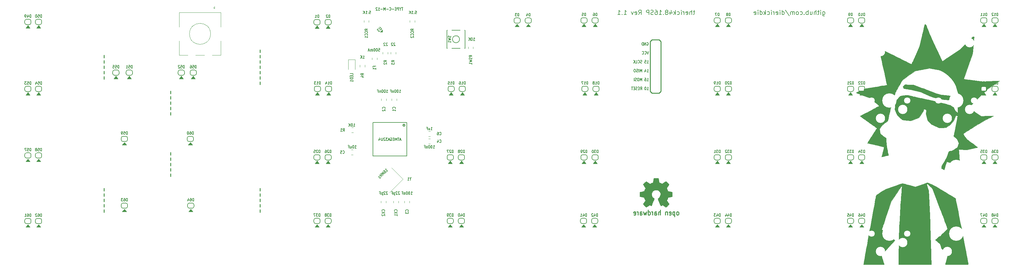
<source format=gbo>
G04 #@! TF.GenerationSoftware,KiCad,Pcbnew,(5.1.2-1)-1*
G04 #@! TF.CreationDate,2020-06-30T21:23:12-05:00*
G04 #@! TF.ProjectId,therick48.16SP,74686572-6963-46b3-9438-2e313653502e,rev?*
G04 #@! TF.SameCoordinates,Original*
G04 #@! TF.FileFunction,Legend,Bot*
G04 #@! TF.FilePolarity,Positive*
%FSLAX46Y46*%
G04 Gerber Fmt 4.6, Leading zero omitted, Abs format (unit mm)*
G04 Created by KiCad (PCBNEW (5.1.2-1)-1) date 2020-06-30 21:23:12*
%MOMM*%
%LPD*%
G04 APERTURE LIST*
%ADD10C,0.250000*%
%ADD11C,0.200000*%
%ADD12C,0.150000*%
%ADD13C,0.254000*%
%ADD14C,0.010000*%
%ADD15C,0.120000*%
%ADD16C,0.100000*%
%ADD17C,0.203200*%
%ADD18R,2.102000X2.102000*%
%ADD19C,2.102000*%
%ADD20R,2.102000X3.302000*%
%ADD21C,1.803400*%
%ADD22C,3.602000*%
%ADD23C,0.902000*%
%ADD24C,1.102000*%
%ADD25C,2.642000*%
%ADD26C,1.803800*%
%ADD27C,4.089800*%
%ADD28R,0.900000X1.900000*%
%ADD29R,1.900000X0.900000*%
%ADD30C,1.252000*%
%ADD31C,1.902000*%
%ADD32C,0.702000*%
%ADD33O,1.402000X2.502000*%
%ADD34C,0.402000*%
%ADD35O,1.402000X2.002000*%
%ADD36C,0.752000*%
%ADD37R,0.752000X1.162000*%
%ADD38R,1.202000X1.902000*%
G04 APERTURE END LIST*
D10*
X255501000Y-104160952D02*
X255615285Y-104091904D01*
X255672428Y-104022857D01*
X255729571Y-103884761D01*
X255729571Y-103470476D01*
X255672428Y-103332380D01*
X255615285Y-103263333D01*
X255501000Y-103194285D01*
X255329571Y-103194285D01*
X255215285Y-103263333D01*
X255158142Y-103332380D01*
X255101000Y-103470476D01*
X255101000Y-103884761D01*
X255158142Y-104022857D01*
X255215285Y-104091904D01*
X255329571Y-104160952D01*
X255501000Y-104160952D01*
X254586714Y-103194285D02*
X254586714Y-104644285D01*
X254586714Y-103263333D02*
X254472428Y-103194285D01*
X254243857Y-103194285D01*
X254129571Y-103263333D01*
X254072428Y-103332380D01*
X254015285Y-103470476D01*
X254015285Y-103884761D01*
X254072428Y-104022857D01*
X254129571Y-104091904D01*
X254243857Y-104160952D01*
X254472428Y-104160952D01*
X254586714Y-104091904D01*
X253043857Y-104091904D02*
X253158142Y-104160952D01*
X253386714Y-104160952D01*
X253501000Y-104091904D01*
X253558142Y-103953809D01*
X253558142Y-103401428D01*
X253501000Y-103263333D01*
X253386714Y-103194285D01*
X253158142Y-103194285D01*
X253043857Y-103263333D01*
X252986714Y-103401428D01*
X252986714Y-103539523D01*
X253558142Y-103677619D01*
X252472428Y-103194285D02*
X252472428Y-104160952D01*
X252472428Y-103332380D02*
X252415285Y-103263333D01*
X252301000Y-103194285D01*
X252129571Y-103194285D01*
X252015285Y-103263333D01*
X251958142Y-103401428D01*
X251958142Y-104160952D01*
X250472428Y-104160952D02*
X250472428Y-102710952D01*
X249958142Y-104160952D02*
X249958142Y-103401428D01*
X250015285Y-103263333D01*
X250129571Y-103194285D01*
X250301000Y-103194285D01*
X250415285Y-103263333D01*
X250472428Y-103332380D01*
X248872428Y-104160952D02*
X248872428Y-103401428D01*
X248929571Y-103263333D01*
X249043857Y-103194285D01*
X249272428Y-103194285D01*
X249386714Y-103263333D01*
X248872428Y-104091904D02*
X248986714Y-104160952D01*
X249272428Y-104160952D01*
X249386714Y-104091904D01*
X249443857Y-103953809D01*
X249443857Y-103815714D01*
X249386714Y-103677619D01*
X249272428Y-103608571D01*
X248986714Y-103608571D01*
X248872428Y-103539523D01*
X248301000Y-104160952D02*
X248301000Y-103194285D01*
X248301000Y-103470476D02*
X248243857Y-103332380D01*
X248186714Y-103263333D01*
X248072428Y-103194285D01*
X247958142Y-103194285D01*
X247043857Y-104160952D02*
X247043857Y-102710952D01*
X247043857Y-104091904D02*
X247158142Y-104160952D01*
X247386714Y-104160952D01*
X247501000Y-104091904D01*
X247558142Y-104022857D01*
X247615285Y-103884761D01*
X247615285Y-103470476D01*
X247558142Y-103332380D01*
X247501000Y-103263333D01*
X247386714Y-103194285D01*
X247158142Y-103194285D01*
X247043857Y-103263333D01*
X246586714Y-103194285D02*
X246358142Y-104160952D01*
X246129571Y-103470476D01*
X245901000Y-104160952D01*
X245672428Y-103194285D01*
X244701000Y-104160952D02*
X244701000Y-103401428D01*
X244758142Y-103263333D01*
X244872428Y-103194285D01*
X245101000Y-103194285D01*
X245215285Y-103263333D01*
X244701000Y-104091904D02*
X244815285Y-104160952D01*
X245101000Y-104160952D01*
X245215285Y-104091904D01*
X245272428Y-103953809D01*
X245272428Y-103815714D01*
X245215285Y-103677619D01*
X245101000Y-103608571D01*
X244815285Y-103608571D01*
X244701000Y-103539523D01*
X244129571Y-104160952D02*
X244129571Y-103194285D01*
X244129571Y-103470476D02*
X244072428Y-103332380D01*
X244015285Y-103263333D01*
X243901000Y-103194285D01*
X243786714Y-103194285D01*
X242929571Y-104091904D02*
X243043857Y-104160952D01*
X243272428Y-104160952D01*
X243386714Y-104091904D01*
X243443857Y-103953809D01*
X243443857Y-103401428D01*
X243386714Y-103263333D01*
X243272428Y-103194285D01*
X243043857Y-103194285D01*
X242929571Y-103263333D01*
X242872428Y-103401428D01*
X242872428Y-103539523D01*
X243443857Y-103677619D01*
X136419641Y-66119826D02*
X136419641Y-66879826D01*
X136419641Y-64599830D02*
X136419641Y-65359830D01*
X136419641Y-63079834D02*
X136419641Y-63839834D01*
X136419641Y-61559838D02*
X136419641Y-62319838D01*
X136419641Y-60039842D02*
X136419641Y-60799842D01*
X136419641Y-58519846D02*
X136419641Y-59279846D01*
X136419641Y-56999850D02*
X136419641Y-57759850D01*
X136419641Y-102599730D02*
X136419641Y-103359730D01*
X136419641Y-101079734D02*
X136419641Y-101839734D01*
X136419641Y-99559738D02*
X136419641Y-100319738D01*
X136419641Y-98039742D02*
X136419641Y-98799742D01*
X136419641Y-96519746D02*
X136419641Y-97279746D01*
X110959708Y-92339757D02*
X110959708Y-93099757D01*
X110959708Y-90819761D02*
X110959708Y-91579761D01*
X110959708Y-89299765D02*
X110959708Y-90059765D01*
X110959708Y-87779769D02*
X110959708Y-88539769D01*
X110959708Y-86259773D02*
X110959708Y-87019773D01*
X110959708Y-74859803D02*
X110959708Y-75619803D01*
X110959708Y-73339807D02*
X110959708Y-74099807D01*
X110959708Y-71819811D02*
X110959708Y-72579811D01*
X110959708Y-70299815D02*
X110959708Y-71059815D01*
X110959708Y-68779819D02*
X110959708Y-69539819D01*
X91959758Y-102599730D02*
X91959758Y-103359730D01*
X91959758Y-101079734D02*
X91959758Y-101839734D01*
X91959758Y-99559738D02*
X91959758Y-100319738D01*
X91959758Y-98039742D02*
X91959758Y-98799742D01*
X91959758Y-58519844D02*
X91959758Y-59279844D01*
X91959758Y-96519744D02*
X91959758Y-97279744D01*
D11*
X296773291Y-46092020D02*
X296773291Y-47103925D01*
X296832815Y-47222973D01*
X296892339Y-47282497D01*
X297011386Y-47342020D01*
X297189958Y-47342020D01*
X297309005Y-47282497D01*
X296773291Y-46865830D02*
X296892339Y-46925354D01*
X297130434Y-46925354D01*
X297249482Y-46865830D01*
X297309005Y-46806306D01*
X297368529Y-46687258D01*
X297368529Y-46330116D01*
X297309005Y-46211068D01*
X297249482Y-46151544D01*
X297130434Y-46092020D01*
X296892339Y-46092020D01*
X296773291Y-46151544D01*
X296178053Y-46925354D02*
X296178053Y-46092020D01*
X296178053Y-45675354D02*
X296237577Y-45734878D01*
X296178053Y-45794401D01*
X296118529Y-45734878D01*
X296178053Y-45675354D01*
X296178053Y-45794401D01*
X295761386Y-46092020D02*
X295285196Y-46092020D01*
X295582815Y-45675354D02*
X295582815Y-46746782D01*
X295523291Y-46865830D01*
X295404244Y-46925354D01*
X295285196Y-46925354D01*
X294868529Y-46925354D02*
X294868529Y-45675354D01*
X294332815Y-46925354D02*
X294332815Y-46270592D01*
X294392339Y-46151544D01*
X294511386Y-46092020D01*
X294689958Y-46092020D01*
X294809005Y-46151544D01*
X294868529Y-46211068D01*
X293201863Y-46092020D02*
X293201863Y-46925354D01*
X293737577Y-46092020D02*
X293737577Y-46746782D01*
X293678053Y-46865830D01*
X293559005Y-46925354D01*
X293380434Y-46925354D01*
X293261386Y-46865830D01*
X293201863Y-46806306D01*
X292606624Y-46925354D02*
X292606624Y-45675354D01*
X292606624Y-46151544D02*
X292487577Y-46092020D01*
X292249482Y-46092020D01*
X292130434Y-46151544D01*
X292070910Y-46211068D01*
X292011386Y-46330116D01*
X292011386Y-46687258D01*
X292070910Y-46806306D01*
X292130434Y-46865830D01*
X292249482Y-46925354D01*
X292487577Y-46925354D01*
X292606624Y-46865830D01*
X291475672Y-46806306D02*
X291416148Y-46865830D01*
X291475672Y-46925354D01*
X291535196Y-46865830D01*
X291475672Y-46806306D01*
X291475672Y-46925354D01*
X290344720Y-46865830D02*
X290463767Y-46925354D01*
X290701863Y-46925354D01*
X290820910Y-46865830D01*
X290880434Y-46806306D01*
X290939958Y-46687258D01*
X290939958Y-46330116D01*
X290880434Y-46211068D01*
X290820910Y-46151544D01*
X290701863Y-46092020D01*
X290463767Y-46092020D01*
X290344720Y-46151544D01*
X289630434Y-46925354D02*
X289749482Y-46865830D01*
X289809005Y-46806306D01*
X289868529Y-46687258D01*
X289868529Y-46330116D01*
X289809005Y-46211068D01*
X289749482Y-46151544D01*
X289630434Y-46092020D01*
X289451863Y-46092020D01*
X289332815Y-46151544D01*
X289273291Y-46211068D01*
X289213767Y-46330116D01*
X289213767Y-46687258D01*
X289273291Y-46806306D01*
X289332815Y-46865830D01*
X289451863Y-46925354D01*
X289630434Y-46925354D01*
X288678053Y-46925354D02*
X288678053Y-46092020D01*
X288678053Y-46211068D02*
X288618529Y-46151544D01*
X288499482Y-46092020D01*
X288320910Y-46092020D01*
X288201863Y-46151544D01*
X288142339Y-46270592D01*
X288142339Y-46925354D01*
X288142339Y-46270592D02*
X288082815Y-46151544D01*
X287963767Y-46092020D01*
X287785196Y-46092020D01*
X287666148Y-46151544D01*
X287606624Y-46270592D01*
X287606624Y-46925354D01*
X286118529Y-45615830D02*
X287189958Y-47222973D01*
X285166148Y-46925354D02*
X285166148Y-45675354D01*
X285166148Y-46865830D02*
X285285196Y-46925354D01*
X285523291Y-46925354D01*
X285642339Y-46865830D01*
X285701863Y-46806306D01*
X285761386Y-46687258D01*
X285761386Y-46330116D01*
X285701863Y-46211068D01*
X285642339Y-46151544D01*
X285523291Y-46092020D01*
X285285196Y-46092020D01*
X285166148Y-46151544D01*
X284570910Y-46925354D02*
X284570910Y-46092020D01*
X284570910Y-45675354D02*
X284630434Y-45734878D01*
X284570910Y-45794401D01*
X284511386Y-45734878D01*
X284570910Y-45675354D01*
X284570910Y-45794401D01*
X283499482Y-46865830D02*
X283618529Y-46925354D01*
X283856624Y-46925354D01*
X283975672Y-46865830D01*
X284035196Y-46746782D01*
X284035196Y-46270592D01*
X283975672Y-46151544D01*
X283856624Y-46092020D01*
X283618529Y-46092020D01*
X283499482Y-46151544D01*
X283439958Y-46270592D01*
X283439958Y-46389639D01*
X284035196Y-46508687D01*
X282904244Y-46925354D02*
X282904244Y-46092020D01*
X282904244Y-46330116D02*
X282844720Y-46211068D01*
X282785196Y-46151544D01*
X282666148Y-46092020D01*
X282547101Y-46092020D01*
X282130434Y-46925354D02*
X282130434Y-46092020D01*
X282130434Y-45675354D02*
X282189958Y-45734878D01*
X282130434Y-45794401D01*
X282070910Y-45734878D01*
X282130434Y-45675354D01*
X282130434Y-45794401D01*
X280999482Y-46865830D02*
X281118529Y-46925354D01*
X281356624Y-46925354D01*
X281475672Y-46865830D01*
X281535196Y-46806306D01*
X281594720Y-46687258D01*
X281594720Y-46330116D01*
X281535196Y-46211068D01*
X281475672Y-46151544D01*
X281356624Y-46092020D01*
X281118529Y-46092020D01*
X280999482Y-46151544D01*
X280463767Y-46925354D02*
X280463767Y-45675354D01*
X280344720Y-46449163D02*
X279987577Y-46925354D01*
X279987577Y-46092020D02*
X280463767Y-46568211D01*
X278916148Y-46925354D02*
X278916148Y-45675354D01*
X278916148Y-46865830D02*
X279035196Y-46925354D01*
X279273291Y-46925354D01*
X279392339Y-46865830D01*
X279451863Y-46806306D01*
X279511386Y-46687258D01*
X279511386Y-46330116D01*
X279451863Y-46211068D01*
X279392339Y-46151544D01*
X279273291Y-46092020D01*
X279035196Y-46092020D01*
X278916148Y-46151544D01*
X278320910Y-46925354D02*
X278320910Y-46092020D01*
X278320910Y-45675354D02*
X278380434Y-45734878D01*
X278320910Y-45794401D01*
X278261386Y-45734878D01*
X278320910Y-45675354D01*
X278320910Y-45794401D01*
X277249482Y-46865830D02*
X277368529Y-46925354D01*
X277606624Y-46925354D01*
X277725672Y-46865830D01*
X277785196Y-46746782D01*
X277785196Y-46270592D01*
X277725672Y-46151544D01*
X277606624Y-46092020D01*
X277368529Y-46092020D01*
X277249482Y-46151544D01*
X277189958Y-46270592D01*
X277189958Y-46389639D01*
X277785196Y-46508687D01*
X260321010Y-46092020D02*
X259844820Y-46092020D01*
X260142439Y-45675354D02*
X260142439Y-46746782D01*
X260082915Y-46865830D01*
X259963867Y-46925354D01*
X259844820Y-46925354D01*
X259428153Y-46925354D02*
X259428153Y-45675354D01*
X258892439Y-46925354D02*
X258892439Y-46270592D01*
X258951963Y-46151544D01*
X259071010Y-46092020D01*
X259249582Y-46092020D01*
X259368629Y-46151544D01*
X259428153Y-46211068D01*
X257821010Y-46865830D02*
X257940058Y-46925354D01*
X258178153Y-46925354D01*
X258297201Y-46865830D01*
X258356724Y-46746782D01*
X258356724Y-46270592D01*
X258297201Y-46151544D01*
X258178153Y-46092020D01*
X257940058Y-46092020D01*
X257821010Y-46151544D01*
X257761486Y-46270592D01*
X257761486Y-46389639D01*
X258356724Y-46508687D01*
X257225772Y-46925354D02*
X257225772Y-46092020D01*
X257225772Y-46330116D02*
X257166248Y-46211068D01*
X257106724Y-46151544D01*
X256987677Y-46092020D01*
X256868629Y-46092020D01*
X256451963Y-46925354D02*
X256451963Y-46092020D01*
X256451963Y-45675354D02*
X256511486Y-45734878D01*
X256451963Y-45794401D01*
X256392439Y-45734878D01*
X256451963Y-45675354D01*
X256451963Y-45794401D01*
X255321010Y-46865830D02*
X255440058Y-46925354D01*
X255678153Y-46925354D01*
X255797201Y-46865830D01*
X255856724Y-46806306D01*
X255916248Y-46687258D01*
X255916248Y-46330116D01*
X255856724Y-46211068D01*
X255797201Y-46151544D01*
X255678153Y-46092020D01*
X255440058Y-46092020D01*
X255321010Y-46151544D01*
X254785296Y-46925354D02*
X254785296Y-45675354D01*
X254666248Y-46449163D02*
X254309105Y-46925354D01*
X254309105Y-46092020D02*
X254785296Y-46568211D01*
X253237677Y-46092020D02*
X253237677Y-46925354D01*
X253535296Y-45615830D02*
X253832915Y-46508687D01*
X253059105Y-46508687D01*
X252404344Y-46211068D02*
X252523391Y-46151544D01*
X252582915Y-46092020D01*
X252642439Y-45972973D01*
X252642439Y-45913449D01*
X252582915Y-45794401D01*
X252523391Y-45734878D01*
X252404344Y-45675354D01*
X252166248Y-45675354D01*
X252047201Y-45734878D01*
X251987677Y-45794401D01*
X251928153Y-45913449D01*
X251928153Y-45972973D01*
X251987677Y-46092020D01*
X252047201Y-46151544D01*
X252166248Y-46211068D01*
X252404344Y-46211068D01*
X252523391Y-46270592D01*
X252582915Y-46330116D01*
X252642439Y-46449163D01*
X252642439Y-46687258D01*
X252582915Y-46806306D01*
X252523391Y-46865830D01*
X252404344Y-46925354D01*
X252166248Y-46925354D01*
X252047201Y-46865830D01*
X251987677Y-46806306D01*
X251928153Y-46687258D01*
X251928153Y-46449163D01*
X251987677Y-46330116D01*
X252047201Y-46270592D01*
X252166248Y-46211068D01*
X251392439Y-46806306D02*
X251332915Y-46865830D01*
X251392439Y-46925354D01*
X251451963Y-46865830D01*
X251392439Y-46806306D01*
X251392439Y-46925354D01*
X250142439Y-46925354D02*
X250856724Y-46925354D01*
X250499582Y-46925354D02*
X250499582Y-45675354D01*
X250618629Y-45853925D01*
X250737677Y-45972973D01*
X250856724Y-46032497D01*
X249071010Y-45675354D02*
X249309105Y-45675354D01*
X249428153Y-45734878D01*
X249487677Y-45794401D01*
X249606724Y-45972973D01*
X249666248Y-46211068D01*
X249666248Y-46687258D01*
X249606724Y-46806306D01*
X249547201Y-46865830D01*
X249428153Y-46925354D01*
X249190058Y-46925354D01*
X249071010Y-46865830D01*
X249011486Y-46806306D01*
X248951963Y-46687258D01*
X248951963Y-46389639D01*
X249011486Y-46270592D01*
X249071010Y-46211068D01*
X249190058Y-46151544D01*
X249428153Y-46151544D01*
X249547201Y-46211068D01*
X249606724Y-46270592D01*
X249666248Y-46389639D01*
X248475772Y-46865830D02*
X248297201Y-46925354D01*
X247999582Y-46925354D01*
X247880534Y-46865830D01*
X247821010Y-46806306D01*
X247761486Y-46687258D01*
X247761486Y-46568211D01*
X247821010Y-46449163D01*
X247880534Y-46389639D01*
X247999582Y-46330116D01*
X248237677Y-46270592D01*
X248356724Y-46211068D01*
X248416248Y-46151544D01*
X248475772Y-46032497D01*
X248475772Y-45913449D01*
X248416248Y-45794401D01*
X248356724Y-45734878D01*
X248237677Y-45675354D01*
X247940058Y-45675354D01*
X247761486Y-45734878D01*
X247225772Y-46925354D02*
X247225772Y-45675354D01*
X246749582Y-45675354D01*
X246630534Y-45734878D01*
X246571010Y-45794401D01*
X246511486Y-45913449D01*
X246511486Y-46092020D01*
X246571010Y-46211068D01*
X246630534Y-46270592D01*
X246749582Y-46330116D01*
X247225772Y-46330116D01*
X244309105Y-46925354D02*
X244725772Y-46330116D01*
X245023391Y-46925354D02*
X245023391Y-45675354D01*
X244547201Y-45675354D01*
X244428153Y-45734878D01*
X244368629Y-45794401D01*
X244309105Y-45913449D01*
X244309105Y-46092020D01*
X244368629Y-46211068D01*
X244428153Y-46270592D01*
X244547201Y-46330116D01*
X245023391Y-46330116D01*
X243297201Y-46865830D02*
X243416248Y-46925354D01*
X243654344Y-46925354D01*
X243773391Y-46865830D01*
X243832915Y-46746782D01*
X243832915Y-46270592D01*
X243773391Y-46151544D01*
X243654344Y-46092020D01*
X243416248Y-46092020D01*
X243297201Y-46151544D01*
X243237677Y-46270592D01*
X243237677Y-46389639D01*
X243832915Y-46508687D01*
X242821010Y-46092020D02*
X242523391Y-46925354D01*
X242225772Y-46092020D01*
X240142439Y-46925354D02*
X240856724Y-46925354D01*
X240499582Y-46925354D02*
X240499582Y-45675354D01*
X240618629Y-45853925D01*
X240737677Y-45972973D01*
X240856724Y-46032497D01*
X239606724Y-46806306D02*
X239547201Y-46865830D01*
X239606724Y-46925354D01*
X239666248Y-46865830D01*
X239606724Y-46806306D01*
X239606724Y-46925354D01*
X238356724Y-46925354D02*
X239071010Y-46925354D01*
X238713867Y-46925354D02*
X238713867Y-45675354D01*
X238832915Y-45853925D01*
X238951963Y-45972973D01*
X239071010Y-46032497D01*
D10*
X91960112Y-64600074D02*
X91960112Y-65360074D01*
X91960112Y-63080074D02*
X91960112Y-63840074D01*
X91960112Y-61560074D02*
X91960112Y-62320074D01*
X91960112Y-60040074D02*
X91960112Y-60800074D01*
D12*
X180661332Y-45893906D02*
X180994665Y-45893906D01*
X181027999Y-46274859D01*
X180994665Y-46236763D01*
X180927999Y-46198668D01*
X180761332Y-46198668D01*
X180694665Y-46236763D01*
X180661332Y-46274859D01*
X180627999Y-46351049D01*
X180627999Y-46541525D01*
X180661332Y-46617716D01*
X180694665Y-46655811D01*
X180761332Y-46693906D01*
X180927999Y-46693906D01*
X180994665Y-46655811D01*
X181027999Y-46617716D01*
X180327999Y-46617716D02*
X180294665Y-46655811D01*
X180327999Y-46693906D01*
X180361332Y-46655811D01*
X180327999Y-46617716D01*
X180327999Y-46693906D01*
X179627999Y-46693906D02*
X180027999Y-46693906D01*
X179827999Y-46693906D02*
X179827999Y-45893906D01*
X179894665Y-46008192D01*
X179961332Y-46084382D01*
X180027999Y-46122478D01*
X179327999Y-46693906D02*
X179327999Y-45893906D01*
X178927999Y-46693906D02*
X179227999Y-46236763D01*
X178927999Y-45893906D02*
X179327999Y-46351049D01*
X167580332Y-45893906D02*
X167913665Y-45893906D01*
X167946999Y-46274859D01*
X167913665Y-46236763D01*
X167846999Y-46198668D01*
X167680332Y-46198668D01*
X167613665Y-46236763D01*
X167580332Y-46274859D01*
X167546999Y-46351049D01*
X167546999Y-46541525D01*
X167580332Y-46617716D01*
X167613665Y-46655811D01*
X167680332Y-46693906D01*
X167846999Y-46693906D01*
X167913665Y-46655811D01*
X167946999Y-46617716D01*
X167246999Y-46617716D02*
X167213665Y-46655811D01*
X167246999Y-46693906D01*
X167280332Y-46655811D01*
X167246999Y-46617716D01*
X167246999Y-46693906D01*
X166546999Y-46693906D02*
X166946999Y-46693906D01*
X166746999Y-46693906D02*
X166746999Y-45893906D01*
X166813665Y-46008192D01*
X166880332Y-46084382D01*
X166946999Y-46122478D01*
X166246999Y-46693906D02*
X166246999Y-45893906D01*
X165846999Y-46693906D02*
X166146999Y-46236763D01*
X165846999Y-45893906D02*
X166246999Y-46351049D01*
X197225332Y-54315906D02*
X197625332Y-54315906D01*
X197425332Y-54315906D02*
X197425332Y-53515906D01*
X197491999Y-53630192D01*
X197558665Y-53706382D01*
X197625332Y-53744478D01*
X196791999Y-53515906D02*
X196725332Y-53515906D01*
X196658665Y-53554002D01*
X196625332Y-53592097D01*
X196591999Y-53668287D01*
X196558665Y-53820668D01*
X196558665Y-54011144D01*
X196591999Y-54163525D01*
X196625332Y-54239716D01*
X196658665Y-54277811D01*
X196725332Y-54315906D01*
X196791999Y-54315906D01*
X196858665Y-54277811D01*
X196891999Y-54239716D01*
X196925332Y-54163525D01*
X196958665Y-54011144D01*
X196958665Y-53820668D01*
X196925332Y-53668287D01*
X196891999Y-53592097D01*
X196858665Y-53554002D01*
X196791999Y-53515906D01*
X196258665Y-54315906D02*
X196258665Y-53515906D01*
X195858665Y-54315906D02*
X196158665Y-53858763D01*
X195858665Y-53515906D02*
X196258665Y-53973049D01*
X176108332Y-69174906D02*
X176508332Y-69174906D01*
X176308332Y-69174906D02*
X176308332Y-68374906D01*
X176374999Y-68489192D01*
X176441665Y-68565382D01*
X176508332Y-68603478D01*
X175674999Y-68374906D02*
X175608332Y-68374906D01*
X175541665Y-68413002D01*
X175508332Y-68451097D01*
X175474999Y-68527287D01*
X175441665Y-68679668D01*
X175441665Y-68870144D01*
X175474999Y-69022525D01*
X175508332Y-69098716D01*
X175541665Y-69136811D01*
X175608332Y-69174906D01*
X175674999Y-69174906D01*
X175741665Y-69136811D01*
X175774999Y-69098716D01*
X175808332Y-69022525D01*
X175841665Y-68870144D01*
X175841665Y-68679668D01*
X175808332Y-68527287D01*
X175774999Y-68451097D01*
X175741665Y-68413002D01*
X175674999Y-68374906D01*
X175008332Y-68374906D02*
X174941665Y-68374906D01*
X174874999Y-68413002D01*
X174841665Y-68451097D01*
X174808332Y-68527287D01*
X174774999Y-68679668D01*
X174774999Y-68870144D01*
X174808332Y-69022525D01*
X174841665Y-69098716D01*
X174874999Y-69136811D01*
X174941665Y-69174906D01*
X175008332Y-69174906D01*
X175074999Y-69136811D01*
X175108332Y-69098716D01*
X175141665Y-69022525D01*
X175174999Y-68870144D01*
X175174999Y-68679668D01*
X175141665Y-68527287D01*
X175108332Y-68451097D01*
X175074999Y-68413002D01*
X175008332Y-68374906D01*
X174474999Y-68641573D02*
X174474999Y-69174906D01*
X174474999Y-68717763D02*
X174441665Y-68679668D01*
X174374999Y-68641573D01*
X174274999Y-68641573D01*
X174208332Y-68679668D01*
X174174999Y-68755859D01*
X174174999Y-69174906D01*
X173608332Y-68755859D02*
X173841665Y-68755859D01*
X173841665Y-69174906D02*
X173841665Y-68374906D01*
X173508332Y-68374906D01*
X172561647Y-91727164D02*
X172844490Y-91444321D01*
X172703068Y-91585742D02*
X172137383Y-91020057D01*
X172265335Y-91053729D01*
X172366351Y-91060463D01*
X172440429Y-91040260D01*
X171571697Y-91585742D02*
X171665978Y-91491462D01*
X171740056Y-91471258D01*
X171790564Y-91474626D01*
X171918516Y-91508297D01*
X172049836Y-91592477D01*
X172265335Y-91807976D01*
X172295640Y-91885421D01*
X172299007Y-91935929D01*
X172278804Y-92010006D01*
X172184523Y-92104287D01*
X172110445Y-92124490D01*
X172059938Y-92121123D01*
X171982493Y-92090819D01*
X171847806Y-91956132D01*
X171817501Y-91878687D01*
X171814134Y-91828179D01*
X171834337Y-91754101D01*
X171928618Y-91659820D01*
X172002696Y-91639617D01*
X172053203Y-91642984D01*
X172130648Y-91673289D01*
X171878110Y-92410700D02*
X171312425Y-91845015D01*
X171551494Y-92414068D01*
X170982442Y-92174998D01*
X171548127Y-92740684D01*
X171312425Y-92976386D02*
X170746739Y-92410700D01*
X171016113Y-92680074D02*
X170733271Y-92962917D01*
X171029582Y-93259228D02*
X170463897Y-92693543D01*
X170463897Y-93070667D02*
X170204624Y-93329939D01*
X170841020Y-93447790D01*
X170581748Y-93707063D01*
X172749332Y-55076097D02*
X172715999Y-55038002D01*
X172649332Y-54999906D01*
X172482665Y-54999906D01*
X172415999Y-55038002D01*
X172382665Y-55076097D01*
X172349332Y-55152287D01*
X172349332Y-55228478D01*
X172382665Y-55342763D01*
X172782665Y-55799906D01*
X172349332Y-55799906D01*
X172082665Y-55076097D02*
X172049332Y-55038002D01*
X171982665Y-54999906D01*
X171815999Y-54999906D01*
X171749332Y-55038002D01*
X171715999Y-55076097D01*
X171682665Y-55152287D01*
X171682665Y-55228478D01*
X171715999Y-55342763D01*
X172115999Y-55799906D01*
X171682665Y-55799906D01*
X174908332Y-55076097D02*
X174874999Y-55038002D01*
X174808332Y-54999906D01*
X174641665Y-54999906D01*
X174574999Y-55038002D01*
X174541665Y-55076097D01*
X174508332Y-55152287D01*
X174508332Y-55228478D01*
X174541665Y-55342763D01*
X174941665Y-55799906D01*
X174508332Y-55799906D01*
X174241665Y-55076097D02*
X174208332Y-55038002D01*
X174141665Y-54999906D01*
X173974999Y-54999906D01*
X173908332Y-55038002D01*
X173874999Y-55076097D01*
X173841665Y-55152287D01*
X173841665Y-55228478D01*
X173874999Y-55342763D01*
X174274999Y-55799906D01*
X173841665Y-55799906D01*
X172425332Y-69174906D02*
X172825332Y-69174906D01*
X172625332Y-69174906D02*
X172625332Y-68374906D01*
X172691999Y-68489192D01*
X172758665Y-68565382D01*
X172825332Y-68603478D01*
X171991999Y-68374906D02*
X171925332Y-68374906D01*
X171858665Y-68413002D01*
X171825332Y-68451097D01*
X171791999Y-68527287D01*
X171758665Y-68679668D01*
X171758665Y-68870144D01*
X171791999Y-69022525D01*
X171825332Y-69098716D01*
X171858665Y-69136811D01*
X171925332Y-69174906D01*
X171991999Y-69174906D01*
X172058665Y-69136811D01*
X172091999Y-69098716D01*
X172125332Y-69022525D01*
X172158665Y-68870144D01*
X172158665Y-68679668D01*
X172125332Y-68527287D01*
X172091999Y-68451097D01*
X172058665Y-68413002D01*
X171991999Y-68374906D01*
X171325332Y-68374906D02*
X171258665Y-68374906D01*
X171191999Y-68413002D01*
X171158665Y-68451097D01*
X171125332Y-68527287D01*
X171091999Y-68679668D01*
X171091999Y-68870144D01*
X171125332Y-69022525D01*
X171158665Y-69098716D01*
X171191999Y-69136811D01*
X171258665Y-69174906D01*
X171325332Y-69174906D01*
X171391999Y-69136811D01*
X171425332Y-69098716D01*
X171458665Y-69022525D01*
X171491999Y-68870144D01*
X171491999Y-68679668D01*
X171458665Y-68527287D01*
X171425332Y-68451097D01*
X171391999Y-68413002D01*
X171325332Y-68374906D01*
X170791999Y-68641573D02*
X170791999Y-69174906D01*
X170791999Y-68717763D02*
X170758665Y-68679668D01*
X170691999Y-68641573D01*
X170591999Y-68641573D01*
X170525332Y-68679668D01*
X170491999Y-68755859D01*
X170491999Y-69174906D01*
X169925332Y-68755859D02*
X170158665Y-68755859D01*
X170158665Y-69174906D02*
X170158665Y-68374906D01*
X169825332Y-68374906D01*
X185093665Y-79842906D02*
X185493665Y-79842906D01*
X185293665Y-79842906D02*
X185293665Y-79042906D01*
X185360332Y-79157192D01*
X185426999Y-79233382D01*
X185493665Y-79271478D01*
X184493665Y-79309573D02*
X184493665Y-79842906D01*
X184793665Y-79309573D02*
X184793665Y-79728621D01*
X184760332Y-79804811D01*
X184693665Y-79842906D01*
X184593665Y-79842906D01*
X184526999Y-79804811D01*
X184493665Y-79766716D01*
X183926999Y-79423859D02*
X184160332Y-79423859D01*
X184160332Y-79842906D02*
X184160332Y-79042906D01*
X183826999Y-79042906D01*
X185760332Y-85049906D02*
X186160332Y-85049906D01*
X185960332Y-85049906D02*
X185960332Y-84249906D01*
X186026999Y-84364192D01*
X186093665Y-84440382D01*
X186160332Y-84478478D01*
X185326999Y-84249906D02*
X185260332Y-84249906D01*
X185193665Y-84288002D01*
X185160332Y-84326097D01*
X185126999Y-84402287D01*
X185093665Y-84554668D01*
X185093665Y-84745144D01*
X185126999Y-84897525D01*
X185160332Y-84973716D01*
X185193665Y-85011811D01*
X185260332Y-85049906D01*
X185326999Y-85049906D01*
X185393665Y-85011811D01*
X185426999Y-84973716D01*
X185460332Y-84897525D01*
X185493665Y-84745144D01*
X185493665Y-84554668D01*
X185460332Y-84402287D01*
X185426999Y-84326097D01*
X185393665Y-84288002D01*
X185326999Y-84249906D01*
X184660332Y-84249906D02*
X184593665Y-84249906D01*
X184526999Y-84288002D01*
X184493665Y-84326097D01*
X184460332Y-84402287D01*
X184426999Y-84554668D01*
X184426999Y-84745144D01*
X184460332Y-84897525D01*
X184493665Y-84973716D01*
X184526999Y-85011811D01*
X184593665Y-85049906D01*
X184660332Y-85049906D01*
X184726999Y-85011811D01*
X184760332Y-84973716D01*
X184793665Y-84897525D01*
X184826999Y-84745144D01*
X184826999Y-84554668D01*
X184793665Y-84402287D01*
X184760332Y-84326097D01*
X184726999Y-84288002D01*
X184660332Y-84249906D01*
X184126999Y-84516573D02*
X184126999Y-85049906D01*
X184126999Y-84592763D02*
X184093665Y-84554668D01*
X184026999Y-84516573D01*
X183926999Y-84516573D01*
X183860332Y-84554668D01*
X183826999Y-84630859D01*
X183826999Y-85049906D01*
X183260332Y-84630859D02*
X183493665Y-84630859D01*
X183493665Y-85049906D02*
X183493665Y-84249906D01*
X183160332Y-84249906D01*
X163062332Y-78826906D02*
X163462332Y-78826906D01*
X163262332Y-78826906D02*
X163262332Y-78026906D01*
X163328999Y-78141192D01*
X163395665Y-78217382D01*
X163462332Y-78255478D01*
X162628999Y-78026906D02*
X162562332Y-78026906D01*
X162495665Y-78065002D01*
X162462332Y-78103097D01*
X162428999Y-78179287D01*
X162395665Y-78331668D01*
X162395665Y-78522144D01*
X162428999Y-78674525D01*
X162462332Y-78750716D01*
X162495665Y-78788811D01*
X162562332Y-78826906D01*
X162628999Y-78826906D01*
X162695665Y-78788811D01*
X162728999Y-78750716D01*
X162762332Y-78674525D01*
X162795665Y-78522144D01*
X162795665Y-78331668D01*
X162762332Y-78179287D01*
X162728999Y-78103097D01*
X162695665Y-78065002D01*
X162628999Y-78026906D01*
X162095665Y-78826906D02*
X162095665Y-78026906D01*
X161695665Y-78826906D02*
X161995665Y-78369763D01*
X161695665Y-78026906D02*
X162095665Y-78484049D01*
X163455999Y-85049906D02*
X163855999Y-85049906D01*
X163655999Y-85049906D02*
X163655999Y-84249906D01*
X163722665Y-84364192D01*
X163789332Y-84440382D01*
X163855999Y-84478478D01*
X163022665Y-84249906D02*
X162955999Y-84249906D01*
X162889332Y-84288002D01*
X162855999Y-84326097D01*
X162822665Y-84402287D01*
X162789332Y-84554668D01*
X162789332Y-84745144D01*
X162822665Y-84897525D01*
X162855999Y-84973716D01*
X162889332Y-85011811D01*
X162955999Y-85049906D01*
X163022665Y-85049906D01*
X163089332Y-85011811D01*
X163122665Y-84973716D01*
X163155999Y-84897525D01*
X163189332Y-84745144D01*
X163189332Y-84554668D01*
X163155999Y-84402287D01*
X163122665Y-84326097D01*
X163089332Y-84288002D01*
X163022665Y-84249906D01*
X162189332Y-84516573D02*
X162189332Y-85049906D01*
X162489332Y-84516573D02*
X162489332Y-84935621D01*
X162455999Y-85011811D01*
X162389332Y-85049906D01*
X162289332Y-85049906D01*
X162222665Y-85011811D01*
X162189332Y-84973716D01*
X161622665Y-84630859D02*
X161855999Y-84630859D01*
X161855999Y-85049906D02*
X161855999Y-84249906D01*
X161522665Y-84249906D01*
X172745999Y-97534097D02*
X172712665Y-97496002D01*
X172645999Y-97457906D01*
X172479332Y-97457906D01*
X172412665Y-97496002D01*
X172379332Y-97534097D01*
X172345999Y-97610287D01*
X172345999Y-97686478D01*
X172379332Y-97800763D01*
X172779332Y-98257906D01*
X172345999Y-98257906D01*
X172079332Y-97534097D02*
X172045999Y-97496002D01*
X171979332Y-97457906D01*
X171812665Y-97457906D01*
X171745999Y-97496002D01*
X171712665Y-97534097D01*
X171679332Y-97610287D01*
X171679332Y-97686478D01*
X171712665Y-97800763D01*
X172112665Y-98257906D01*
X171679332Y-98257906D01*
X171379332Y-97724573D02*
X171379332Y-98524573D01*
X171379332Y-97762668D02*
X171312665Y-97724573D01*
X171179332Y-97724573D01*
X171112665Y-97762668D01*
X171079332Y-97800763D01*
X171045999Y-97876954D01*
X171045999Y-98105525D01*
X171079332Y-98181716D01*
X171112665Y-98219811D01*
X171179332Y-98257906D01*
X171312665Y-98257906D01*
X171379332Y-98219811D01*
X170512665Y-97838859D02*
X170745999Y-97838859D01*
X170745999Y-98257906D02*
X170745999Y-97457906D01*
X170412665Y-97457906D01*
X176174999Y-97534097D02*
X176141665Y-97496002D01*
X176074999Y-97457906D01*
X175908332Y-97457906D01*
X175841665Y-97496002D01*
X175808332Y-97534097D01*
X175774999Y-97610287D01*
X175774999Y-97686478D01*
X175808332Y-97800763D01*
X176208332Y-98257906D01*
X175774999Y-98257906D01*
X175508332Y-97534097D02*
X175474999Y-97496002D01*
X175408332Y-97457906D01*
X175241665Y-97457906D01*
X175174999Y-97496002D01*
X175141665Y-97534097D01*
X175108332Y-97610287D01*
X175108332Y-97686478D01*
X175141665Y-97800763D01*
X175541665Y-98257906D01*
X175108332Y-98257906D01*
X174808332Y-97724573D02*
X174808332Y-98524573D01*
X174808332Y-97762668D02*
X174741665Y-97724573D01*
X174608332Y-97724573D01*
X174541665Y-97762668D01*
X174508332Y-97800763D01*
X174474999Y-97876954D01*
X174474999Y-98105525D01*
X174508332Y-98181716D01*
X174541665Y-98219811D01*
X174608332Y-98257906D01*
X174741665Y-98257906D01*
X174808332Y-98219811D01*
X173941665Y-97838859D02*
X174174999Y-97838859D01*
X174174999Y-98257906D02*
X174174999Y-97457906D01*
X173841665Y-97457906D01*
X179410332Y-98257906D02*
X179810332Y-98257906D01*
X179610332Y-98257906D02*
X179610332Y-97457906D01*
X179676999Y-97572192D01*
X179743665Y-97648382D01*
X179810332Y-97686478D01*
X178976999Y-97457906D02*
X178910332Y-97457906D01*
X178843665Y-97496002D01*
X178810332Y-97534097D01*
X178776999Y-97610287D01*
X178743665Y-97762668D01*
X178743665Y-97953144D01*
X178776999Y-98105525D01*
X178810332Y-98181716D01*
X178843665Y-98219811D01*
X178910332Y-98257906D01*
X178976999Y-98257906D01*
X179043665Y-98219811D01*
X179076999Y-98181716D01*
X179110332Y-98105525D01*
X179143665Y-97953144D01*
X179143665Y-97762668D01*
X179110332Y-97610287D01*
X179076999Y-97534097D01*
X179043665Y-97496002D01*
X178976999Y-97457906D01*
X178310332Y-97457906D02*
X178243665Y-97457906D01*
X178176999Y-97496002D01*
X178143665Y-97534097D01*
X178110332Y-97610287D01*
X178076999Y-97762668D01*
X178076999Y-97953144D01*
X178110332Y-98105525D01*
X178143665Y-98181716D01*
X178176999Y-98219811D01*
X178243665Y-98257906D01*
X178310332Y-98257906D01*
X178376999Y-98219811D01*
X178410332Y-98181716D01*
X178443665Y-98105525D01*
X178476999Y-97953144D01*
X178476999Y-97762668D01*
X178443665Y-97610287D01*
X178410332Y-97534097D01*
X178376999Y-97496002D01*
X178310332Y-97457906D01*
X177776999Y-97724573D02*
X177776999Y-98257906D01*
X177776999Y-97800763D02*
X177743665Y-97762668D01*
X177676999Y-97724573D01*
X177576999Y-97724573D01*
X177510332Y-97762668D01*
X177476999Y-97838859D01*
X177476999Y-98257906D01*
X176910332Y-97838859D02*
X177143665Y-97838859D01*
X177143665Y-98257906D02*
X177143665Y-97457906D01*
X176810332Y-97457906D01*
X170195665Y-56563906D02*
X170528999Y-56563906D01*
X170562332Y-56944859D01*
X170528999Y-56906763D01*
X170462332Y-56868668D01*
X170295665Y-56868668D01*
X170228999Y-56906763D01*
X170195665Y-56944859D01*
X170162332Y-57021049D01*
X170162332Y-57211525D01*
X170195665Y-57287716D01*
X170228999Y-57325811D01*
X170295665Y-57363906D01*
X170462332Y-57363906D01*
X170528999Y-57325811D01*
X170562332Y-57287716D01*
X169728999Y-56563906D02*
X169662332Y-56563906D01*
X169595665Y-56602002D01*
X169562332Y-56640097D01*
X169528999Y-56716287D01*
X169495665Y-56868668D01*
X169495665Y-57059144D01*
X169528999Y-57211525D01*
X169562332Y-57287716D01*
X169595665Y-57325811D01*
X169662332Y-57363906D01*
X169728999Y-57363906D01*
X169795665Y-57325811D01*
X169828999Y-57287716D01*
X169862332Y-57211525D01*
X169895665Y-57059144D01*
X169895665Y-56868668D01*
X169862332Y-56716287D01*
X169828999Y-56640097D01*
X169795665Y-56602002D01*
X169728999Y-56563906D01*
X169062332Y-56563906D02*
X168995665Y-56563906D01*
X168928999Y-56602002D01*
X168895665Y-56640097D01*
X168862332Y-56716287D01*
X168828999Y-56868668D01*
X168828999Y-57059144D01*
X168862332Y-57211525D01*
X168895665Y-57287716D01*
X168928999Y-57325811D01*
X168995665Y-57363906D01*
X169062332Y-57363906D01*
X169128999Y-57325811D01*
X169162332Y-57287716D01*
X169195665Y-57211525D01*
X169228999Y-57059144D01*
X169228999Y-56868668D01*
X169195665Y-56716287D01*
X169162332Y-56640097D01*
X169128999Y-56602002D01*
X169062332Y-56563906D01*
X168528999Y-57363906D02*
X168528999Y-56830573D01*
X168528999Y-56906763D02*
X168495665Y-56868668D01*
X168428999Y-56830573D01*
X168328999Y-56830573D01*
X168262332Y-56868668D01*
X168228999Y-56944859D01*
X168228999Y-57363906D01*
X168228999Y-56944859D02*
X168195665Y-56868668D01*
X168128999Y-56830573D01*
X168028999Y-56830573D01*
X167962332Y-56868668D01*
X167928999Y-56944859D01*
X167928999Y-57363906D01*
X167628999Y-57135335D02*
X167295665Y-57135335D01*
X167695665Y-57363906D02*
X167462332Y-56563906D01*
X167228999Y-57363906D01*
D13*
X250627200Y-54578000D02*
X250119200Y-54070000D01*
X250119200Y-54070000D02*
X248087200Y-54070000D01*
X248087200Y-54070000D02*
X247579200Y-54578000D01*
X247579200Y-54578000D02*
X247579200Y-68802000D01*
X247579200Y-68802000D02*
X248087200Y-69310000D01*
X248087200Y-69310000D02*
X250119200Y-69310000D01*
X250119200Y-69310000D02*
X250627200Y-68802000D01*
X250627200Y-68802000D02*
X250627200Y-54578000D01*
D14*
G36*
X249070330Y-93632737D02*
G01*
X248912338Y-93633602D01*
X248797997Y-93635944D01*
X248719937Y-93640501D01*
X248670790Y-93648009D01*
X248643185Y-93659205D01*
X248629752Y-93674827D01*
X248623123Y-93695612D01*
X248622479Y-93698302D01*
X248612409Y-93746852D01*
X248593769Y-93842644D01*
X248568499Y-93975482D01*
X248538537Y-94135170D01*
X248505822Y-94311513D01*
X248504680Y-94317706D01*
X248471911Y-94490521D01*
X248441251Y-94643208D01*
X248414680Y-94766610D01*
X248394177Y-94851570D01*
X248381718Y-94888929D01*
X248381124Y-94889591D01*
X248344425Y-94907834D01*
X248268758Y-94938236D01*
X248170466Y-94974232D01*
X248169919Y-94974424D01*
X248046111Y-95020961D01*
X247900148Y-95080243D01*
X247762563Y-95139848D01*
X247756051Y-95142795D01*
X247531954Y-95244504D01*
X247035725Y-94905636D01*
X246883498Y-94802331D01*
X246745603Y-94709976D01*
X246630029Y-94633823D01*
X246544765Y-94579124D01*
X246497800Y-94551132D01*
X246493340Y-94549056D01*
X246459210Y-94558299D01*
X246395463Y-94602895D01*
X246299613Y-94684948D01*
X246169175Y-94806560D01*
X246036016Y-94935944D01*
X245907650Y-95063441D01*
X245792763Y-95179785D01*
X245698271Y-95277791D01*
X245631091Y-95350275D01*
X245598138Y-95390052D01*
X245596912Y-95392100D01*
X245593270Y-95419395D01*
X245606994Y-95463973D01*
X245641475Y-95531851D01*
X245700105Y-95629050D01*
X245786274Y-95761590D01*
X245901144Y-95932215D01*
X246003090Y-96082394D01*
X246094221Y-96217089D01*
X246169271Y-96328479D01*
X246222975Y-96408744D01*
X246250064Y-96450064D01*
X246251770Y-96452869D01*
X246248462Y-96492460D01*
X246223391Y-96569408D01*
X246181546Y-96669171D01*
X246166632Y-96701030D01*
X246101558Y-96842965D01*
X246032132Y-97004012D01*
X245975735Y-97143360D01*
X245935097Y-97246783D01*
X245902818Y-97325381D01*
X245884166Y-97366459D01*
X245881847Y-97369624D01*
X245847541Y-97374867D01*
X245766675Y-97389233D01*
X245650001Y-97410676D01*
X245508269Y-97437152D01*
X245352234Y-97466616D01*
X245192646Y-97497022D01*
X245040259Y-97526327D01*
X244905823Y-97552484D01*
X244800092Y-97573449D01*
X244733818Y-97587178D01*
X244717562Y-97591059D01*
X244700771Y-97600639D01*
X244688095Y-97622275D01*
X244678966Y-97663270D01*
X244672813Y-97730928D01*
X244669064Y-97832551D01*
X244667152Y-97975442D01*
X244666504Y-98166904D01*
X244666470Y-98245384D01*
X244666470Y-98883645D01*
X244819746Y-98913899D01*
X244905022Y-98930303D01*
X245032274Y-98954248D01*
X245186029Y-98982846D01*
X245350810Y-99013206D01*
X245396355Y-99021545D01*
X245548412Y-99051109D01*
X245680876Y-99080181D01*
X245782630Y-99106068D01*
X245842556Y-99126076D01*
X245852539Y-99132040D01*
X245877051Y-99174273D01*
X245912196Y-99256109D01*
X245951171Y-99361422D01*
X245958902Y-99384107D01*
X246009984Y-99524757D01*
X246073390Y-99683453D01*
X246135440Y-99825964D01*
X246135746Y-99826625D01*
X246239077Y-100050179D01*
X245559383Y-101049971D01*
X245995723Y-101487039D01*
X246127695Y-101617120D01*
X246248065Y-101731787D01*
X246350071Y-101824920D01*
X246426953Y-101890397D01*
X246471951Y-101922096D01*
X246478406Y-101924107D01*
X246516304Y-101908268D01*
X246593636Y-101864235D01*
X246701955Y-101797229D01*
X246832812Y-101712473D01*
X246974292Y-101617555D01*
X247117883Y-101520737D01*
X247245909Y-101436490D01*
X247350239Y-101369997D01*
X247422744Y-101326441D01*
X247455186Y-101311003D01*
X247494768Y-101324067D01*
X247569825Y-101358489D01*
X247664876Y-101407119D01*
X247674952Y-101412524D01*
X247802953Y-101476719D01*
X247890726Y-101508202D01*
X247945316Y-101508537D01*
X247973769Y-101479287D01*
X247973934Y-101478877D01*
X247988156Y-101444237D01*
X248022075Y-101362008D01*
X248073060Y-101238553D01*
X248138482Y-101080237D01*
X248215710Y-100893425D01*
X248302115Y-100684481D01*
X248385793Y-100482185D01*
X248477756Y-100258939D01*
X248562194Y-100052131D01*
X248636575Y-99868101D01*
X248698370Y-99713190D01*
X248745047Y-99593735D01*
X248774076Y-99516078D01*
X248783022Y-99487095D01*
X248760588Y-99453849D01*
X248701905Y-99400862D01*
X248623655Y-99342443D01*
X248400810Y-99157691D01*
X248226626Y-98945921D01*
X248103190Y-98711595D01*
X248032590Y-98459173D01*
X248016913Y-98193116D01*
X248028308Y-98070314D01*
X248090394Y-97815532D01*
X248197321Y-97590540D01*
X248342455Y-97397556D01*
X248519166Y-97238800D01*
X248720822Y-97116489D01*
X248940790Y-97032844D01*
X249172438Y-96990083D01*
X249409135Y-96990426D01*
X249644249Y-97036091D01*
X249871148Y-97129298D01*
X250083200Y-97272266D01*
X250171708Y-97353122D01*
X250341455Y-97560746D01*
X250459645Y-97787634D01*
X250527066Y-98027172D01*
X250544504Y-98272746D01*
X250512746Y-98517742D01*
X250432579Y-98755547D01*
X250304789Y-98979546D01*
X250130164Y-99183126D01*
X249935032Y-99342443D01*
X249853753Y-99403341D01*
X249796335Y-99455754D01*
X249775666Y-99487145D01*
X249786488Y-99521378D01*
X249817267Y-99603158D01*
X249865470Y-99726146D01*
X249928566Y-99884002D01*
X250004022Y-100070388D01*
X250089306Y-100278965D01*
X250173125Y-100482235D01*
X250265599Y-100705672D01*
X250351255Y-100912723D01*
X250427462Y-101097025D01*
X250491591Y-101252214D01*
X250541012Y-101371927D01*
X250573096Y-101449800D01*
X250584985Y-101478877D01*
X250613070Y-101508416D01*
X250667395Y-101508330D01*
X250754949Y-101477065D01*
X250882725Y-101413068D01*
X250883736Y-101412524D01*
X250979942Y-101362860D01*
X251057713Y-101326684D01*
X251101567Y-101311147D01*
X251103502Y-101311003D01*
X251136515Y-101326763D01*
X251209398Y-101370589D01*
X251314022Y-101437296D01*
X251442254Y-101521703D01*
X251584396Y-101617555D01*
X251729111Y-101714606D01*
X251859540Y-101799009D01*
X251967234Y-101865540D01*
X252043746Y-101908977D01*
X252080282Y-101924107D01*
X252113926Y-101904221D01*
X252181568Y-101848642D01*
X252276451Y-101763493D01*
X252391814Y-101654892D01*
X252520899Y-101528960D01*
X252563115Y-101486888D01*
X252999605Y-101049670D01*
X252667367Y-100562079D01*
X252566398Y-100412344D01*
X252477782Y-100277959D01*
X252406490Y-100166708D01*
X252357494Y-100086378D01*
X252335766Y-100044753D01*
X252335129Y-100041792D01*
X252346584Y-100002557D01*
X252377395Y-99923634D01*
X252422228Y-99818248D01*
X252453697Y-99747693D01*
X252512536Y-99612615D01*
X252567948Y-99476148D01*
X252610908Y-99360842D01*
X252622578Y-99325716D01*
X252655733Y-99231913D01*
X252688143Y-99159433D01*
X252705945Y-99132040D01*
X252745230Y-99115275D01*
X252830970Y-99091509D01*
X252952041Y-99063436D01*
X253097317Y-99033748D01*
X253162332Y-99021545D01*
X253327431Y-98991207D01*
X253485792Y-98961832D01*
X253621940Y-98936308D01*
X253720401Y-98917524D01*
X253738942Y-98913899D01*
X253892217Y-98883645D01*
X253892217Y-98245384D01*
X253891873Y-98035509D01*
X253890460Y-97876719D01*
X253887408Y-97761712D01*
X253882147Y-97683185D01*
X253874107Y-97633835D01*
X253862717Y-97606358D01*
X253847407Y-97593452D01*
X253841126Y-97591059D01*
X253803240Y-97582572D01*
X253719539Y-97565639D01*
X253600777Y-97542305D01*
X253457705Y-97514614D01*
X253301076Y-97484612D01*
X253141641Y-97454343D01*
X252990153Y-97425854D01*
X252857363Y-97401188D01*
X252754025Y-97382390D01*
X252690889Y-97371506D01*
X252676841Y-97369624D01*
X252664114Y-97344443D01*
X252635944Y-97277361D01*
X252597596Y-97181072D01*
X252582953Y-97143360D01*
X252523892Y-96997660D01*
X252454344Y-96836690D01*
X252392056Y-96701030D01*
X252346223Y-96597300D01*
X252315731Y-96512065D01*
X252305552Y-96459865D01*
X252307175Y-96452869D01*
X252328687Y-96419841D01*
X252377809Y-96346382D01*
X252449267Y-96240316D01*
X252537789Y-96109465D01*
X252638103Y-95961651D01*
X252657938Y-95932473D01*
X252774332Y-95759602D01*
X252859892Y-95627965D01*
X252918028Y-95531500D01*
X252952152Y-95464147D01*
X252965675Y-95419845D01*
X252962008Y-95392533D01*
X252961914Y-95392359D01*
X252933051Y-95356485D01*
X252869211Y-95287130D01*
X252777313Y-95191484D01*
X252664277Y-95076738D01*
X252537023Y-94950080D01*
X252522672Y-94935944D01*
X252362301Y-94780642D01*
X252238539Y-94666609D01*
X252148899Y-94591741D01*
X252090896Y-94553935D01*
X252065348Y-94549056D01*
X252028062Y-94570342D01*
X251950687Y-94619512D01*
X251841211Y-94691314D01*
X251707624Y-94780494D01*
X251557914Y-94881802D01*
X251522962Y-94905636D01*
X251026734Y-95244504D01*
X250802637Y-95142795D01*
X250666355Y-95083522D01*
X250520068Y-95023909D01*
X250394309Y-94976379D01*
X250388769Y-94974424D01*
X250290401Y-94938416D01*
X250214573Y-94907968D01*
X250177626Y-94889644D01*
X250177564Y-94889591D01*
X250165840Y-94856468D01*
X250145912Y-94775006D01*
X250119757Y-94654364D01*
X250089354Y-94503698D01*
X250056681Y-94332167D01*
X250054008Y-94317706D01*
X250021234Y-94140974D01*
X249991146Y-93980549D01*
X249965683Y-93846627D01*
X249946785Y-93749402D01*
X249936391Y-93699071D01*
X249936209Y-93698302D01*
X249929883Y-93676892D01*
X249917583Y-93660727D01*
X249891938Y-93649070D01*
X249845579Y-93641184D01*
X249771136Y-93636332D01*
X249661239Y-93633778D01*
X249508519Y-93632784D01*
X249305606Y-93632613D01*
X249279344Y-93632613D01*
X249070330Y-93632737D01*
X249070330Y-93632737D01*
G37*
X249070330Y-93632737D02*
X248912338Y-93633602D01*
X248797997Y-93635944D01*
X248719937Y-93640501D01*
X248670790Y-93648009D01*
X248643185Y-93659205D01*
X248629752Y-93674827D01*
X248623123Y-93695612D01*
X248622479Y-93698302D01*
X248612409Y-93746852D01*
X248593769Y-93842644D01*
X248568499Y-93975482D01*
X248538537Y-94135170D01*
X248505822Y-94311513D01*
X248504680Y-94317706D01*
X248471911Y-94490521D01*
X248441251Y-94643208D01*
X248414680Y-94766610D01*
X248394177Y-94851570D01*
X248381718Y-94888929D01*
X248381124Y-94889591D01*
X248344425Y-94907834D01*
X248268758Y-94938236D01*
X248170466Y-94974232D01*
X248169919Y-94974424D01*
X248046111Y-95020961D01*
X247900148Y-95080243D01*
X247762563Y-95139848D01*
X247756051Y-95142795D01*
X247531954Y-95244504D01*
X247035725Y-94905636D01*
X246883498Y-94802331D01*
X246745603Y-94709976D01*
X246630029Y-94633823D01*
X246544765Y-94579124D01*
X246497800Y-94551132D01*
X246493340Y-94549056D01*
X246459210Y-94558299D01*
X246395463Y-94602895D01*
X246299613Y-94684948D01*
X246169175Y-94806560D01*
X246036016Y-94935944D01*
X245907650Y-95063441D01*
X245792763Y-95179785D01*
X245698271Y-95277791D01*
X245631091Y-95350275D01*
X245598138Y-95390052D01*
X245596912Y-95392100D01*
X245593270Y-95419395D01*
X245606994Y-95463973D01*
X245641475Y-95531851D01*
X245700105Y-95629050D01*
X245786274Y-95761590D01*
X245901144Y-95932215D01*
X246003090Y-96082394D01*
X246094221Y-96217089D01*
X246169271Y-96328479D01*
X246222975Y-96408744D01*
X246250064Y-96450064D01*
X246251770Y-96452869D01*
X246248462Y-96492460D01*
X246223391Y-96569408D01*
X246181546Y-96669171D01*
X246166632Y-96701030D01*
X246101558Y-96842965D01*
X246032132Y-97004012D01*
X245975735Y-97143360D01*
X245935097Y-97246783D01*
X245902818Y-97325381D01*
X245884166Y-97366459D01*
X245881847Y-97369624D01*
X245847541Y-97374867D01*
X245766675Y-97389233D01*
X245650001Y-97410676D01*
X245508269Y-97437152D01*
X245352234Y-97466616D01*
X245192646Y-97497022D01*
X245040259Y-97526327D01*
X244905823Y-97552484D01*
X244800092Y-97573449D01*
X244733818Y-97587178D01*
X244717562Y-97591059D01*
X244700771Y-97600639D01*
X244688095Y-97622275D01*
X244678966Y-97663270D01*
X244672813Y-97730928D01*
X244669064Y-97832551D01*
X244667152Y-97975442D01*
X244666504Y-98166904D01*
X244666470Y-98245384D01*
X244666470Y-98883645D01*
X244819746Y-98913899D01*
X244905022Y-98930303D01*
X245032274Y-98954248D01*
X245186029Y-98982846D01*
X245350810Y-99013206D01*
X245396355Y-99021545D01*
X245548412Y-99051109D01*
X245680876Y-99080181D01*
X245782630Y-99106068D01*
X245842556Y-99126076D01*
X245852539Y-99132040D01*
X245877051Y-99174273D01*
X245912196Y-99256109D01*
X245951171Y-99361422D01*
X245958902Y-99384107D01*
X246009984Y-99524757D01*
X246073390Y-99683453D01*
X246135440Y-99825964D01*
X246135746Y-99826625D01*
X246239077Y-100050179D01*
X245559383Y-101049971D01*
X245995723Y-101487039D01*
X246127695Y-101617120D01*
X246248065Y-101731787D01*
X246350071Y-101824920D01*
X246426953Y-101890397D01*
X246471951Y-101922096D01*
X246478406Y-101924107D01*
X246516304Y-101908268D01*
X246593636Y-101864235D01*
X246701955Y-101797229D01*
X246832812Y-101712473D01*
X246974292Y-101617555D01*
X247117883Y-101520737D01*
X247245909Y-101436490D01*
X247350239Y-101369997D01*
X247422744Y-101326441D01*
X247455186Y-101311003D01*
X247494768Y-101324067D01*
X247569825Y-101358489D01*
X247664876Y-101407119D01*
X247674952Y-101412524D01*
X247802953Y-101476719D01*
X247890726Y-101508202D01*
X247945316Y-101508537D01*
X247973769Y-101479287D01*
X247973934Y-101478877D01*
X247988156Y-101444237D01*
X248022075Y-101362008D01*
X248073060Y-101238553D01*
X248138482Y-101080237D01*
X248215710Y-100893425D01*
X248302115Y-100684481D01*
X248385793Y-100482185D01*
X248477756Y-100258939D01*
X248562194Y-100052131D01*
X248636575Y-99868101D01*
X248698370Y-99713190D01*
X248745047Y-99593735D01*
X248774076Y-99516078D01*
X248783022Y-99487095D01*
X248760588Y-99453849D01*
X248701905Y-99400862D01*
X248623655Y-99342443D01*
X248400810Y-99157691D01*
X248226626Y-98945921D01*
X248103190Y-98711595D01*
X248032590Y-98459173D01*
X248016913Y-98193116D01*
X248028308Y-98070314D01*
X248090394Y-97815532D01*
X248197321Y-97590540D01*
X248342455Y-97397556D01*
X248519166Y-97238800D01*
X248720822Y-97116489D01*
X248940790Y-97032844D01*
X249172438Y-96990083D01*
X249409135Y-96990426D01*
X249644249Y-97036091D01*
X249871148Y-97129298D01*
X250083200Y-97272266D01*
X250171708Y-97353122D01*
X250341455Y-97560746D01*
X250459645Y-97787634D01*
X250527066Y-98027172D01*
X250544504Y-98272746D01*
X250512746Y-98517742D01*
X250432579Y-98755547D01*
X250304789Y-98979546D01*
X250130164Y-99183126D01*
X249935032Y-99342443D01*
X249853753Y-99403341D01*
X249796335Y-99455754D01*
X249775666Y-99487145D01*
X249786488Y-99521378D01*
X249817267Y-99603158D01*
X249865470Y-99726146D01*
X249928566Y-99884002D01*
X250004022Y-100070388D01*
X250089306Y-100278965D01*
X250173125Y-100482235D01*
X250265599Y-100705672D01*
X250351255Y-100912723D01*
X250427462Y-101097025D01*
X250491591Y-101252214D01*
X250541012Y-101371927D01*
X250573096Y-101449800D01*
X250584985Y-101478877D01*
X250613070Y-101508416D01*
X250667395Y-101508330D01*
X250754949Y-101477065D01*
X250882725Y-101413068D01*
X250883736Y-101412524D01*
X250979942Y-101362860D01*
X251057713Y-101326684D01*
X251101567Y-101311147D01*
X251103502Y-101311003D01*
X251136515Y-101326763D01*
X251209398Y-101370589D01*
X251314022Y-101437296D01*
X251442254Y-101521703D01*
X251584396Y-101617555D01*
X251729111Y-101714606D01*
X251859540Y-101799009D01*
X251967234Y-101865540D01*
X252043746Y-101908977D01*
X252080282Y-101924107D01*
X252113926Y-101904221D01*
X252181568Y-101848642D01*
X252276451Y-101763493D01*
X252391814Y-101654892D01*
X252520899Y-101528960D01*
X252563115Y-101486888D01*
X252999605Y-101049670D01*
X252667367Y-100562079D01*
X252566398Y-100412344D01*
X252477782Y-100277959D01*
X252406490Y-100166708D01*
X252357494Y-100086378D01*
X252335766Y-100044753D01*
X252335129Y-100041792D01*
X252346584Y-100002557D01*
X252377395Y-99923634D01*
X252422228Y-99818248D01*
X252453697Y-99747693D01*
X252512536Y-99612615D01*
X252567948Y-99476148D01*
X252610908Y-99360842D01*
X252622578Y-99325716D01*
X252655733Y-99231913D01*
X252688143Y-99159433D01*
X252705945Y-99132040D01*
X252745230Y-99115275D01*
X252830970Y-99091509D01*
X252952041Y-99063436D01*
X253097317Y-99033748D01*
X253162332Y-99021545D01*
X253327431Y-98991207D01*
X253485792Y-98961832D01*
X253621940Y-98936308D01*
X253720401Y-98917524D01*
X253738942Y-98913899D01*
X253892217Y-98883645D01*
X253892217Y-98245384D01*
X253891873Y-98035509D01*
X253890460Y-97876719D01*
X253887408Y-97761712D01*
X253882147Y-97683185D01*
X253874107Y-97633835D01*
X253862717Y-97606358D01*
X253847407Y-97593452D01*
X253841126Y-97591059D01*
X253803240Y-97582572D01*
X253719539Y-97565639D01*
X253600777Y-97542305D01*
X253457705Y-97514614D01*
X253301076Y-97484612D01*
X253141641Y-97454343D01*
X252990153Y-97425854D01*
X252857363Y-97401188D01*
X252754025Y-97382390D01*
X252690889Y-97371506D01*
X252676841Y-97369624D01*
X252664114Y-97344443D01*
X252635944Y-97277361D01*
X252597596Y-97181072D01*
X252582953Y-97143360D01*
X252523892Y-96997660D01*
X252454344Y-96836690D01*
X252392056Y-96701030D01*
X252346223Y-96597300D01*
X252315731Y-96512065D01*
X252305552Y-96459865D01*
X252307175Y-96452869D01*
X252328687Y-96419841D01*
X252377809Y-96346382D01*
X252449267Y-96240316D01*
X252537789Y-96109465D01*
X252638103Y-95961651D01*
X252657938Y-95932473D01*
X252774332Y-95759602D01*
X252859892Y-95627965D01*
X252918028Y-95531500D01*
X252952152Y-95464147D01*
X252965675Y-95419845D01*
X252962008Y-95392533D01*
X252961914Y-95392359D01*
X252933051Y-95356485D01*
X252869211Y-95287130D01*
X252777313Y-95191484D01*
X252664277Y-95076738D01*
X252537023Y-94950080D01*
X252522672Y-94935944D01*
X252362301Y-94780642D01*
X252238539Y-94666609D01*
X252148899Y-94591741D01*
X252090896Y-94553935D01*
X252065348Y-94549056D01*
X252028062Y-94570342D01*
X251950687Y-94619512D01*
X251841211Y-94691314D01*
X251707624Y-94780494D01*
X251557914Y-94881802D01*
X251522962Y-94905636D01*
X251026734Y-95244504D01*
X250802637Y-95142795D01*
X250666355Y-95083522D01*
X250520068Y-95023909D01*
X250394309Y-94976379D01*
X250388769Y-94974424D01*
X250290401Y-94938416D01*
X250214573Y-94907968D01*
X250177626Y-94889644D01*
X250177564Y-94889591D01*
X250165840Y-94856468D01*
X250145912Y-94775006D01*
X250119757Y-94654364D01*
X250089354Y-94503698D01*
X250056681Y-94332167D01*
X250054008Y-94317706D01*
X250021234Y-94140974D01*
X249991146Y-93980549D01*
X249965683Y-93846627D01*
X249946785Y-93749402D01*
X249936391Y-93699071D01*
X249936209Y-93698302D01*
X249929883Y-93676892D01*
X249917583Y-93660727D01*
X249891938Y-93649070D01*
X249845579Y-93641184D01*
X249771136Y-93636332D01*
X249661239Y-93633778D01*
X249508519Y-93632784D01*
X249305606Y-93632613D01*
X249279344Y-93632613D01*
X249070330Y-93632737D01*
D15*
X122345086Y-52427162D02*
G75*
G03X122345086Y-52427162I-3000000J0D01*
G01*
X125245086Y-54427162D02*
X125245086Y-58527162D01*
X113445086Y-58527162D02*
X113445086Y-54427162D01*
X113445086Y-50427162D02*
X113445086Y-46327162D01*
X125245086Y-50427162D02*
X125245086Y-46327162D01*
X125245086Y-46327162D02*
X113445086Y-46327162D01*
X123145086Y-44927162D02*
X123445086Y-44627162D01*
X123445086Y-44627162D02*
X123445086Y-45227162D01*
X123445086Y-45227162D02*
X123145086Y-44927162D01*
X125245086Y-58527162D02*
X122845086Y-58527162D01*
X120645086Y-58527162D02*
X118045086Y-58527162D01*
X115845086Y-58527162D02*
X113445086Y-58527162D01*
D16*
G36*
X113999700Y-64465200D02*
G01*
X113399700Y-65265200D01*
X114599700Y-65265200D01*
X113999700Y-64465200D01*
G37*
X113999700Y-64465200D02*
X113399700Y-65265200D01*
X114599700Y-65265200D01*
X113999700Y-64465200D01*
D11*
X114899700Y-63750962D02*
X114899700Y-63251000D01*
X114399700Y-64251000D02*
G75*
G03X114899700Y-63751000I0J500000D01*
G01*
X114899700Y-63251000D02*
G75*
G03X114399700Y-62751000I-500000J0D01*
G01*
X113599700Y-62751000D02*
X114399700Y-62751000D01*
X113599700Y-62751000D02*
G75*
G03X113099700Y-63251000I0J-500000D01*
G01*
X113099700Y-63251038D02*
X113099700Y-63751000D01*
X113599700Y-64251000D02*
X114399700Y-64251000D01*
X113099700Y-63751000D02*
G75*
G03X113599700Y-64251000I500000J0D01*
G01*
D16*
G36*
X97790000Y-102438200D02*
G01*
X97190000Y-103238200D01*
X98390000Y-103238200D01*
X97790000Y-102438200D01*
G37*
X97790000Y-102438200D02*
X97190000Y-103238200D01*
X98390000Y-103238200D01*
X97790000Y-102438200D01*
D11*
X98690000Y-101723962D02*
X98690000Y-101224000D01*
X98190000Y-102224000D02*
G75*
G03X98690000Y-101724000I0J500000D01*
G01*
X98690000Y-101224000D02*
G75*
G03X98190000Y-100724000I-500000J0D01*
G01*
X97390000Y-100724000D02*
X98190000Y-100724000D01*
X97390000Y-100724000D02*
G75*
G03X96890000Y-101224000I0J-500000D01*
G01*
X96890000Y-101224038D02*
X96890000Y-101724000D01*
X97390000Y-102224000D02*
X98190000Y-102224000D01*
X96890000Y-101724000D02*
G75*
G03X97390000Y-102224000I500000J0D01*
G01*
D13*
X177720199Y-78505002D02*
G75*
G03X177720199Y-78505002I-282700J0D01*
G01*
D17*
X178237499Y-87305002D02*
X178237499Y-77705002D01*
X168637499Y-87305002D02*
X178237499Y-87305002D01*
X168637499Y-77705002D02*
X168637499Y-87305002D01*
X178237499Y-77705002D02*
X168637499Y-77705002D01*
D14*
G36*
X319890901Y-67176126D02*
G01*
X319612777Y-67449084D01*
X319726786Y-67739327D01*
X319776738Y-67859340D01*
X319831359Y-67950144D01*
X319909010Y-68018285D01*
X320028047Y-68070307D01*
X320206830Y-68112758D01*
X320463716Y-68152181D01*
X320817064Y-68195124D01*
X321092898Y-68226416D01*
X321790352Y-68324631D01*
X322517938Y-68462603D01*
X323250464Y-68633260D01*
X323962736Y-68829531D01*
X324629561Y-69044344D01*
X325225748Y-69270627D01*
X325726103Y-69501310D01*
X325826749Y-69555224D01*
X326503907Y-69888377D01*
X327297629Y-70204155D01*
X328198274Y-70499352D01*
X329196197Y-70770763D01*
X330112999Y-70980215D01*
X330484549Y-71052277D01*
X330874257Y-71114652D01*
X331301073Y-71169319D01*
X331783948Y-71218258D01*
X332341830Y-71263447D01*
X332993670Y-71306864D01*
X333550140Y-71339153D01*
X334256781Y-71378203D01*
X334482798Y-71179758D01*
X334708815Y-70981312D01*
X334576500Y-70757056D01*
X334515095Y-70658296D01*
X334450936Y-70582428D01*
X334363435Y-70519955D01*
X334232007Y-70461379D01*
X334036063Y-70397204D01*
X333755017Y-70317933D01*
X333442356Y-70233865D01*
X332965136Y-70123715D01*
X332404646Y-70027391D01*
X331742623Y-69941927D01*
X331457154Y-69911325D01*
X330976791Y-69859630D01*
X330590923Y-69810489D01*
X330267330Y-69757979D01*
X329973789Y-69696179D01*
X329678079Y-69619169D01*
X329369587Y-69527693D01*
X328995450Y-69405587D01*
X328600894Y-69265396D01*
X328234609Y-69125027D01*
X327961932Y-69009983D01*
X327771146Y-68928539D01*
X327478185Y-68810077D01*
X327100148Y-68661209D01*
X326654130Y-68488548D01*
X326157229Y-68298706D01*
X325626542Y-68098294D01*
X325079165Y-67893924D01*
X325005057Y-67866442D01*
X322627615Y-66985509D01*
X321398320Y-66944339D01*
X320169024Y-66903169D01*
X319890901Y-67176126D01*
X319890901Y-67176126D01*
G37*
X319890901Y-67176126D02*
X319612777Y-67449084D01*
X319726786Y-67739327D01*
X319776738Y-67859340D01*
X319831359Y-67950144D01*
X319909010Y-68018285D01*
X320028047Y-68070307D01*
X320206830Y-68112758D01*
X320463716Y-68152181D01*
X320817064Y-68195124D01*
X321092898Y-68226416D01*
X321790352Y-68324631D01*
X322517938Y-68462603D01*
X323250464Y-68633260D01*
X323962736Y-68829531D01*
X324629561Y-69044344D01*
X325225748Y-69270627D01*
X325726103Y-69501310D01*
X325826749Y-69555224D01*
X326503907Y-69888377D01*
X327297629Y-70204155D01*
X328198274Y-70499352D01*
X329196197Y-70770763D01*
X330112999Y-70980215D01*
X330484549Y-71052277D01*
X330874257Y-71114652D01*
X331301073Y-71169319D01*
X331783948Y-71218258D01*
X332341830Y-71263447D01*
X332993670Y-71306864D01*
X333550140Y-71339153D01*
X334256781Y-71378203D01*
X334482798Y-71179758D01*
X334708815Y-70981312D01*
X334576500Y-70757056D01*
X334515095Y-70658296D01*
X334450936Y-70582428D01*
X334363435Y-70519955D01*
X334232007Y-70461379D01*
X334036063Y-70397204D01*
X333755017Y-70317933D01*
X333442356Y-70233865D01*
X332965136Y-70123715D01*
X332404646Y-70027391D01*
X331742623Y-69941927D01*
X331457154Y-69911325D01*
X330976791Y-69859630D01*
X330590923Y-69810489D01*
X330267330Y-69757979D01*
X329973789Y-69696179D01*
X329678079Y-69619169D01*
X329369587Y-69527693D01*
X328995450Y-69405587D01*
X328600894Y-69265396D01*
X328234609Y-69125027D01*
X327961932Y-69009983D01*
X327771146Y-68928539D01*
X327478185Y-68810077D01*
X327100148Y-68661209D01*
X326654130Y-68488548D01*
X326157229Y-68298706D01*
X325626542Y-68098294D01*
X325079165Y-67893924D01*
X325005057Y-67866442D01*
X322627615Y-66985509D01*
X321398320Y-66944339D01*
X320169024Y-66903169D01*
X319890901Y-67176126D01*
G36*
X325862402Y-49727198D02*
G01*
X325826749Y-49749094D01*
X325812216Y-49815636D01*
X325770494Y-49993827D01*
X325704406Y-50271911D01*
X325616773Y-50638135D01*
X325510415Y-51080744D01*
X325388153Y-51587982D01*
X325252808Y-52148094D01*
X325107201Y-52749327D01*
X325065896Y-52919649D01*
X324305042Y-56056110D01*
X323208521Y-58568510D01*
X322941667Y-59175471D01*
X322701579Y-59712576D01*
X322491887Y-60172110D01*
X322316220Y-60546355D01*
X322178208Y-60827595D01*
X322081482Y-61008116D01*
X322029671Y-61080201D01*
X322026414Y-61081205D01*
X321957707Y-61053239D01*
X321784360Y-60972094D01*
X321514996Y-60842048D01*
X321158236Y-60667375D01*
X320722703Y-60452351D01*
X320217019Y-60201251D01*
X319649805Y-59918350D01*
X319029684Y-59607923D01*
X318365278Y-59274246D01*
X317665209Y-58921595D01*
X317340562Y-58757709D01*
X316501345Y-58334129D01*
X315768425Y-57965063D01*
X315134993Y-57647266D01*
X314594239Y-57377496D01*
X314139354Y-57152508D01*
X313763528Y-56969057D01*
X313459953Y-56823901D01*
X313221819Y-56713794D01*
X313042317Y-56635494D01*
X312914638Y-56585755D01*
X312831972Y-56561334D01*
X312787509Y-56558987D01*
X312774442Y-56575470D01*
X312775438Y-56582834D01*
X312821776Y-56783492D01*
X312889658Y-57083515D01*
X312976673Y-57471902D01*
X313080411Y-57937650D01*
X313198460Y-58469757D01*
X313328409Y-59057221D01*
X313467846Y-59689040D01*
X313614360Y-60354212D01*
X313765540Y-61041734D01*
X313918974Y-61740605D01*
X314072252Y-62439823D01*
X314222963Y-63128385D01*
X314368694Y-63795290D01*
X314507034Y-64429535D01*
X314635574Y-65020118D01*
X314751900Y-65556037D01*
X314853602Y-66026290D01*
X314938269Y-66419875D01*
X315003489Y-66725789D01*
X315046851Y-66933031D01*
X315065944Y-67030599D01*
X315066573Y-67036844D01*
X315001915Y-67050543D01*
X314823875Y-67082375D01*
X314544467Y-67130333D01*
X314175702Y-67192410D01*
X313729592Y-67266600D01*
X313218149Y-67350897D01*
X312653386Y-67443293D01*
X312047314Y-67541782D01*
X311933568Y-67560196D01*
X308820219Y-68063891D01*
X307544484Y-68619470D01*
X307172829Y-68782772D01*
X306843825Y-68930102D01*
X306574172Y-69053753D01*
X306380567Y-69146019D01*
X306279711Y-69199191D01*
X306269016Y-69208151D01*
X306326224Y-69237726D01*
X306488504Y-69306486D01*
X306742040Y-69408958D01*
X307073013Y-69539668D01*
X307467606Y-69693145D01*
X307912002Y-69863916D01*
X308242092Y-69989594D01*
X310214901Y-70737937D01*
X311512075Y-71852516D01*
X311854857Y-72148594D01*
X312163661Y-72418291D01*
X312425994Y-72650455D01*
X312629363Y-72833934D01*
X312761273Y-72957575D01*
X312809232Y-73010227D01*
X312809249Y-73010465D01*
X312755160Y-73050253D01*
X312602210Y-73140897D01*
X312364376Y-73274976D01*
X312055635Y-73445066D01*
X311689965Y-73643743D01*
X311281342Y-73863585D01*
X310843742Y-74097167D01*
X310391144Y-74337068D01*
X309937524Y-74575862D01*
X309496860Y-74806128D01*
X309083127Y-75020442D01*
X308710303Y-75211380D01*
X308392366Y-75371519D01*
X308143291Y-75493436D01*
X308062624Y-75531436D01*
X307803496Y-75655320D01*
X307593307Y-75763344D01*
X307455225Y-75843089D01*
X307411749Y-75880276D01*
X307461835Y-75925740D01*
X307605275Y-76037186D01*
X307831843Y-76207109D01*
X308131315Y-76428006D01*
X308493464Y-76692370D01*
X308908066Y-76992699D01*
X309364895Y-77321487D01*
X309792999Y-77627892D01*
X310278685Y-77976077D01*
X310731073Y-78303191D01*
X311139926Y-78601629D01*
X311495007Y-78863786D01*
X311786080Y-79082060D01*
X312002909Y-79248846D01*
X312135255Y-79356541D01*
X312173709Y-79396323D01*
X312139785Y-79462913D01*
X312043293Y-79623531D01*
X311891782Y-79866318D01*
X311692801Y-80179411D01*
X311453901Y-80550952D01*
X311182629Y-80969078D01*
X310886537Y-81421930D01*
X310816540Y-81528502D01*
X310517011Y-81985465D01*
X310241402Y-82408464D01*
X309997101Y-82785971D01*
X309791493Y-83106456D01*
X309631966Y-83358392D01*
X309525906Y-83530250D01*
X309480699Y-83610503D01*
X309479740Y-83614870D01*
X309544029Y-83633333D01*
X309718690Y-83676201D01*
X309990120Y-83740322D01*
X310344716Y-83822546D01*
X310768875Y-83919722D01*
X311248995Y-84028700D01*
X311771473Y-84146329D01*
X311858927Y-84165929D01*
X312387089Y-84284664D01*
X312875196Y-84395240D01*
X313309627Y-84494506D01*
X313676761Y-84579315D01*
X313962976Y-84646514D01*
X314154651Y-84692955D01*
X314238164Y-84715488D01*
X314240583Y-84716668D01*
X314231236Y-84781650D01*
X314192801Y-84951581D01*
X314129645Y-85208897D01*
X314046133Y-85536032D01*
X313946630Y-85915421D01*
X313888749Y-86132252D01*
X313782169Y-86531617D01*
X313688493Y-86887346D01*
X313612204Y-87182029D01*
X313557782Y-87398258D01*
X313529707Y-87518623D01*
X313527058Y-87537614D01*
X313590134Y-87528812D01*
X313750741Y-87495319D01*
X313983206Y-87443250D01*
X314261852Y-87378723D01*
X314561005Y-87307855D01*
X314854991Y-87236763D01*
X315118134Y-87171564D01*
X315324760Y-87118375D01*
X315449195Y-87083313D01*
X315473381Y-87073900D01*
X315472588Y-87003801D01*
X315432645Y-86866037D01*
X315424544Y-86844203D01*
X315392191Y-86724858D01*
X315343532Y-86500515D01*
X315282511Y-86191550D01*
X315213073Y-85818341D01*
X315139162Y-85401263D01*
X315094037Y-85136818D01*
X314999125Y-84551810D01*
X314929001Y-84068398D01*
X314881096Y-83664159D01*
X314852843Y-83316670D01*
X314841674Y-83003508D01*
X314841249Y-82929375D01*
X314841249Y-82225364D01*
X313983999Y-81589698D01*
X313700843Y-81378648D01*
X313457126Y-81194928D01*
X313269568Y-81051307D01*
X313154885Y-80960557D01*
X313126749Y-80934820D01*
X313118472Y-80868050D01*
X313096058Y-80702098D01*
X313063134Y-80463532D01*
X313031287Y-80235552D01*
X312935824Y-79555496D01*
X313512799Y-78826795D01*
X313757578Y-78523205D01*
X313953768Y-78297596D01*
X314127479Y-78125241D01*
X314304822Y-77981412D01*
X314511907Y-77841381D01*
X314632349Y-77766536D01*
X314869485Y-77612508D01*
X315066169Y-77467788D01*
X315195589Y-77353004D01*
X315229893Y-77306865D01*
X315259668Y-77209493D01*
X315312546Y-77007896D01*
X315383681Y-76721738D01*
X315468227Y-76370679D01*
X315561336Y-75974382D01*
X315605835Y-75781752D01*
X315748538Y-75165633D01*
X315888906Y-74568954D01*
X316023798Y-74004362D01*
X316150074Y-73484506D01*
X316264593Y-73022035D01*
X316364215Y-72629598D01*
X316445799Y-72319842D01*
X316506203Y-72105416D01*
X316542288Y-71998969D01*
X316547177Y-71990672D01*
X316609091Y-72009794D01*
X316739678Y-72099026D01*
X316915193Y-72241371D01*
X316993725Y-72310329D01*
X317399692Y-72674565D01*
X317341657Y-73357655D01*
X317283623Y-74040746D01*
X317660844Y-74865069D01*
X318038065Y-75689393D01*
X319381499Y-76936903D01*
X320670743Y-77092552D01*
X321959986Y-77248201D01*
X323034686Y-76800726D01*
X324109385Y-76353252D01*
X324644228Y-75657960D01*
X324975987Y-75200137D01*
X325222024Y-74797601D01*
X325386836Y-74451460D01*
X325482104Y-74219126D01*
X325558652Y-74036320D01*
X325604532Y-73931412D01*
X325611672Y-73917546D01*
X325677121Y-73919223D01*
X325827054Y-73947819D01*
X325955879Y-73978684D01*
X326283015Y-74062526D01*
X326235231Y-74699889D01*
X326213220Y-74989688D01*
X326200384Y-75204436D01*
X326200523Y-75375776D01*
X326217442Y-75535352D01*
X326254941Y-75714807D01*
X326316823Y-75945783D01*
X326406890Y-76259924D01*
X326434033Y-76354386D01*
X326670430Y-77178752D01*
X327166358Y-77721375D01*
X327662285Y-78263998D01*
X328792392Y-78774434D01*
X329922499Y-79284871D01*
X330938499Y-79213150D01*
X331954499Y-79141430D01*
X332621249Y-78682467D01*
X332928881Y-78464176D01*
X333163987Y-78276182D01*
X333362928Y-78083600D01*
X333562067Y-77851550D01*
X333774567Y-77576065D01*
X334006892Y-77256148D01*
X334176851Y-76990546D01*
X334306750Y-76738915D01*
X334418895Y-76460915D01*
X334467138Y-76323439D01*
X334555425Y-76066924D01*
X334628644Y-75859506D01*
X334677264Y-75727888D01*
X334691322Y-75695416D01*
X334754041Y-75705624D01*
X334891205Y-75757953D01*
X334964721Y-75790666D01*
X335138250Y-75894586D01*
X335197053Y-75989799D01*
X335195100Y-76004002D01*
X335160244Y-76153262D01*
X335105840Y-76405354D01*
X335036294Y-76738387D01*
X334956010Y-77130472D01*
X334869395Y-77559719D01*
X334780853Y-78004238D01*
X334694791Y-78442141D01*
X334615614Y-78851537D01*
X334547727Y-79210537D01*
X334525240Y-79332288D01*
X334448931Y-79744021D01*
X334369069Y-80166324D01*
X334293077Y-80560498D01*
X334228378Y-80887842D01*
X334202443Y-81015038D01*
X334076297Y-81623752D01*
X334611011Y-82131752D01*
X334856516Y-82371293D01*
X335029688Y-82561356D01*
X335154771Y-82734935D01*
X335256012Y-82925020D01*
X335342749Y-83127477D01*
X335539772Y-83615202D01*
X335327313Y-84206977D01*
X335114853Y-84798752D01*
X334447201Y-85286433D01*
X334168843Y-85487575D01*
X333962604Y-85626697D01*
X333798950Y-85717913D01*
X333648348Y-85775334D01*
X333481263Y-85813072D01*
X333281640Y-85843368D01*
X333042515Y-85881467D01*
X332855027Y-85920379D01*
X332752467Y-85952945D01*
X332744260Y-85958936D01*
X332707723Y-86034215D01*
X332638885Y-86202850D01*
X332548149Y-86438590D01*
X332461624Y-86672002D01*
X332247554Y-87212687D01*
X331989656Y-87789337D01*
X331703228Y-88372533D01*
X331403570Y-88932855D01*
X331105980Y-89440886D01*
X330825760Y-89867206D01*
X330736486Y-89989205D01*
X330557162Y-90229306D01*
X330412258Y-90429683D01*
X330315660Y-90570657D01*
X330281256Y-90632550D01*
X330281743Y-90633613D01*
X330341471Y-90671686D01*
X330484440Y-90761732D01*
X330686218Y-90888382D01*
X330826205Y-90976084D01*
X331348910Y-91303347D01*
X331454532Y-90940299D01*
X331513060Y-90737806D01*
X331595595Y-90450520D01*
X331691421Y-90115811D01*
X331789824Y-89771047D01*
X331795322Y-89751752D01*
X331907834Y-89379575D01*
X332003588Y-89109862D01*
X332079495Y-88950583D01*
X332121999Y-88908295D01*
X332203437Y-88923445D01*
X332389128Y-88975038D01*
X332663258Y-89058134D01*
X333010011Y-89167797D01*
X333413572Y-89299088D01*
X333858125Y-89447070D01*
X333988366Y-89491017D01*
X334437429Y-89642182D01*
X334845981Y-89778146D01*
X335199009Y-89894038D01*
X335481502Y-89984987D01*
X335678448Y-90046123D01*
X335774834Y-90072573D01*
X335781935Y-90072983D01*
X335783198Y-90007744D01*
X335777963Y-89833563D01*
X335767159Y-89568280D01*
X335751712Y-89229735D01*
X335732551Y-88835769D01*
X335710602Y-88404222D01*
X335686794Y-87952934D01*
X335662055Y-87499747D01*
X335637311Y-87062499D01*
X335613490Y-86659032D01*
X335591521Y-86307186D01*
X335572330Y-86024801D01*
X335569315Y-85983700D01*
X335529903Y-85454148D01*
X337923499Y-85541834D01*
X339352249Y-85210076D01*
X339761744Y-85113531D01*
X340129906Y-85023949D01*
X340438633Y-84945964D01*
X340669820Y-84884206D01*
X340805362Y-84843310D01*
X340832715Y-84831269D01*
X340799626Y-84781703D01*
X340677353Y-84670581D01*
X340480409Y-84509670D01*
X340223305Y-84310739D01*
X339920552Y-84085556D01*
X339848465Y-84033084D01*
X339349456Y-83671032D01*
X338940674Y-83372632D01*
X338609605Y-83126879D01*
X338343738Y-82922769D01*
X338130559Y-82749298D01*
X337957555Y-82595461D01*
X337812213Y-82450253D01*
X337682020Y-82302671D01*
X337554464Y-82141710D01*
X337417031Y-81956365D01*
X337294155Y-81786722D01*
X337101029Y-81513946D01*
X336939953Y-81275675D01*
X336823490Y-81091362D01*
X336764204Y-80980458D01*
X336759668Y-80959214D01*
X336815890Y-80914006D01*
X336968716Y-80807858D01*
X337207455Y-80647781D01*
X337521417Y-80440787D01*
X337899913Y-80193887D01*
X338332253Y-79914092D01*
X338807748Y-79608413D01*
X339256999Y-79321272D01*
X339917924Y-78901694D01*
X340492755Y-78541167D01*
X341001058Y-78228275D01*
X341462396Y-77951604D01*
X341896336Y-77699737D01*
X342322441Y-77461260D01*
X342760275Y-77224758D01*
X343229404Y-76978814D01*
X343586682Y-76795029D01*
X344030754Y-76567029D01*
X344435385Y-76357478D01*
X344787523Y-76173277D01*
X345074117Y-76021327D01*
X345282116Y-75908528D01*
X345398470Y-75841781D01*
X345418746Y-75826331D01*
X345352299Y-75823217D01*
X345175556Y-75825111D01*
X344905100Y-75831553D01*
X344557517Y-75842086D01*
X344149392Y-75856253D01*
X343697310Y-75873597D01*
X343678599Y-75874348D01*
X341959571Y-75943484D01*
X340179660Y-74724047D01*
X339759199Y-74434832D01*
X339374149Y-74167759D01*
X339036586Y-73931373D01*
X338758583Y-73734225D01*
X338552215Y-73584860D01*
X338429557Y-73491828D01*
X338399749Y-73464010D01*
X338443570Y-73413055D01*
X338569674Y-73280918D01*
X338770025Y-73075701D01*
X339036586Y-72805502D01*
X339361321Y-72478422D01*
X339736192Y-72102562D01*
X340153164Y-71686022D01*
X340604199Y-71236902D01*
X340955685Y-70887830D01*
X342295433Y-69558752D01*
X335368721Y-69558752D01*
X335315421Y-71590752D01*
X335302268Y-72122948D01*
X335290818Y-72646398D01*
X335281448Y-73138951D01*
X335274531Y-73578452D01*
X335270443Y-73942751D01*
X335269557Y-74209694D01*
X335270044Y-74273627D01*
X335271029Y-74543767D01*
X335267433Y-74759146D01*
X335259966Y-74893218D01*
X335252591Y-74924502D01*
X335190111Y-74892975D01*
X335052487Y-74810808D01*
X334891585Y-74709801D01*
X334744297Y-74610226D01*
X334632767Y-74513151D01*
X334538255Y-74392097D01*
X334442020Y-74220587D01*
X334325325Y-73972141D01*
X334250307Y-73803687D01*
X333944660Y-73112274D01*
X333076580Y-72814322D01*
X332474166Y-72620724D01*
X331754073Y-72412558D01*
X330924528Y-72191872D01*
X329993759Y-71960714D01*
X328969996Y-71721133D01*
X327861465Y-71475178D01*
X326773522Y-71244968D01*
X326141190Y-71112213D01*
X325467806Y-70967575D01*
X324782501Y-70817531D01*
X324114406Y-70668558D01*
X323492653Y-70527132D01*
X322946373Y-70399730D01*
X322631207Y-70324004D01*
X322172688Y-70214224D01*
X321743649Y-70115660D01*
X321362756Y-70032273D01*
X321048674Y-69968027D01*
X320820067Y-69926884D01*
X320695601Y-69912807D01*
X320694457Y-69912826D01*
X320543656Y-69924966D01*
X320300002Y-69954646D01*
X319995745Y-69997557D01*
X319663140Y-70049393D01*
X319624719Y-70055701D01*
X318788439Y-70193752D01*
X318299216Y-70749377D01*
X318098298Y-70968670D01*
X317919865Y-71147149D01*
X317784163Y-71265588D01*
X317714068Y-71305002D01*
X317579020Y-71293262D01*
X317388042Y-71263207D01*
X317178440Y-71222582D01*
X316987517Y-71179133D01*
X316852578Y-71140605D01*
X316809749Y-71117237D01*
X316828956Y-71047082D01*
X316882166Y-70877107D01*
X316962765Y-70627820D01*
X317064139Y-70319732D01*
X317152932Y-70053130D01*
X317263911Y-69728624D01*
X317367767Y-69445647D01*
X317475007Y-69182002D01*
X317596139Y-68915492D01*
X317741672Y-68623921D01*
X317922114Y-68285092D01*
X318147972Y-67876807D01*
X318369388Y-67483544D01*
X318602731Y-67072263D01*
X318821128Y-66689891D01*
X319015235Y-66352588D01*
X319175709Y-66076512D01*
X319293206Y-65877821D01*
X319358381Y-65772674D01*
X319360482Y-65769609D01*
X319438558Y-65693318D01*
X319607278Y-65553058D01*
X319853898Y-65358610D01*
X320165673Y-65119761D01*
X320529859Y-64846294D01*
X320933711Y-64547993D01*
X321285456Y-64291771D01*
X323092610Y-62983577D01*
X327157706Y-62220751D01*
X328571853Y-62472112D01*
X329985999Y-62723472D01*
X330880453Y-63188362D01*
X331418896Y-63489397D01*
X331900615Y-63808618D01*
X332351936Y-64167673D01*
X332799184Y-64588206D01*
X333268687Y-65091864D01*
X333453858Y-65304252D01*
X333966609Y-65965563D01*
X334389833Y-66658594D01*
X334736825Y-67409455D01*
X335020880Y-68244253D01*
X335103112Y-68542752D01*
X335368721Y-69558752D01*
X342295433Y-69558752D01*
X343511620Y-68352252D01*
X345337984Y-67120093D01*
X345763787Y-66831674D01*
X346152991Y-66565825D01*
X346493807Y-66330773D01*
X346774443Y-66134744D01*
X346983109Y-65985964D01*
X347108016Y-65892659D01*
X347139548Y-65863133D01*
X347072732Y-65860092D01*
X346892924Y-65862069D01*
X346614016Y-65868649D01*
X346249901Y-65879413D01*
X345814469Y-65893947D01*
X345321613Y-65911832D01*
X344785225Y-65932653D01*
X344678123Y-65936963D01*
X342241499Y-66035595D01*
X339796749Y-65718521D01*
X339122973Y-65631129D01*
X338564346Y-65558408D01*
X338110085Y-65498585D01*
X337749410Y-65449888D01*
X337471538Y-65410541D01*
X337265687Y-65378774D01*
X337121076Y-65352811D01*
X337026923Y-65330880D01*
X336972445Y-65311207D01*
X336946862Y-65292020D01*
X336939390Y-65271544D01*
X336939249Y-65248546D01*
X336960217Y-65175497D01*
X337020609Y-64993732D01*
X337116657Y-64713968D01*
X337244593Y-64346918D01*
X337400648Y-63903297D01*
X337581056Y-63393820D01*
X337782048Y-62829202D01*
X337999855Y-62220158D01*
X338210804Y-61632720D01*
X339482358Y-58098595D01*
X339704822Y-55453733D01*
X339751930Y-54888570D01*
X339794810Y-54364213D01*
X339832446Y-53893831D01*
X339863822Y-53490597D01*
X339887923Y-53167681D01*
X339903732Y-52938255D01*
X339910234Y-52815491D01*
X339909642Y-52798196D01*
X339863231Y-52840046D01*
X339737502Y-52964068D01*
X339541428Y-53161146D01*
X339283981Y-53422164D01*
X338974134Y-53738002D01*
X338620860Y-54099546D01*
X338233131Y-54497676D01*
X337930260Y-54809502D01*
X335968521Y-56831482D01*
X333455642Y-58521531D01*
X332948629Y-58861674D01*
X332471807Y-59179924D01*
X332035898Y-59469242D01*
X331651623Y-59722588D01*
X331329704Y-59932921D01*
X331080863Y-60093201D01*
X330915823Y-60196390D01*
X330845382Y-60235427D01*
X330811052Y-60211927D01*
X330751627Y-60126131D01*
X330664085Y-59971842D01*
X330545403Y-59742858D01*
X330392560Y-59432980D01*
X330202535Y-59036009D01*
X329972305Y-58545745D01*
X329698850Y-57955989D01*
X329379147Y-57260540D01*
X329130783Y-56717513D01*
X328775001Y-55938233D01*
X328466964Y-55262973D01*
X328201650Y-54680236D01*
X327974038Y-54178523D01*
X327779105Y-53746336D01*
X327611831Y-53372176D01*
X327467192Y-53044546D01*
X327340167Y-52751946D01*
X327225734Y-52482880D01*
X327118872Y-52225847D01*
X327014558Y-51969351D01*
X326907771Y-51701892D01*
X326793489Y-51411973D01*
X326666690Y-51088095D01*
X326620197Y-50969126D01*
X326455779Y-50551082D01*
X326328724Y-50237157D01*
X326231516Y-50012668D01*
X326156640Y-49862927D01*
X326096582Y-49773249D01*
X326043827Y-49728947D01*
X325990859Y-49715336D01*
X325978452Y-49715002D01*
X325862402Y-49727198D01*
X325862402Y-49727198D01*
G37*
X325862402Y-49727198D02*
X325826749Y-49749094D01*
X325812216Y-49815636D01*
X325770494Y-49993827D01*
X325704406Y-50271911D01*
X325616773Y-50638135D01*
X325510415Y-51080744D01*
X325388153Y-51587982D01*
X325252808Y-52148094D01*
X325107201Y-52749327D01*
X325065896Y-52919649D01*
X324305042Y-56056110D01*
X323208521Y-58568510D01*
X322941667Y-59175471D01*
X322701579Y-59712576D01*
X322491887Y-60172110D01*
X322316220Y-60546355D01*
X322178208Y-60827595D01*
X322081482Y-61008116D01*
X322029671Y-61080201D01*
X322026414Y-61081205D01*
X321957707Y-61053239D01*
X321784360Y-60972094D01*
X321514996Y-60842048D01*
X321158236Y-60667375D01*
X320722703Y-60452351D01*
X320217019Y-60201251D01*
X319649805Y-59918350D01*
X319029684Y-59607923D01*
X318365278Y-59274246D01*
X317665209Y-58921595D01*
X317340562Y-58757709D01*
X316501345Y-58334129D01*
X315768425Y-57965063D01*
X315134993Y-57647266D01*
X314594239Y-57377496D01*
X314139354Y-57152508D01*
X313763528Y-56969057D01*
X313459953Y-56823901D01*
X313221819Y-56713794D01*
X313042317Y-56635494D01*
X312914638Y-56585755D01*
X312831972Y-56561334D01*
X312787509Y-56558987D01*
X312774442Y-56575470D01*
X312775438Y-56582834D01*
X312821776Y-56783492D01*
X312889658Y-57083515D01*
X312976673Y-57471902D01*
X313080411Y-57937650D01*
X313198460Y-58469757D01*
X313328409Y-59057221D01*
X313467846Y-59689040D01*
X313614360Y-60354212D01*
X313765540Y-61041734D01*
X313918974Y-61740605D01*
X314072252Y-62439823D01*
X314222963Y-63128385D01*
X314368694Y-63795290D01*
X314507034Y-64429535D01*
X314635574Y-65020118D01*
X314751900Y-65556037D01*
X314853602Y-66026290D01*
X314938269Y-66419875D01*
X315003489Y-66725789D01*
X315046851Y-66933031D01*
X315065944Y-67030599D01*
X315066573Y-67036844D01*
X315001915Y-67050543D01*
X314823875Y-67082375D01*
X314544467Y-67130333D01*
X314175702Y-67192410D01*
X313729592Y-67266600D01*
X313218149Y-67350897D01*
X312653386Y-67443293D01*
X312047314Y-67541782D01*
X311933568Y-67560196D01*
X308820219Y-68063891D01*
X307544484Y-68619470D01*
X307172829Y-68782772D01*
X306843825Y-68930102D01*
X306574172Y-69053753D01*
X306380567Y-69146019D01*
X306279711Y-69199191D01*
X306269016Y-69208151D01*
X306326224Y-69237726D01*
X306488504Y-69306486D01*
X306742040Y-69408958D01*
X307073013Y-69539668D01*
X307467606Y-69693145D01*
X307912002Y-69863916D01*
X308242092Y-69989594D01*
X310214901Y-70737937D01*
X311512075Y-71852516D01*
X311854857Y-72148594D01*
X312163661Y-72418291D01*
X312425994Y-72650455D01*
X312629363Y-72833934D01*
X312761273Y-72957575D01*
X312809232Y-73010227D01*
X312809249Y-73010465D01*
X312755160Y-73050253D01*
X312602210Y-73140897D01*
X312364376Y-73274976D01*
X312055635Y-73445066D01*
X311689965Y-73643743D01*
X311281342Y-73863585D01*
X310843742Y-74097167D01*
X310391144Y-74337068D01*
X309937524Y-74575862D01*
X309496860Y-74806128D01*
X309083127Y-75020442D01*
X308710303Y-75211380D01*
X308392366Y-75371519D01*
X308143291Y-75493436D01*
X308062624Y-75531436D01*
X307803496Y-75655320D01*
X307593307Y-75763344D01*
X307455225Y-75843089D01*
X307411749Y-75880276D01*
X307461835Y-75925740D01*
X307605275Y-76037186D01*
X307831843Y-76207109D01*
X308131315Y-76428006D01*
X308493464Y-76692370D01*
X308908066Y-76992699D01*
X309364895Y-77321487D01*
X309792999Y-77627892D01*
X310278685Y-77976077D01*
X310731073Y-78303191D01*
X311139926Y-78601629D01*
X311495007Y-78863786D01*
X311786080Y-79082060D01*
X312002909Y-79248846D01*
X312135255Y-79356541D01*
X312173709Y-79396323D01*
X312139785Y-79462913D01*
X312043293Y-79623531D01*
X311891782Y-79866318D01*
X311692801Y-80179411D01*
X311453901Y-80550952D01*
X311182629Y-80969078D01*
X310886537Y-81421930D01*
X310816540Y-81528502D01*
X310517011Y-81985465D01*
X310241402Y-82408464D01*
X309997101Y-82785971D01*
X309791493Y-83106456D01*
X309631966Y-83358392D01*
X309525906Y-83530250D01*
X309480699Y-83610503D01*
X309479740Y-83614870D01*
X309544029Y-83633333D01*
X309718690Y-83676201D01*
X309990120Y-83740322D01*
X310344716Y-83822546D01*
X310768875Y-83919722D01*
X311248995Y-84028700D01*
X311771473Y-84146329D01*
X311858927Y-84165929D01*
X312387089Y-84284664D01*
X312875196Y-84395240D01*
X313309627Y-84494506D01*
X313676761Y-84579315D01*
X313962976Y-84646514D01*
X314154651Y-84692955D01*
X314238164Y-84715488D01*
X314240583Y-84716668D01*
X314231236Y-84781650D01*
X314192801Y-84951581D01*
X314129645Y-85208897D01*
X314046133Y-85536032D01*
X313946630Y-85915421D01*
X313888749Y-86132252D01*
X313782169Y-86531617D01*
X313688493Y-86887346D01*
X313612204Y-87182029D01*
X313557782Y-87398258D01*
X313529707Y-87518623D01*
X313527058Y-87537614D01*
X313590134Y-87528812D01*
X313750741Y-87495319D01*
X313983206Y-87443250D01*
X314261852Y-87378723D01*
X314561005Y-87307855D01*
X314854991Y-87236763D01*
X315118134Y-87171564D01*
X315324760Y-87118375D01*
X315449195Y-87083313D01*
X315473381Y-87073900D01*
X315472588Y-87003801D01*
X315432645Y-86866037D01*
X315424544Y-86844203D01*
X315392191Y-86724858D01*
X315343532Y-86500515D01*
X315282511Y-86191550D01*
X315213073Y-85818341D01*
X315139162Y-85401263D01*
X315094037Y-85136818D01*
X314999125Y-84551810D01*
X314929001Y-84068398D01*
X314881096Y-83664159D01*
X314852843Y-83316670D01*
X314841674Y-83003508D01*
X314841249Y-82929375D01*
X314841249Y-82225364D01*
X313983999Y-81589698D01*
X313700843Y-81378648D01*
X313457126Y-81194928D01*
X313269568Y-81051307D01*
X313154885Y-80960557D01*
X313126749Y-80934820D01*
X313118472Y-80868050D01*
X313096058Y-80702098D01*
X313063134Y-80463532D01*
X313031287Y-80235552D01*
X312935824Y-79555496D01*
X313512799Y-78826795D01*
X313757578Y-78523205D01*
X313953768Y-78297596D01*
X314127479Y-78125241D01*
X314304822Y-77981412D01*
X314511907Y-77841381D01*
X314632349Y-77766536D01*
X314869485Y-77612508D01*
X315066169Y-77467788D01*
X315195589Y-77353004D01*
X315229893Y-77306865D01*
X315259668Y-77209493D01*
X315312546Y-77007896D01*
X315383681Y-76721738D01*
X315468227Y-76370679D01*
X315561336Y-75974382D01*
X315605835Y-75781752D01*
X315748538Y-75165633D01*
X315888906Y-74568954D01*
X316023798Y-74004362D01*
X316150074Y-73484506D01*
X316264593Y-73022035D01*
X316364215Y-72629598D01*
X316445799Y-72319842D01*
X316506203Y-72105416D01*
X316542288Y-71998969D01*
X316547177Y-71990672D01*
X316609091Y-72009794D01*
X316739678Y-72099026D01*
X316915193Y-72241371D01*
X316993725Y-72310329D01*
X317399692Y-72674565D01*
X317341657Y-73357655D01*
X317283623Y-74040746D01*
X317660844Y-74865069D01*
X318038065Y-75689393D01*
X319381499Y-76936903D01*
X320670743Y-77092552D01*
X321959986Y-77248201D01*
X323034686Y-76800726D01*
X324109385Y-76353252D01*
X324644228Y-75657960D01*
X324975987Y-75200137D01*
X325222024Y-74797601D01*
X325386836Y-74451460D01*
X325482104Y-74219126D01*
X325558652Y-74036320D01*
X325604532Y-73931412D01*
X325611672Y-73917546D01*
X325677121Y-73919223D01*
X325827054Y-73947819D01*
X325955879Y-73978684D01*
X326283015Y-74062526D01*
X326235231Y-74699889D01*
X326213220Y-74989688D01*
X326200384Y-75204436D01*
X326200523Y-75375776D01*
X326217442Y-75535352D01*
X326254941Y-75714807D01*
X326316823Y-75945783D01*
X326406890Y-76259924D01*
X326434033Y-76354386D01*
X326670430Y-77178752D01*
X327166358Y-77721375D01*
X327662285Y-78263998D01*
X328792392Y-78774434D01*
X329922499Y-79284871D01*
X330938499Y-79213150D01*
X331954499Y-79141430D01*
X332621249Y-78682467D01*
X332928881Y-78464176D01*
X333163987Y-78276182D01*
X333362928Y-78083600D01*
X333562067Y-77851550D01*
X333774567Y-77576065D01*
X334006892Y-77256148D01*
X334176851Y-76990546D01*
X334306750Y-76738915D01*
X334418895Y-76460915D01*
X334467138Y-76323439D01*
X334555425Y-76066924D01*
X334628644Y-75859506D01*
X334677264Y-75727888D01*
X334691322Y-75695416D01*
X334754041Y-75705624D01*
X334891205Y-75757953D01*
X334964721Y-75790666D01*
X335138250Y-75894586D01*
X335197053Y-75989799D01*
X335195100Y-76004002D01*
X335160244Y-76153262D01*
X335105840Y-76405354D01*
X335036294Y-76738387D01*
X334956010Y-77130472D01*
X334869395Y-77559719D01*
X334780853Y-78004238D01*
X334694791Y-78442141D01*
X334615614Y-78851537D01*
X334547727Y-79210537D01*
X334525240Y-79332288D01*
X334448931Y-79744021D01*
X334369069Y-80166324D01*
X334293077Y-80560498D01*
X334228378Y-80887842D01*
X334202443Y-81015038D01*
X334076297Y-81623752D01*
X334611011Y-82131752D01*
X334856516Y-82371293D01*
X335029688Y-82561356D01*
X335154771Y-82734935D01*
X335256012Y-82925020D01*
X335342749Y-83127477D01*
X335539772Y-83615202D01*
X335327313Y-84206977D01*
X335114853Y-84798752D01*
X334447201Y-85286433D01*
X334168843Y-85487575D01*
X333962604Y-85626697D01*
X333798950Y-85717913D01*
X333648348Y-85775334D01*
X333481263Y-85813072D01*
X333281640Y-85843368D01*
X333042515Y-85881467D01*
X332855027Y-85920379D01*
X332752467Y-85952945D01*
X332744260Y-85958936D01*
X332707723Y-86034215D01*
X332638885Y-86202850D01*
X332548149Y-86438590D01*
X332461624Y-86672002D01*
X332247554Y-87212687D01*
X331989656Y-87789337D01*
X331703228Y-88372533D01*
X331403570Y-88932855D01*
X331105980Y-89440886D01*
X330825760Y-89867206D01*
X330736486Y-89989205D01*
X330557162Y-90229306D01*
X330412258Y-90429683D01*
X330315660Y-90570657D01*
X330281256Y-90632550D01*
X330281743Y-90633613D01*
X330341471Y-90671686D01*
X330484440Y-90761732D01*
X330686218Y-90888382D01*
X330826205Y-90976084D01*
X331348910Y-91303347D01*
X331454532Y-90940299D01*
X331513060Y-90737806D01*
X331595595Y-90450520D01*
X331691421Y-90115811D01*
X331789824Y-89771047D01*
X331795322Y-89751752D01*
X331907834Y-89379575D01*
X332003588Y-89109862D01*
X332079495Y-88950583D01*
X332121999Y-88908295D01*
X332203437Y-88923445D01*
X332389128Y-88975038D01*
X332663258Y-89058134D01*
X333010011Y-89167797D01*
X333413572Y-89299088D01*
X333858125Y-89447070D01*
X333988366Y-89491017D01*
X334437429Y-89642182D01*
X334845981Y-89778146D01*
X335199009Y-89894038D01*
X335481502Y-89984987D01*
X335678448Y-90046123D01*
X335774834Y-90072573D01*
X335781935Y-90072983D01*
X335783198Y-90007744D01*
X335777963Y-89833563D01*
X335767159Y-89568280D01*
X335751712Y-89229735D01*
X335732551Y-88835769D01*
X335710602Y-88404222D01*
X335686794Y-87952934D01*
X335662055Y-87499747D01*
X335637311Y-87062499D01*
X335613490Y-86659032D01*
X335591521Y-86307186D01*
X335572330Y-86024801D01*
X335569315Y-85983700D01*
X335529903Y-85454148D01*
X337923499Y-85541834D01*
X339352249Y-85210076D01*
X339761744Y-85113531D01*
X340129906Y-85023949D01*
X340438633Y-84945964D01*
X340669820Y-84884206D01*
X340805362Y-84843310D01*
X340832715Y-84831269D01*
X340799626Y-84781703D01*
X340677353Y-84670581D01*
X340480409Y-84509670D01*
X340223305Y-84310739D01*
X339920552Y-84085556D01*
X339848465Y-84033084D01*
X339349456Y-83671032D01*
X338940674Y-83372632D01*
X338609605Y-83126879D01*
X338343738Y-82922769D01*
X338130559Y-82749298D01*
X337957555Y-82595461D01*
X337812213Y-82450253D01*
X337682020Y-82302671D01*
X337554464Y-82141710D01*
X337417031Y-81956365D01*
X337294155Y-81786722D01*
X337101029Y-81513946D01*
X336939953Y-81275675D01*
X336823490Y-81091362D01*
X336764204Y-80980458D01*
X336759668Y-80959214D01*
X336815890Y-80914006D01*
X336968716Y-80807858D01*
X337207455Y-80647781D01*
X337521417Y-80440787D01*
X337899913Y-80193887D01*
X338332253Y-79914092D01*
X338807748Y-79608413D01*
X339256999Y-79321272D01*
X339917924Y-78901694D01*
X340492755Y-78541167D01*
X341001058Y-78228275D01*
X341462396Y-77951604D01*
X341896336Y-77699737D01*
X342322441Y-77461260D01*
X342760275Y-77224758D01*
X343229404Y-76978814D01*
X343586682Y-76795029D01*
X344030754Y-76567029D01*
X344435385Y-76357478D01*
X344787523Y-76173277D01*
X345074117Y-76021327D01*
X345282116Y-75908528D01*
X345398470Y-75841781D01*
X345418746Y-75826331D01*
X345352299Y-75823217D01*
X345175556Y-75825111D01*
X344905100Y-75831553D01*
X344557517Y-75842086D01*
X344149392Y-75856253D01*
X343697310Y-75873597D01*
X343678599Y-75874348D01*
X341959571Y-75943484D01*
X340179660Y-74724047D01*
X339759199Y-74434832D01*
X339374149Y-74167759D01*
X339036586Y-73931373D01*
X338758583Y-73734225D01*
X338552215Y-73584860D01*
X338429557Y-73491828D01*
X338399749Y-73464010D01*
X338443570Y-73413055D01*
X338569674Y-73280918D01*
X338770025Y-73075701D01*
X339036586Y-72805502D01*
X339361321Y-72478422D01*
X339736192Y-72102562D01*
X340153164Y-71686022D01*
X340604199Y-71236902D01*
X340955685Y-70887830D01*
X342295433Y-69558752D01*
X335368721Y-69558752D01*
X335315421Y-71590752D01*
X335302268Y-72122948D01*
X335290818Y-72646398D01*
X335281448Y-73138951D01*
X335274531Y-73578452D01*
X335270443Y-73942751D01*
X335269557Y-74209694D01*
X335270044Y-74273627D01*
X335271029Y-74543767D01*
X335267433Y-74759146D01*
X335259966Y-74893218D01*
X335252591Y-74924502D01*
X335190111Y-74892975D01*
X335052487Y-74810808D01*
X334891585Y-74709801D01*
X334744297Y-74610226D01*
X334632767Y-74513151D01*
X334538255Y-74392097D01*
X334442020Y-74220587D01*
X334325325Y-73972141D01*
X334250307Y-73803687D01*
X333944660Y-73112274D01*
X333076580Y-72814322D01*
X332474166Y-72620724D01*
X331754073Y-72412558D01*
X330924528Y-72191872D01*
X329993759Y-71960714D01*
X328969996Y-71721133D01*
X327861465Y-71475178D01*
X326773522Y-71244968D01*
X326141190Y-71112213D01*
X325467806Y-70967575D01*
X324782501Y-70817531D01*
X324114406Y-70668558D01*
X323492653Y-70527132D01*
X322946373Y-70399730D01*
X322631207Y-70324004D01*
X322172688Y-70214224D01*
X321743649Y-70115660D01*
X321362756Y-70032273D01*
X321048674Y-69968027D01*
X320820067Y-69926884D01*
X320695601Y-69912807D01*
X320694457Y-69912826D01*
X320543656Y-69924966D01*
X320300002Y-69954646D01*
X319995745Y-69997557D01*
X319663140Y-70049393D01*
X319624719Y-70055701D01*
X318788439Y-70193752D01*
X318299216Y-70749377D01*
X318098298Y-70968670D01*
X317919865Y-71147149D01*
X317784163Y-71265588D01*
X317714068Y-71305002D01*
X317579020Y-71293262D01*
X317388042Y-71263207D01*
X317178440Y-71222582D01*
X316987517Y-71179133D01*
X316852578Y-71140605D01*
X316809749Y-71117237D01*
X316828956Y-71047082D01*
X316882166Y-70877107D01*
X316962765Y-70627820D01*
X317064139Y-70319732D01*
X317152932Y-70053130D01*
X317263911Y-69728624D01*
X317367767Y-69445647D01*
X317475007Y-69182002D01*
X317596139Y-68915492D01*
X317741672Y-68623921D01*
X317922114Y-68285092D01*
X318147972Y-67876807D01*
X318369388Y-67483544D01*
X318602731Y-67072263D01*
X318821128Y-66689891D01*
X319015235Y-66352588D01*
X319175709Y-66076512D01*
X319293206Y-65877821D01*
X319358381Y-65772674D01*
X319360482Y-65769609D01*
X319438558Y-65693318D01*
X319607278Y-65553058D01*
X319853898Y-65358610D01*
X320165673Y-65119761D01*
X320529859Y-64846294D01*
X320933711Y-64547993D01*
X321285456Y-64291771D01*
X323092610Y-62983577D01*
X327157706Y-62220751D01*
X328571853Y-62472112D01*
X329985999Y-62723472D01*
X330880453Y-63188362D01*
X331418896Y-63489397D01*
X331900615Y-63808618D01*
X332351936Y-64167673D01*
X332799184Y-64588206D01*
X333268687Y-65091864D01*
X333453858Y-65304252D01*
X333966609Y-65965563D01*
X334389833Y-66658594D01*
X334736825Y-67409455D01*
X335020880Y-68244253D01*
X335103112Y-68542752D01*
X335368721Y-69558752D01*
X342295433Y-69558752D01*
X343511620Y-68352252D01*
X345337984Y-67120093D01*
X345763787Y-66831674D01*
X346152991Y-66565825D01*
X346493807Y-66330773D01*
X346774443Y-66134744D01*
X346983109Y-65985964D01*
X347108016Y-65892659D01*
X347139548Y-65863133D01*
X347072732Y-65860092D01*
X346892924Y-65862069D01*
X346614016Y-65868649D01*
X346249901Y-65879413D01*
X345814469Y-65893947D01*
X345321613Y-65911832D01*
X344785225Y-65932653D01*
X344678123Y-65936963D01*
X342241499Y-66035595D01*
X339796749Y-65718521D01*
X339122973Y-65631129D01*
X338564346Y-65558408D01*
X338110085Y-65498585D01*
X337749410Y-65449888D01*
X337471538Y-65410541D01*
X337265687Y-65378774D01*
X337121076Y-65352811D01*
X337026923Y-65330880D01*
X336972445Y-65311207D01*
X336946862Y-65292020D01*
X336939390Y-65271544D01*
X336939249Y-65248546D01*
X336960217Y-65175497D01*
X337020609Y-64993732D01*
X337116657Y-64713968D01*
X337244593Y-64346918D01*
X337400648Y-63903297D01*
X337581056Y-63393820D01*
X337782048Y-62829202D01*
X337999855Y-62220158D01*
X338210804Y-61632720D01*
X339482358Y-58098595D01*
X339704822Y-55453733D01*
X339751930Y-54888570D01*
X339794810Y-54364213D01*
X339832446Y-53893831D01*
X339863822Y-53490597D01*
X339887923Y-53167681D01*
X339903732Y-52938255D01*
X339910234Y-52815491D01*
X339909642Y-52798196D01*
X339863231Y-52840046D01*
X339737502Y-52964068D01*
X339541428Y-53161146D01*
X339283981Y-53422164D01*
X338974134Y-53738002D01*
X338620860Y-54099546D01*
X338233131Y-54497676D01*
X337930260Y-54809502D01*
X335968521Y-56831482D01*
X333455642Y-58521531D01*
X332948629Y-58861674D01*
X332471807Y-59179924D01*
X332035898Y-59469242D01*
X331651623Y-59722588D01*
X331329704Y-59932921D01*
X331080863Y-60093201D01*
X330915823Y-60196390D01*
X330845382Y-60235427D01*
X330811052Y-60211927D01*
X330751627Y-60126131D01*
X330664085Y-59971842D01*
X330545403Y-59742858D01*
X330392560Y-59432980D01*
X330202535Y-59036009D01*
X329972305Y-58545745D01*
X329698850Y-57955989D01*
X329379147Y-57260540D01*
X329130783Y-56717513D01*
X328775001Y-55938233D01*
X328466964Y-55262973D01*
X328201650Y-54680236D01*
X327974038Y-54178523D01*
X327779105Y-53746336D01*
X327611831Y-53372176D01*
X327467192Y-53044546D01*
X327340167Y-52751946D01*
X327225734Y-52482880D01*
X327118872Y-52225847D01*
X327014558Y-51969351D01*
X326907771Y-51701892D01*
X326793489Y-51411973D01*
X326666690Y-51088095D01*
X326620197Y-50969126D01*
X326455779Y-50551082D01*
X326328724Y-50237157D01*
X326231516Y-50012668D01*
X326156640Y-49862927D01*
X326096582Y-49773249D01*
X326043827Y-49728947D01*
X325990859Y-49715336D01*
X325978452Y-49715002D01*
X325862402Y-49727198D01*
G36*
X326335474Y-94969191D02*
G01*
X326323795Y-94991616D01*
X326259871Y-95027393D01*
X326090755Y-95095144D01*
X325832536Y-95189166D01*
X325501305Y-95303761D01*
X325113153Y-95433226D01*
X324702227Y-95566111D01*
X323102199Y-96075992D01*
X321368849Y-95621291D01*
X320919484Y-95502024D01*
X320511193Y-95391003D01*
X320159864Y-95292761D01*
X319881389Y-95211832D01*
X319691657Y-95152752D01*
X319606559Y-95120053D01*
X319603749Y-95117627D01*
X319538955Y-95127252D01*
X319367274Y-95175211D01*
X319101499Y-95257343D01*
X318754423Y-95369490D01*
X318338840Y-95507492D01*
X317867542Y-95667189D01*
X317353323Y-95844422D01*
X317142450Y-95917906D01*
X314712901Y-96767148D01*
X313427700Y-97571818D01*
X313062736Y-97801206D01*
X312731334Y-98011173D01*
X312449523Y-98191429D01*
X312233327Y-98331686D01*
X312098775Y-98421654D01*
X312063051Y-98447961D01*
X312022052Y-98534502D01*
X311966421Y-98720365D01*
X311902958Y-98979691D01*
X311838466Y-99286625D01*
X311827717Y-99342593D01*
X311733324Y-99843617D01*
X311620133Y-100448796D01*
X311490381Y-101145921D01*
X311346304Y-101922784D01*
X311190138Y-102767177D01*
X311024119Y-103666891D01*
X310850483Y-104609718D01*
X310671466Y-105583448D01*
X310489305Y-106575874D01*
X310306235Y-107574788D01*
X310124494Y-108567979D01*
X309946315Y-109543241D01*
X309773937Y-110488364D01*
X309609595Y-111391141D01*
X309455526Y-112239362D01*
X309313964Y-113020819D01*
X309187148Y-113723304D01*
X309077312Y-114334608D01*
X308986692Y-114842523D01*
X308932072Y-115151752D01*
X308828213Y-115742402D01*
X308730129Y-116298035D01*
X308640182Y-116805420D01*
X308560737Y-117251328D01*
X308494155Y-117622530D01*
X308442799Y-117905794D01*
X308409033Y-118087892D01*
X308396203Y-118152127D01*
X308361830Y-118295002D01*
X311315790Y-118295002D01*
X311914644Y-118294070D01*
X312472811Y-118291401D01*
X312977827Y-118287184D01*
X313417228Y-118281607D01*
X313778549Y-118274861D01*
X314049326Y-118267133D01*
X314217094Y-118258614D01*
X314269749Y-118250195D01*
X314249837Y-118179069D01*
X314194316Y-118006993D01*
X314109515Y-117752891D01*
X314001759Y-117435690D01*
X313877376Y-117074315D01*
X313857000Y-117015519D01*
X313730133Y-116645339D01*
X313619061Y-116312738D01*
X313530185Y-116037590D01*
X313469908Y-115839771D01*
X313444631Y-115739156D01*
X313444250Y-115734107D01*
X313485824Y-115669583D01*
X313604803Y-115521488D01*
X313792569Y-115299682D01*
X314040507Y-115014028D01*
X314340000Y-114674384D01*
X314682432Y-114290612D01*
X315059185Y-113872573D01*
X315365124Y-113535870D01*
X315762178Y-113099757D01*
X316132069Y-112692228D01*
X316466151Y-112322898D01*
X316755780Y-112001384D01*
X316992310Y-111737300D01*
X317167096Y-111540262D01*
X317271492Y-111419887D01*
X317298479Y-111385462D01*
X317253332Y-111337469D01*
X317119307Y-111219681D01*
X316907198Y-111041001D01*
X316627804Y-110810335D01*
X316291919Y-110536589D01*
X315910342Y-110228667D01*
X315493867Y-109895474D01*
X315441104Y-109853457D01*
X315020064Y-109516034D01*
X314632147Y-109200721D01*
X314288280Y-108916739D01*
X313999389Y-108673308D01*
X313776402Y-108479646D01*
X313630245Y-108344974D01*
X313571847Y-108278511D01*
X313571249Y-108275769D01*
X313591408Y-108201811D01*
X313649604Y-108017976D01*
X313742421Y-107734434D01*
X313866443Y-107361351D01*
X314018252Y-106908897D01*
X314194431Y-106387238D01*
X314391563Y-105806543D01*
X314606232Y-105176980D01*
X314835019Y-104508716D01*
X314938325Y-104207813D01*
X316305401Y-100229252D01*
X317716450Y-98107460D01*
X318090902Y-97545022D01*
X318401618Y-97080035D01*
X318654697Y-96703873D01*
X318856237Y-96407910D01*
X319012336Y-96183518D01*
X319129092Y-96022074D01*
X319212603Y-95914950D01*
X319268968Y-95853520D01*
X319304284Y-95829159D01*
X319324388Y-95832973D01*
X319324288Y-95899080D01*
X319314591Y-96078616D01*
X319296244Y-96358452D01*
X319270193Y-96725455D01*
X319237385Y-97166494D01*
X319198767Y-97668439D01*
X319155286Y-98218156D01*
X319128462Y-98550622D01*
X319084747Y-99114563D01*
X319036411Y-99784101D01*
X318984799Y-100537971D01*
X318931255Y-101354911D01*
X318877125Y-102213656D01*
X318823753Y-103092943D01*
X318772485Y-103971509D01*
X318724664Y-104828090D01*
X318688938Y-105499752D01*
X318639014Y-106479269D01*
X318596434Y-107356940D01*
X318560443Y-108157167D01*
X318530289Y-108904358D01*
X318505218Y-109622915D01*
X318484476Y-110337246D01*
X318467311Y-111071754D01*
X318452969Y-111850845D01*
X318440697Y-112698924D01*
X318429741Y-113640397D01*
X318425797Y-114024627D01*
X318383236Y-118295002D01*
X327668249Y-118295002D01*
X327668075Y-117707627D01*
X327666061Y-117523734D01*
X327660362Y-117228524D01*
X327651382Y-116837613D01*
X327639526Y-116366617D01*
X327625200Y-115831152D01*
X327608807Y-115246835D01*
X327590752Y-114629282D01*
X327573858Y-114072252D01*
X327552582Y-113374303D01*
X327528754Y-112578015D01*
X327503205Y-111712004D01*
X327476763Y-110804885D01*
X327450259Y-109885274D01*
X327424524Y-108981787D01*
X327400386Y-108123040D01*
X327381385Y-107436502D01*
X327357023Y-106624964D01*
X327326517Y-105731757D01*
X327291144Y-104787634D01*
X327252179Y-103823346D01*
X327210902Y-102869648D01*
X327168587Y-101957291D01*
X327126514Y-101117029D01*
X327094503Y-100528241D01*
X326906051Y-97207730D01*
X326614511Y-96189672D01*
X326519752Y-95849734D01*
X326442137Y-95553672D01*
X326386740Y-95322352D01*
X326358636Y-95176639D01*
X326358306Y-95136279D01*
X326422371Y-95157439D01*
X326560397Y-95256814D01*
X326757749Y-95421627D01*
X326999789Y-95639100D01*
X327271881Y-95896458D01*
X327559387Y-96180923D01*
X327586225Y-96208137D01*
X328043951Y-96673252D01*
X330173850Y-102339173D01*
X330478610Y-103150768D01*
X330770332Y-103929356D01*
X331045939Y-104666628D01*
X331302354Y-105354272D01*
X331536500Y-105983979D01*
X331745298Y-106547438D01*
X331925671Y-107036340D01*
X332074542Y-107442374D01*
X332188833Y-107757231D01*
X332265467Y-107972599D01*
X332301366Y-108080170D01*
X332303749Y-108090562D01*
X332257479Y-108150643D01*
X332125815Y-108283827D01*
X331919480Y-108480206D01*
X331649196Y-108729872D01*
X331325687Y-109022917D01*
X330959675Y-109349434D01*
X330573374Y-109689465D01*
X330176805Y-110037545D01*
X329812223Y-110359918D01*
X329490312Y-110646955D01*
X329221754Y-110889029D01*
X329017230Y-111076512D01*
X328887424Y-111199776D01*
X328842999Y-111249000D01*
X328889626Y-111303746D01*
X329017460Y-111421766D01*
X329208432Y-111587126D01*
X329444474Y-111783896D01*
X329514476Y-111841064D01*
X330185953Y-112387027D01*
X330387004Y-113039139D01*
X330588055Y-113691252D01*
X331509402Y-114510696D01*
X331810589Y-114784181D01*
X332066325Y-115027407D01*
X332263588Y-115227213D01*
X332389355Y-115370436D01*
X332430749Y-115441903D01*
X332414645Y-115526553D01*
X332370298Y-115711347D01*
X332303658Y-115974118D01*
X332220677Y-116292701D01*
X332127303Y-116644929D01*
X332029489Y-117008636D01*
X331933183Y-117361655D01*
X331844336Y-117681821D01*
X331768899Y-117946966D01*
X331712821Y-118134924D01*
X331687477Y-118210790D01*
X331699049Y-118229966D01*
X331755760Y-118246124D01*
X331866694Y-118259498D01*
X332040939Y-118270325D01*
X332287580Y-118278841D01*
X332615704Y-118285281D01*
X333034396Y-118289881D01*
X333552742Y-118292877D01*
X334179829Y-118294506D01*
X334924744Y-118295001D01*
X334932206Y-118295002D01*
X335672065Y-118294597D01*
X336294564Y-118293203D01*
X336809340Y-118290554D01*
X337226030Y-118286383D01*
X337554271Y-118280420D01*
X337803701Y-118272400D01*
X337983956Y-118262055D01*
X338104676Y-118249117D01*
X338175495Y-118233319D01*
X338206053Y-118214393D01*
X338209249Y-118204078D01*
X338197427Y-118113663D01*
X338163035Y-117908419D01*
X338107684Y-117596686D01*
X338032985Y-117186807D01*
X337940549Y-116687123D01*
X337831987Y-116105975D01*
X337708910Y-115451704D01*
X337572929Y-114732653D01*
X337425655Y-113957162D01*
X337268700Y-113133573D01*
X337103673Y-112270228D01*
X336932186Y-111375468D01*
X336755850Y-110457634D01*
X336576276Y-109525068D01*
X336395075Y-108586111D01*
X336213859Y-107649105D01*
X336034237Y-106722392D01*
X335857821Y-105814312D01*
X335686223Y-104933207D01*
X335521053Y-104087419D01*
X335363921Y-103285288D01*
X335216440Y-102535158D01*
X335080220Y-101845368D01*
X334956872Y-101224261D01*
X334848007Y-100680177D01*
X334755236Y-100221459D01*
X334680170Y-99856448D01*
X334624420Y-99593485D01*
X334589597Y-99440911D01*
X334578361Y-99404069D01*
X334509571Y-99357368D01*
X334342434Y-99251112D01*
X334087188Y-99091618D01*
X333754069Y-98885203D01*
X333353312Y-98638182D01*
X332895154Y-98356871D01*
X332389832Y-98047588D01*
X331847581Y-97716647D01*
X331543720Y-97531587D01*
X330853806Y-97112764D01*
X330260057Y-96754891D01*
X329751009Y-96451495D01*
X329315203Y-96196099D01*
X328941177Y-95982231D01*
X328617471Y-95803417D01*
X328332623Y-95653182D01*
X328075172Y-95525053D01*
X327833657Y-95412554D01*
X327648746Y-95331398D01*
X327194569Y-95144004D01*
X326843851Y-95016060D01*
X326588895Y-94945593D01*
X326422002Y-94930628D01*
X326335474Y-94969191D01*
X326335474Y-94969191D01*
G37*
X326335474Y-94969191D02*
X326323795Y-94991616D01*
X326259871Y-95027393D01*
X326090755Y-95095144D01*
X325832536Y-95189166D01*
X325501305Y-95303761D01*
X325113153Y-95433226D01*
X324702227Y-95566111D01*
X323102199Y-96075992D01*
X321368849Y-95621291D01*
X320919484Y-95502024D01*
X320511193Y-95391003D01*
X320159864Y-95292761D01*
X319881389Y-95211832D01*
X319691657Y-95152752D01*
X319606559Y-95120053D01*
X319603749Y-95117627D01*
X319538955Y-95127252D01*
X319367274Y-95175211D01*
X319101499Y-95257343D01*
X318754423Y-95369490D01*
X318338840Y-95507492D01*
X317867542Y-95667189D01*
X317353323Y-95844422D01*
X317142450Y-95917906D01*
X314712901Y-96767148D01*
X313427700Y-97571818D01*
X313062736Y-97801206D01*
X312731334Y-98011173D01*
X312449523Y-98191429D01*
X312233327Y-98331686D01*
X312098775Y-98421654D01*
X312063051Y-98447961D01*
X312022052Y-98534502D01*
X311966421Y-98720365D01*
X311902958Y-98979691D01*
X311838466Y-99286625D01*
X311827717Y-99342593D01*
X311733324Y-99843617D01*
X311620133Y-100448796D01*
X311490381Y-101145921D01*
X311346304Y-101922784D01*
X311190138Y-102767177D01*
X311024119Y-103666891D01*
X310850483Y-104609718D01*
X310671466Y-105583448D01*
X310489305Y-106575874D01*
X310306235Y-107574788D01*
X310124494Y-108567979D01*
X309946315Y-109543241D01*
X309773937Y-110488364D01*
X309609595Y-111391141D01*
X309455526Y-112239362D01*
X309313964Y-113020819D01*
X309187148Y-113723304D01*
X309077312Y-114334608D01*
X308986692Y-114842523D01*
X308932072Y-115151752D01*
X308828213Y-115742402D01*
X308730129Y-116298035D01*
X308640182Y-116805420D01*
X308560737Y-117251328D01*
X308494155Y-117622530D01*
X308442799Y-117905794D01*
X308409033Y-118087892D01*
X308396203Y-118152127D01*
X308361830Y-118295002D01*
X311315790Y-118295002D01*
X311914644Y-118294070D01*
X312472811Y-118291401D01*
X312977827Y-118287184D01*
X313417228Y-118281607D01*
X313778549Y-118274861D01*
X314049326Y-118267133D01*
X314217094Y-118258614D01*
X314269749Y-118250195D01*
X314249837Y-118179069D01*
X314194316Y-118006993D01*
X314109515Y-117752891D01*
X314001759Y-117435690D01*
X313877376Y-117074315D01*
X313857000Y-117015519D01*
X313730133Y-116645339D01*
X313619061Y-116312738D01*
X313530185Y-116037590D01*
X313469908Y-115839771D01*
X313444631Y-115739156D01*
X313444250Y-115734107D01*
X313485824Y-115669583D01*
X313604803Y-115521488D01*
X313792569Y-115299682D01*
X314040507Y-115014028D01*
X314340000Y-114674384D01*
X314682432Y-114290612D01*
X315059185Y-113872573D01*
X315365124Y-113535870D01*
X315762178Y-113099757D01*
X316132069Y-112692228D01*
X316466151Y-112322898D01*
X316755780Y-112001384D01*
X316992310Y-111737300D01*
X317167096Y-111540262D01*
X317271492Y-111419887D01*
X317298479Y-111385462D01*
X317253332Y-111337469D01*
X317119307Y-111219681D01*
X316907198Y-111041001D01*
X316627804Y-110810335D01*
X316291919Y-110536589D01*
X315910342Y-110228667D01*
X315493867Y-109895474D01*
X315441104Y-109853457D01*
X315020064Y-109516034D01*
X314632147Y-109200721D01*
X314288280Y-108916739D01*
X313999389Y-108673308D01*
X313776402Y-108479646D01*
X313630245Y-108344974D01*
X313571847Y-108278511D01*
X313571249Y-108275769D01*
X313591408Y-108201811D01*
X313649604Y-108017976D01*
X313742421Y-107734434D01*
X313866443Y-107361351D01*
X314018252Y-106908897D01*
X314194431Y-106387238D01*
X314391563Y-105806543D01*
X314606232Y-105176980D01*
X314835019Y-104508716D01*
X314938325Y-104207813D01*
X316305401Y-100229252D01*
X317716450Y-98107460D01*
X318090902Y-97545022D01*
X318401618Y-97080035D01*
X318654697Y-96703873D01*
X318856237Y-96407910D01*
X319012336Y-96183518D01*
X319129092Y-96022074D01*
X319212603Y-95914950D01*
X319268968Y-95853520D01*
X319304284Y-95829159D01*
X319324388Y-95832973D01*
X319324288Y-95899080D01*
X319314591Y-96078616D01*
X319296244Y-96358452D01*
X319270193Y-96725455D01*
X319237385Y-97166494D01*
X319198767Y-97668439D01*
X319155286Y-98218156D01*
X319128462Y-98550622D01*
X319084747Y-99114563D01*
X319036411Y-99784101D01*
X318984799Y-100537971D01*
X318931255Y-101354911D01*
X318877125Y-102213656D01*
X318823753Y-103092943D01*
X318772485Y-103971509D01*
X318724664Y-104828090D01*
X318688938Y-105499752D01*
X318639014Y-106479269D01*
X318596434Y-107356940D01*
X318560443Y-108157167D01*
X318530289Y-108904358D01*
X318505218Y-109622915D01*
X318484476Y-110337246D01*
X318467311Y-111071754D01*
X318452969Y-111850845D01*
X318440697Y-112698924D01*
X318429741Y-113640397D01*
X318425797Y-114024627D01*
X318383236Y-118295002D01*
X327668249Y-118295002D01*
X327668075Y-117707627D01*
X327666061Y-117523734D01*
X327660362Y-117228524D01*
X327651382Y-116837613D01*
X327639526Y-116366617D01*
X327625200Y-115831152D01*
X327608807Y-115246835D01*
X327590752Y-114629282D01*
X327573858Y-114072252D01*
X327552582Y-113374303D01*
X327528754Y-112578015D01*
X327503205Y-111712004D01*
X327476763Y-110804885D01*
X327450259Y-109885274D01*
X327424524Y-108981787D01*
X327400386Y-108123040D01*
X327381385Y-107436502D01*
X327357023Y-106624964D01*
X327326517Y-105731757D01*
X327291144Y-104787634D01*
X327252179Y-103823346D01*
X327210902Y-102869648D01*
X327168587Y-101957291D01*
X327126514Y-101117029D01*
X327094503Y-100528241D01*
X326906051Y-97207730D01*
X326614511Y-96189672D01*
X326519752Y-95849734D01*
X326442137Y-95553672D01*
X326386740Y-95322352D01*
X326358636Y-95176639D01*
X326358306Y-95136279D01*
X326422371Y-95157439D01*
X326560397Y-95256814D01*
X326757749Y-95421627D01*
X326999789Y-95639100D01*
X327271881Y-95896458D01*
X327559387Y-96180923D01*
X327586225Y-96208137D01*
X328043951Y-96673252D01*
X330173850Y-102339173D01*
X330478610Y-103150768D01*
X330770332Y-103929356D01*
X331045939Y-104666628D01*
X331302354Y-105354272D01*
X331536500Y-105983979D01*
X331745298Y-106547438D01*
X331925671Y-107036340D01*
X332074542Y-107442374D01*
X332188833Y-107757231D01*
X332265467Y-107972599D01*
X332301366Y-108080170D01*
X332303749Y-108090562D01*
X332257479Y-108150643D01*
X332125815Y-108283827D01*
X331919480Y-108480206D01*
X331649196Y-108729872D01*
X331325687Y-109022917D01*
X330959675Y-109349434D01*
X330573374Y-109689465D01*
X330176805Y-110037545D01*
X329812223Y-110359918D01*
X329490312Y-110646955D01*
X329221754Y-110889029D01*
X329017230Y-111076512D01*
X328887424Y-111199776D01*
X328842999Y-111249000D01*
X328889626Y-111303746D01*
X329017460Y-111421766D01*
X329208432Y-111587126D01*
X329444474Y-111783896D01*
X329514476Y-111841064D01*
X330185953Y-112387027D01*
X330387004Y-113039139D01*
X330588055Y-113691252D01*
X331509402Y-114510696D01*
X331810589Y-114784181D01*
X332066325Y-115027407D01*
X332263588Y-115227213D01*
X332389355Y-115370436D01*
X332430749Y-115441903D01*
X332414645Y-115526553D01*
X332370298Y-115711347D01*
X332303658Y-115974118D01*
X332220677Y-116292701D01*
X332127303Y-116644929D01*
X332029489Y-117008636D01*
X331933183Y-117361655D01*
X331844336Y-117681821D01*
X331768899Y-117946966D01*
X331712821Y-118134924D01*
X331687477Y-118210790D01*
X331699049Y-118229966D01*
X331755760Y-118246124D01*
X331866694Y-118259498D01*
X332040939Y-118270325D01*
X332287580Y-118278841D01*
X332615704Y-118285281D01*
X333034396Y-118289881D01*
X333552742Y-118292877D01*
X334179829Y-118294506D01*
X334924744Y-118295001D01*
X334932206Y-118295002D01*
X335672065Y-118294597D01*
X336294564Y-118293203D01*
X336809340Y-118290554D01*
X337226030Y-118286383D01*
X337554271Y-118280420D01*
X337803701Y-118272400D01*
X337983956Y-118262055D01*
X338104676Y-118249117D01*
X338175495Y-118233319D01*
X338206053Y-118214393D01*
X338209249Y-118204078D01*
X338197427Y-118113663D01*
X338163035Y-117908419D01*
X338107684Y-117596686D01*
X338032985Y-117186807D01*
X337940549Y-116687123D01*
X337831987Y-116105975D01*
X337708910Y-115451704D01*
X337572929Y-114732653D01*
X337425655Y-113957162D01*
X337268700Y-113133573D01*
X337103673Y-112270228D01*
X336932186Y-111375468D01*
X336755850Y-110457634D01*
X336576276Y-109525068D01*
X336395075Y-108586111D01*
X336213859Y-107649105D01*
X336034237Y-106722392D01*
X335857821Y-105814312D01*
X335686223Y-104933207D01*
X335521053Y-104087419D01*
X335363921Y-103285288D01*
X335216440Y-102535158D01*
X335080220Y-101845368D01*
X334956872Y-101224261D01*
X334848007Y-100680177D01*
X334755236Y-100221459D01*
X334680170Y-99856448D01*
X334624420Y-99593485D01*
X334589597Y-99440911D01*
X334578361Y-99404069D01*
X334509571Y-99357368D01*
X334342434Y-99251112D01*
X334087188Y-99091618D01*
X333754069Y-98885203D01*
X333353312Y-98638182D01*
X332895154Y-98356871D01*
X332389832Y-98047588D01*
X331847581Y-97716647D01*
X331543720Y-97531587D01*
X330853806Y-97112764D01*
X330260057Y-96754891D01*
X329751009Y-96451495D01*
X329315203Y-96196099D01*
X328941177Y-95982231D01*
X328617471Y-95803417D01*
X328332623Y-95653182D01*
X328075172Y-95525053D01*
X327833657Y-95412554D01*
X327648746Y-95331398D01*
X327194569Y-95144004D01*
X326843851Y-95016060D01*
X326588895Y-94945593D01*
X326422002Y-94930628D01*
X326335474Y-94969191D01*
D15*
X179028999Y-100143750D02*
X179028999Y-100666254D01*
X177608999Y-100143750D02*
X177608999Y-100666254D01*
X184415747Y-82400002D02*
X184938251Y-82400002D01*
X184415747Y-83820002D02*
X184938251Y-83820002D01*
X162967251Y-86922002D02*
X162444747Y-86922002D01*
X162967251Y-85502002D02*
X162444747Y-85502002D01*
X175861999Y-100143750D02*
X175861999Y-100666254D01*
X174441999Y-100143750D02*
X174441999Y-100666254D01*
X172305999Y-100143750D02*
X172305999Y-100666254D01*
X170885999Y-100143750D02*
X170885999Y-100666254D01*
X171436999Y-58184254D02*
X171436999Y-57661750D01*
X172856999Y-58184254D02*
X172856999Y-57661750D01*
X173679999Y-58184254D02*
X173679999Y-57661750D01*
X175099999Y-58184254D02*
X175099999Y-57661750D01*
X171016999Y-71435254D02*
X171016999Y-70912750D01*
X172436999Y-71435254D02*
X172436999Y-70912750D01*
X184415747Y-80295002D02*
X184938251Y-80295002D01*
X184415747Y-81715002D02*
X184938251Y-81715002D01*
X162476247Y-79152002D02*
X162998751Y-79152002D01*
X162476247Y-80572002D02*
X162998751Y-80572002D01*
X177137678Y-93886804D02*
X173319301Y-97705181D01*
X173955697Y-90704823D02*
X177137678Y-93886804D01*
X168345999Y-59803254D02*
X168345999Y-59280750D01*
X169765999Y-59803254D02*
X169765999Y-59280750D01*
X173940499Y-71435254D02*
X173940499Y-70912750D01*
X175360499Y-71435254D02*
X175360499Y-70912750D01*
X195759000Y-56649252D02*
X195759000Y-56126748D01*
X197179000Y-56649252D02*
X197179000Y-56126748D01*
X180545999Y-48570750D02*
X180545999Y-49093254D01*
X179125999Y-48570750D02*
X179125999Y-49093254D01*
X167464999Y-48570750D02*
X167464999Y-49093254D01*
X166044999Y-48570750D02*
X166044999Y-49093254D01*
D16*
G36*
X152672999Y-50045577D02*
G01*
X152072999Y-50845577D01*
X153272999Y-50845577D01*
X152672999Y-50045577D01*
G37*
X152672999Y-50045577D02*
X152072999Y-50845577D01*
X153272999Y-50845577D01*
X152672999Y-50045577D01*
D11*
X153572999Y-49331339D02*
X153572999Y-48831377D01*
X153072999Y-49831377D02*
G75*
G03X153572999Y-49331377I0J500000D01*
G01*
X153572999Y-48831377D02*
G75*
G03X153072999Y-48331377I-500000J0D01*
G01*
X152272999Y-48331377D02*
X153072999Y-48331377D01*
X152272999Y-48331377D02*
G75*
G03X151772999Y-48831377I0J-500000D01*
G01*
X151772999Y-48831415D02*
X151772999Y-49331377D01*
X152272999Y-49831377D02*
X153072999Y-49831377D01*
X151772999Y-49331377D02*
G75*
G03X152272999Y-49831377I500000J0D01*
G01*
D16*
G36*
X155847999Y-50045577D02*
G01*
X155247999Y-50845577D01*
X156447999Y-50845577D01*
X155847999Y-50045577D01*
G37*
X155847999Y-50045577D02*
X155247999Y-50845577D01*
X156447999Y-50845577D01*
X155847999Y-50045577D01*
D11*
X156747999Y-49331339D02*
X156747999Y-48831377D01*
X156247999Y-49831377D02*
G75*
G03X156747999Y-49331377I0J500000D01*
G01*
X156747999Y-48831377D02*
G75*
G03X156247999Y-48331377I-500000J0D01*
G01*
X155447999Y-48331377D02*
X156247999Y-48331377D01*
X155447999Y-48331377D02*
G75*
G03X154947999Y-48831377I0J-500000D01*
G01*
X154947999Y-48831415D02*
X154947999Y-49331377D01*
X155447999Y-49831377D02*
X156247999Y-49831377D01*
X154947999Y-49331377D02*
G75*
G03X155447999Y-49831377I500000J0D01*
G01*
D16*
G36*
X209695999Y-49585202D02*
G01*
X209095999Y-50385202D01*
X210295999Y-50385202D01*
X209695999Y-49585202D01*
G37*
X209695999Y-49585202D02*
X209095999Y-50385202D01*
X210295999Y-50385202D01*
X209695999Y-49585202D01*
D11*
X210595999Y-48870964D02*
X210595999Y-48371002D01*
X210095999Y-49371002D02*
G75*
G03X210595999Y-48871002I0J500000D01*
G01*
X210595999Y-48371002D02*
G75*
G03X210095999Y-47871002I-500000J0D01*
G01*
X209295999Y-47871002D02*
X210095999Y-47871002D01*
X209295999Y-47871002D02*
G75*
G03X208795999Y-48371002I0J-500000D01*
G01*
X208795999Y-48371040D02*
X208795999Y-48871002D01*
X209295999Y-49371002D02*
X210095999Y-49371002D01*
X208795999Y-48871002D02*
G75*
G03X209295999Y-49371002I500000J0D01*
G01*
D16*
G36*
X212870999Y-49585202D02*
G01*
X212270999Y-50385202D01*
X213470999Y-50385202D01*
X212870999Y-49585202D01*
G37*
X212870999Y-49585202D02*
X212270999Y-50385202D01*
X213470999Y-50385202D01*
X212870999Y-49585202D01*
D11*
X213770999Y-48870964D02*
X213770999Y-48371002D01*
X213270999Y-49371002D02*
G75*
G03X213770999Y-48871002I0J500000D01*
G01*
X213770999Y-48371002D02*
G75*
G03X213270999Y-47871002I-500000J0D01*
G01*
X212470999Y-47871002D02*
X213270999Y-47871002D01*
X212470999Y-47871002D02*
G75*
G03X211970999Y-48371002I0J-500000D01*
G01*
X211970999Y-48371040D02*
X211970999Y-48871002D01*
X212470999Y-49371002D02*
X213270999Y-49371002D01*
X211970999Y-48871002D02*
G75*
G03X212470999Y-49371002I500000J0D01*
G01*
D16*
G36*
X228745999Y-49537577D02*
G01*
X228145999Y-50337577D01*
X229345999Y-50337577D01*
X228745999Y-49537577D01*
G37*
X228745999Y-49537577D02*
X228145999Y-50337577D01*
X229345999Y-50337577D01*
X228745999Y-49537577D01*
D11*
X229645999Y-48823339D02*
X229645999Y-48323377D01*
X229145999Y-49323377D02*
G75*
G03X229645999Y-48823377I0J500000D01*
G01*
X229645999Y-48323377D02*
G75*
G03X229145999Y-47823377I-500000J0D01*
G01*
X228345999Y-47823377D02*
X229145999Y-47823377D01*
X228345999Y-47823377D02*
G75*
G03X227845999Y-48323377I0J-500000D01*
G01*
X227845999Y-48323415D02*
X227845999Y-48823377D01*
X228345999Y-49323377D02*
X229145999Y-49323377D01*
X227845999Y-48823377D02*
G75*
G03X228345999Y-49323377I500000J0D01*
G01*
D16*
G36*
X231920999Y-49537577D02*
G01*
X231320999Y-50337577D01*
X232520999Y-50337577D01*
X231920999Y-49537577D01*
G37*
X231920999Y-49537577D02*
X231320999Y-50337577D01*
X232520999Y-50337577D01*
X231920999Y-49537577D01*
D11*
X232820999Y-48823339D02*
X232820999Y-48323377D01*
X232320999Y-49323377D02*
G75*
G03X232820999Y-48823377I0J500000D01*
G01*
X232820999Y-48323377D02*
G75*
G03X232320999Y-47823377I-500000J0D01*
G01*
X231520999Y-47823377D02*
X232320999Y-47823377D01*
X231520999Y-47823377D02*
G75*
G03X231020999Y-48323377I0J-500000D01*
G01*
X231020999Y-48323415D02*
X231020999Y-48823377D01*
X231520999Y-49323377D02*
X232320999Y-49323377D01*
X231020999Y-48823377D02*
G75*
G03X231520999Y-49323377I500000J0D01*
G01*
D16*
G36*
X266718999Y-49537577D02*
G01*
X266118999Y-50337577D01*
X267318999Y-50337577D01*
X266718999Y-49537577D01*
G37*
X266718999Y-49537577D02*
X266118999Y-50337577D01*
X267318999Y-50337577D01*
X266718999Y-49537577D01*
D11*
X267618999Y-48823339D02*
X267618999Y-48323377D01*
X267118999Y-49323377D02*
G75*
G03X267618999Y-48823377I0J500000D01*
G01*
X267618999Y-48323377D02*
G75*
G03X267118999Y-47823377I-500000J0D01*
G01*
X266318999Y-47823377D02*
X267118999Y-47823377D01*
X266318999Y-47823377D02*
G75*
G03X265818999Y-48323377I0J-500000D01*
G01*
X265818999Y-48323415D02*
X265818999Y-48823377D01*
X266318999Y-49323377D02*
X267118999Y-49323377D01*
X265818999Y-48823377D02*
G75*
G03X266318999Y-49323377I500000J0D01*
G01*
D16*
G36*
X269893999Y-49537577D02*
G01*
X269293999Y-50337577D01*
X270493999Y-50337577D01*
X269893999Y-49537577D01*
G37*
X269893999Y-49537577D02*
X269293999Y-50337577D01*
X270493999Y-50337577D01*
X269893999Y-49537577D01*
D11*
X270793999Y-48823339D02*
X270793999Y-48323377D01*
X270293999Y-49323377D02*
G75*
G03X270793999Y-48823377I0J500000D01*
G01*
X270793999Y-48323377D02*
G75*
G03X270293999Y-47823377I-500000J0D01*
G01*
X269493999Y-47823377D02*
X270293999Y-47823377D01*
X269493999Y-47823377D02*
G75*
G03X268993999Y-48323377I0J-500000D01*
G01*
X268993999Y-48323415D02*
X268993999Y-48823377D01*
X269493999Y-49323377D02*
X270293999Y-49323377D01*
X268993999Y-48823377D02*
G75*
G03X269493999Y-49323377I500000J0D01*
G01*
D16*
G36*
X304691999Y-49537577D02*
G01*
X304091999Y-50337577D01*
X305291999Y-50337577D01*
X304691999Y-49537577D01*
G37*
X304691999Y-49537577D02*
X304091999Y-50337577D01*
X305291999Y-50337577D01*
X304691999Y-49537577D01*
D11*
X305591999Y-48823339D02*
X305591999Y-48323377D01*
X305091999Y-49323377D02*
G75*
G03X305591999Y-48823377I0J500000D01*
G01*
X305591999Y-48323377D02*
G75*
G03X305091999Y-47823377I-500000J0D01*
G01*
X304291999Y-47823377D02*
X305091999Y-47823377D01*
X304291999Y-47823377D02*
G75*
G03X303791999Y-48323377I0J-500000D01*
G01*
X303791999Y-48323415D02*
X303791999Y-48823377D01*
X304291999Y-49323377D02*
X305091999Y-49323377D01*
X303791999Y-48823377D02*
G75*
G03X304291999Y-49323377I500000J0D01*
G01*
D16*
G36*
X307866999Y-49537577D02*
G01*
X307266999Y-50337577D01*
X308466999Y-50337577D01*
X307866999Y-49537577D01*
G37*
X307866999Y-49537577D02*
X307266999Y-50337577D01*
X308466999Y-50337577D01*
X307866999Y-49537577D01*
D11*
X308766999Y-48823339D02*
X308766999Y-48323377D01*
X308266999Y-49323377D02*
G75*
G03X308766999Y-48823377I0J500000D01*
G01*
X308766999Y-48323377D02*
G75*
G03X308266999Y-47823377I-500000J0D01*
G01*
X307466999Y-47823377D02*
X308266999Y-47823377D01*
X307466999Y-47823377D02*
G75*
G03X306966999Y-48323377I0J-500000D01*
G01*
X306966999Y-48323415D02*
X306966999Y-48823377D01*
X307466999Y-49323377D02*
X308266999Y-49323377D01*
X306966999Y-48823377D02*
G75*
G03X307466999Y-49323377I500000J0D01*
G01*
D16*
G36*
X342664999Y-49537577D02*
G01*
X342064999Y-50337577D01*
X343264999Y-50337577D01*
X342664999Y-49537577D01*
G37*
X342664999Y-49537577D02*
X342064999Y-50337577D01*
X343264999Y-50337577D01*
X342664999Y-49537577D01*
D11*
X343564999Y-48823339D02*
X343564999Y-48323377D01*
X343064999Y-49323377D02*
G75*
G03X343564999Y-48823377I0J500000D01*
G01*
X343564999Y-48323377D02*
G75*
G03X343064999Y-47823377I-500000J0D01*
G01*
X342264999Y-47823377D02*
X343064999Y-47823377D01*
X342264999Y-47823377D02*
G75*
G03X341764999Y-48323377I0J-500000D01*
G01*
X341764999Y-48323415D02*
X341764999Y-48823377D01*
X342264999Y-49323377D02*
X343064999Y-49323377D01*
X341764999Y-48823377D02*
G75*
G03X342264999Y-49323377I500000J0D01*
G01*
D16*
G36*
X152799999Y-69095577D02*
G01*
X152199999Y-69895577D01*
X153399999Y-69895577D01*
X152799999Y-69095577D01*
G37*
X152799999Y-69095577D02*
X152199999Y-69895577D01*
X153399999Y-69895577D01*
X152799999Y-69095577D01*
D11*
X153699999Y-68381339D02*
X153699999Y-67881377D01*
X153199999Y-68881377D02*
G75*
G03X153699999Y-68381377I0J500000D01*
G01*
X153699999Y-67881377D02*
G75*
G03X153199999Y-67381377I-500000J0D01*
G01*
X152399999Y-67381377D02*
X153199999Y-67381377D01*
X152399999Y-67381377D02*
G75*
G03X151899999Y-67881377I0J-500000D01*
G01*
X151899999Y-67881415D02*
X151899999Y-68381377D01*
X152399999Y-68881377D02*
X153199999Y-68881377D01*
X151899999Y-68381377D02*
G75*
G03X152399999Y-68881377I500000J0D01*
G01*
D16*
G36*
X155974999Y-69095577D02*
G01*
X155374999Y-69895577D01*
X156574999Y-69895577D01*
X155974999Y-69095577D01*
G37*
X155974999Y-69095577D02*
X155374999Y-69895577D01*
X156574999Y-69895577D01*
X155974999Y-69095577D01*
D11*
X156874999Y-68381339D02*
X156874999Y-67881377D01*
X156374999Y-68881377D02*
G75*
G03X156874999Y-68381377I0J500000D01*
G01*
X156874999Y-67881377D02*
G75*
G03X156374999Y-67381377I-500000J0D01*
G01*
X155574999Y-67381377D02*
X156374999Y-67381377D01*
X155574999Y-67381377D02*
G75*
G03X155074999Y-67881377I0J-500000D01*
G01*
X155074999Y-67881415D02*
X155074999Y-68381377D01*
X155574999Y-68881377D02*
X156374999Y-68881377D01*
X155074999Y-68381377D02*
G75*
G03X155574999Y-68881377I500000J0D01*
G01*
D16*
G36*
X190899999Y-69095577D02*
G01*
X190299999Y-69895577D01*
X191499999Y-69895577D01*
X190899999Y-69095577D01*
G37*
X190899999Y-69095577D02*
X190299999Y-69895577D01*
X191499999Y-69895577D01*
X190899999Y-69095577D01*
D11*
X191799999Y-68381339D02*
X191799999Y-67881377D01*
X191299999Y-68881377D02*
G75*
G03X191799999Y-68381377I0J500000D01*
G01*
X191799999Y-67881377D02*
G75*
G03X191299999Y-67381377I-500000J0D01*
G01*
X190499999Y-67381377D02*
X191299999Y-67381377D01*
X190499999Y-67381377D02*
G75*
G03X189999999Y-67881377I0J-500000D01*
G01*
X189999999Y-67881415D02*
X189999999Y-68381377D01*
X190499999Y-68881377D02*
X191299999Y-68881377D01*
X189999999Y-68381377D02*
G75*
G03X190499999Y-68881377I500000J0D01*
G01*
D16*
G36*
X194074999Y-69095577D02*
G01*
X193474999Y-69895577D01*
X194674999Y-69895577D01*
X194074999Y-69095577D01*
G37*
X194074999Y-69095577D02*
X193474999Y-69895577D01*
X194674999Y-69895577D01*
X194074999Y-69095577D01*
D11*
X194974999Y-68381339D02*
X194974999Y-67881377D01*
X194474999Y-68881377D02*
G75*
G03X194974999Y-68381377I0J500000D01*
G01*
X194974999Y-67881377D02*
G75*
G03X194474999Y-67381377I-500000J0D01*
G01*
X193674999Y-67381377D02*
X194474999Y-67381377D01*
X193674999Y-67381377D02*
G75*
G03X193174999Y-67881377I0J-500000D01*
G01*
X193174999Y-67881415D02*
X193174999Y-68381377D01*
X193674999Y-68881377D02*
X194474999Y-68881377D01*
X193174999Y-68381377D02*
G75*
G03X193674999Y-68881377I500000J0D01*
G01*
D16*
G36*
X228999999Y-69095577D02*
G01*
X228399999Y-69895577D01*
X229599999Y-69895577D01*
X228999999Y-69095577D01*
G37*
X228999999Y-69095577D02*
X228399999Y-69895577D01*
X229599999Y-69895577D01*
X228999999Y-69095577D01*
D11*
X229899999Y-68381339D02*
X229899999Y-67881377D01*
X229399999Y-68881377D02*
G75*
G03X229899999Y-68381377I0J500000D01*
G01*
X229899999Y-67881377D02*
G75*
G03X229399999Y-67381377I-500000J0D01*
G01*
X228599999Y-67381377D02*
X229399999Y-67381377D01*
X228599999Y-67381377D02*
G75*
G03X228099999Y-67881377I0J-500000D01*
G01*
X228099999Y-67881415D02*
X228099999Y-68381377D01*
X228599999Y-68881377D02*
X229399999Y-68881377D01*
X228099999Y-68381377D02*
G75*
G03X228599999Y-68881377I500000J0D01*
G01*
D16*
G36*
X232174999Y-69095577D02*
G01*
X231574999Y-69895577D01*
X232774999Y-69895577D01*
X232174999Y-69095577D01*
G37*
X232174999Y-69095577D02*
X231574999Y-69895577D01*
X232774999Y-69895577D01*
X232174999Y-69095577D01*
D11*
X233074999Y-68381339D02*
X233074999Y-67881377D01*
X232574999Y-68881377D02*
G75*
G03X233074999Y-68381377I0J500000D01*
G01*
X233074999Y-67881377D02*
G75*
G03X232574999Y-67381377I-500000J0D01*
G01*
X231774999Y-67381377D02*
X232574999Y-67381377D01*
X231774999Y-67381377D02*
G75*
G03X231274999Y-67881377I0J-500000D01*
G01*
X231274999Y-67881415D02*
X231274999Y-68381377D01*
X231774999Y-68881377D02*
X232574999Y-68881377D01*
X231274999Y-68381377D02*
G75*
G03X231774999Y-68881377I500000J0D01*
G01*
D16*
G36*
X266718999Y-69095577D02*
G01*
X266118999Y-69895577D01*
X267318999Y-69895577D01*
X266718999Y-69095577D01*
G37*
X266718999Y-69095577D02*
X266118999Y-69895577D01*
X267318999Y-69895577D01*
X266718999Y-69095577D01*
D11*
X267618999Y-68381339D02*
X267618999Y-67881377D01*
X267118999Y-68881377D02*
G75*
G03X267618999Y-68381377I0J500000D01*
G01*
X267618999Y-67881377D02*
G75*
G03X267118999Y-67381377I-500000J0D01*
G01*
X266318999Y-67381377D02*
X267118999Y-67381377D01*
X266318999Y-67381377D02*
G75*
G03X265818999Y-67881377I0J-500000D01*
G01*
X265818999Y-67881415D02*
X265818999Y-68381377D01*
X266318999Y-68881377D02*
X267118999Y-68881377D01*
X265818999Y-68381377D02*
G75*
G03X266318999Y-68881377I500000J0D01*
G01*
D16*
G36*
X269893999Y-69095577D02*
G01*
X269293999Y-69895577D01*
X270493999Y-69895577D01*
X269893999Y-69095577D01*
G37*
X269893999Y-69095577D02*
X269293999Y-69895577D01*
X270493999Y-69895577D01*
X269893999Y-69095577D01*
D11*
X270793999Y-68381339D02*
X270793999Y-67881377D01*
X270293999Y-68881377D02*
G75*
G03X270793999Y-68381377I0J500000D01*
G01*
X270793999Y-67881377D02*
G75*
G03X270293999Y-67381377I-500000J0D01*
G01*
X269493999Y-67381377D02*
X270293999Y-67381377D01*
X269493999Y-67381377D02*
G75*
G03X268993999Y-67881377I0J-500000D01*
G01*
X268993999Y-67881415D02*
X268993999Y-68381377D01*
X269493999Y-68881377D02*
X270293999Y-68881377D01*
X268993999Y-68381377D02*
G75*
G03X269493999Y-68881377I500000J0D01*
G01*
D16*
G36*
X304691999Y-69095577D02*
G01*
X304091999Y-69895577D01*
X305291999Y-69895577D01*
X304691999Y-69095577D01*
G37*
X304691999Y-69095577D02*
X304091999Y-69895577D01*
X305291999Y-69895577D01*
X304691999Y-69095577D01*
D11*
X305591999Y-68381339D02*
X305591999Y-67881377D01*
X305091999Y-68881377D02*
G75*
G03X305591999Y-68381377I0J500000D01*
G01*
X305591999Y-67881377D02*
G75*
G03X305091999Y-67381377I-500000J0D01*
G01*
X304291999Y-67381377D02*
X305091999Y-67381377D01*
X304291999Y-67381377D02*
G75*
G03X303791999Y-67881377I0J-500000D01*
G01*
X303791999Y-67881415D02*
X303791999Y-68381377D01*
X304291999Y-68881377D02*
X305091999Y-68881377D01*
X303791999Y-68381377D02*
G75*
G03X304291999Y-68881377I500000J0D01*
G01*
D16*
G36*
X307866999Y-69095577D02*
G01*
X307266999Y-69895577D01*
X308466999Y-69895577D01*
X307866999Y-69095577D01*
G37*
X307866999Y-69095577D02*
X307266999Y-69895577D01*
X308466999Y-69895577D01*
X307866999Y-69095577D01*
D11*
X308766999Y-68381339D02*
X308766999Y-67881377D01*
X308266999Y-68881377D02*
G75*
G03X308766999Y-68381377I0J500000D01*
G01*
X308766999Y-67881377D02*
G75*
G03X308266999Y-67381377I-500000J0D01*
G01*
X307466999Y-67381377D02*
X308266999Y-67381377D01*
X307466999Y-67381377D02*
G75*
G03X306966999Y-67881377I0J-500000D01*
G01*
X306966999Y-67881415D02*
X306966999Y-68381377D01*
X307466999Y-68881377D02*
X308266999Y-68881377D01*
X306966999Y-68381377D02*
G75*
G03X307466999Y-68881377I500000J0D01*
G01*
D16*
G36*
X342664999Y-69095577D02*
G01*
X342064999Y-69895577D01*
X343264999Y-69895577D01*
X342664999Y-69095577D01*
G37*
X342664999Y-69095577D02*
X342064999Y-69895577D01*
X343264999Y-69895577D01*
X342664999Y-69095577D01*
D11*
X343564999Y-68381339D02*
X343564999Y-67881377D01*
X343064999Y-68881377D02*
G75*
G03X343564999Y-68381377I0J500000D01*
G01*
X343564999Y-67881377D02*
G75*
G03X343064999Y-67381377I-500000J0D01*
G01*
X342264999Y-67381377D02*
X343064999Y-67381377D01*
X342264999Y-67381377D02*
G75*
G03X341764999Y-67881377I0J-500000D01*
G01*
X341764999Y-67881415D02*
X341764999Y-68381377D01*
X342264999Y-68881377D02*
X343064999Y-68881377D01*
X341764999Y-68381377D02*
G75*
G03X342264999Y-68881377I500000J0D01*
G01*
D16*
G36*
X345839999Y-69095577D02*
G01*
X345239999Y-69895577D01*
X346439999Y-69895577D01*
X345839999Y-69095577D01*
G37*
X345839999Y-69095577D02*
X345239999Y-69895577D01*
X346439999Y-69895577D01*
X345839999Y-69095577D01*
D11*
X346739999Y-68381339D02*
X346739999Y-67881377D01*
X346239999Y-68881377D02*
G75*
G03X346739999Y-68381377I0J500000D01*
G01*
X346739999Y-67881377D02*
G75*
G03X346239999Y-67381377I-500000J0D01*
G01*
X345439999Y-67381377D02*
X346239999Y-67381377D01*
X345439999Y-67381377D02*
G75*
G03X344939999Y-67881377I0J-500000D01*
G01*
X344939999Y-67881415D02*
X344939999Y-68381377D01*
X345439999Y-68881377D02*
X346239999Y-68881377D01*
X344939999Y-68381377D02*
G75*
G03X345439999Y-68881377I500000J0D01*
G01*
D16*
G36*
X152672999Y-88653577D02*
G01*
X152072999Y-89453577D01*
X153272999Y-89453577D01*
X152672999Y-88653577D01*
G37*
X152672999Y-88653577D02*
X152072999Y-89453577D01*
X153272999Y-89453577D01*
X152672999Y-88653577D01*
D11*
X153572999Y-87939339D02*
X153572999Y-87439377D01*
X153072999Y-88439377D02*
G75*
G03X153572999Y-87939377I0J500000D01*
G01*
X153572999Y-87439377D02*
G75*
G03X153072999Y-86939377I-500000J0D01*
G01*
X152272999Y-86939377D02*
X153072999Y-86939377D01*
X152272999Y-86939377D02*
G75*
G03X151772999Y-87439377I0J-500000D01*
G01*
X151772999Y-87439415D02*
X151772999Y-87939377D01*
X152272999Y-88439377D02*
X153072999Y-88439377D01*
X151772999Y-87939377D02*
G75*
G03X152272999Y-88439377I500000J0D01*
G01*
D16*
G36*
X155847999Y-88653577D02*
G01*
X155247999Y-89453577D01*
X156447999Y-89453577D01*
X155847999Y-88653577D01*
G37*
X155847999Y-88653577D02*
X155247999Y-89453577D01*
X156447999Y-89453577D01*
X155847999Y-88653577D01*
D11*
X156747999Y-87939339D02*
X156747999Y-87439377D01*
X156247999Y-88439377D02*
G75*
G03X156747999Y-87939377I0J500000D01*
G01*
X156747999Y-87439377D02*
G75*
G03X156247999Y-86939377I-500000J0D01*
G01*
X155447999Y-86939377D02*
X156247999Y-86939377D01*
X155447999Y-86939377D02*
G75*
G03X154947999Y-87439377I0J-500000D01*
G01*
X154947999Y-87439415D02*
X154947999Y-87939377D01*
X155447999Y-88439377D02*
X156247999Y-88439377D01*
X154947999Y-87939377D02*
G75*
G03X155447999Y-88439377I500000J0D01*
G01*
D16*
G36*
X190645999Y-88653577D02*
G01*
X190045999Y-89453577D01*
X191245999Y-89453577D01*
X190645999Y-88653577D01*
G37*
X190645999Y-88653577D02*
X190045999Y-89453577D01*
X191245999Y-89453577D01*
X190645999Y-88653577D01*
D11*
X191545999Y-87939339D02*
X191545999Y-87439377D01*
X191045999Y-88439377D02*
G75*
G03X191545999Y-87939377I0J500000D01*
G01*
X191545999Y-87439377D02*
G75*
G03X191045999Y-86939377I-500000J0D01*
G01*
X190245999Y-86939377D02*
X191045999Y-86939377D01*
X190245999Y-86939377D02*
G75*
G03X189745999Y-87439377I0J-500000D01*
G01*
X189745999Y-87439415D02*
X189745999Y-87939377D01*
X190245999Y-88439377D02*
X191045999Y-88439377D01*
X189745999Y-87939377D02*
G75*
G03X190245999Y-88439377I500000J0D01*
G01*
D16*
G36*
X193820999Y-88653577D02*
G01*
X193220999Y-89453577D01*
X194420999Y-89453577D01*
X193820999Y-88653577D01*
G37*
X193820999Y-88653577D02*
X193220999Y-89453577D01*
X194420999Y-89453577D01*
X193820999Y-88653577D01*
D11*
X194720999Y-87939339D02*
X194720999Y-87439377D01*
X194220999Y-88439377D02*
G75*
G03X194720999Y-87939377I0J500000D01*
G01*
X194720999Y-87439377D02*
G75*
G03X194220999Y-86939377I-500000J0D01*
G01*
X193420999Y-86939377D02*
X194220999Y-86939377D01*
X193420999Y-86939377D02*
G75*
G03X192920999Y-87439377I0J-500000D01*
G01*
X192920999Y-87439415D02*
X192920999Y-87939377D01*
X193420999Y-88439377D02*
X194220999Y-88439377D01*
X192920999Y-87939377D02*
G75*
G03X193420999Y-88439377I500000J0D01*
G01*
D16*
G36*
X228745999Y-88653577D02*
G01*
X228145999Y-89453577D01*
X229345999Y-89453577D01*
X228745999Y-88653577D01*
G37*
X228745999Y-88653577D02*
X228145999Y-89453577D01*
X229345999Y-89453577D01*
X228745999Y-88653577D01*
D11*
X229645999Y-87939339D02*
X229645999Y-87439377D01*
X229145999Y-88439377D02*
G75*
G03X229645999Y-87939377I0J500000D01*
G01*
X229645999Y-87439377D02*
G75*
G03X229145999Y-86939377I-500000J0D01*
G01*
X228345999Y-86939377D02*
X229145999Y-86939377D01*
X228345999Y-86939377D02*
G75*
G03X227845999Y-87439377I0J-500000D01*
G01*
X227845999Y-87439415D02*
X227845999Y-87939377D01*
X228345999Y-88439377D02*
X229145999Y-88439377D01*
X227845999Y-87939377D02*
G75*
G03X228345999Y-88439377I500000J0D01*
G01*
D16*
G36*
X231920999Y-88653577D02*
G01*
X231320999Y-89453577D01*
X232520999Y-89453577D01*
X231920999Y-88653577D01*
G37*
X231920999Y-88653577D02*
X231320999Y-89453577D01*
X232520999Y-89453577D01*
X231920999Y-88653577D01*
D11*
X232820999Y-87939339D02*
X232820999Y-87439377D01*
X232320999Y-88439377D02*
G75*
G03X232820999Y-87939377I0J500000D01*
G01*
X232820999Y-87439377D02*
G75*
G03X232320999Y-86939377I-500000J0D01*
G01*
X231520999Y-86939377D02*
X232320999Y-86939377D01*
X231520999Y-86939377D02*
G75*
G03X231020999Y-87439377I0J-500000D01*
G01*
X231020999Y-87439415D02*
X231020999Y-87939377D01*
X231520999Y-88439377D02*
X232320999Y-88439377D01*
X231020999Y-87939377D02*
G75*
G03X231520999Y-88439377I500000J0D01*
G01*
D16*
G36*
X266718999Y-88653577D02*
G01*
X266118999Y-89453577D01*
X267318999Y-89453577D01*
X266718999Y-88653577D01*
G37*
X266718999Y-88653577D02*
X266118999Y-89453577D01*
X267318999Y-89453577D01*
X266718999Y-88653577D01*
D11*
X267618999Y-87939339D02*
X267618999Y-87439377D01*
X267118999Y-88439377D02*
G75*
G03X267618999Y-87939377I0J500000D01*
G01*
X267618999Y-87439377D02*
G75*
G03X267118999Y-86939377I-500000J0D01*
G01*
X266318999Y-86939377D02*
X267118999Y-86939377D01*
X266318999Y-86939377D02*
G75*
G03X265818999Y-87439377I0J-500000D01*
G01*
X265818999Y-87439415D02*
X265818999Y-87939377D01*
X266318999Y-88439377D02*
X267118999Y-88439377D01*
X265818999Y-87939377D02*
G75*
G03X266318999Y-88439377I500000J0D01*
G01*
D16*
G36*
X269893999Y-88653577D02*
G01*
X269293999Y-89453577D01*
X270493999Y-89453577D01*
X269893999Y-88653577D01*
G37*
X269893999Y-88653577D02*
X269293999Y-89453577D01*
X270493999Y-89453577D01*
X269893999Y-88653577D01*
D11*
X270793999Y-87939339D02*
X270793999Y-87439377D01*
X270293999Y-88439377D02*
G75*
G03X270793999Y-87939377I0J500000D01*
G01*
X270793999Y-87439377D02*
G75*
G03X270293999Y-86939377I-500000J0D01*
G01*
X269493999Y-86939377D02*
X270293999Y-86939377D01*
X269493999Y-86939377D02*
G75*
G03X268993999Y-87439377I0J-500000D01*
G01*
X268993999Y-87439415D02*
X268993999Y-87939377D01*
X269493999Y-88439377D02*
X270293999Y-88439377D01*
X268993999Y-87939377D02*
G75*
G03X269493999Y-88439377I500000J0D01*
G01*
D16*
G36*
X304691999Y-88653577D02*
G01*
X304091999Y-89453577D01*
X305291999Y-89453577D01*
X304691999Y-88653577D01*
G37*
X304691999Y-88653577D02*
X304091999Y-89453577D01*
X305291999Y-89453577D01*
X304691999Y-88653577D01*
D11*
X305591999Y-87939339D02*
X305591999Y-87439377D01*
X305091999Y-88439377D02*
G75*
G03X305591999Y-87939377I0J500000D01*
G01*
X305591999Y-87439377D02*
G75*
G03X305091999Y-86939377I-500000J0D01*
G01*
X304291999Y-86939377D02*
X305091999Y-86939377D01*
X304291999Y-86939377D02*
G75*
G03X303791999Y-87439377I0J-500000D01*
G01*
X303791999Y-87439415D02*
X303791999Y-87939377D01*
X304291999Y-88439377D02*
X305091999Y-88439377D01*
X303791999Y-87939377D02*
G75*
G03X304291999Y-88439377I500000J0D01*
G01*
D16*
G36*
X307866999Y-88653577D02*
G01*
X307266999Y-89453577D01*
X308466999Y-89453577D01*
X307866999Y-88653577D01*
G37*
X307866999Y-88653577D02*
X307266999Y-89453577D01*
X308466999Y-89453577D01*
X307866999Y-88653577D01*
D11*
X308766999Y-87939339D02*
X308766999Y-87439377D01*
X308266999Y-88439377D02*
G75*
G03X308766999Y-87939377I0J500000D01*
G01*
X308766999Y-87439377D02*
G75*
G03X308266999Y-86939377I-500000J0D01*
G01*
X307466999Y-86939377D02*
X308266999Y-86939377D01*
X307466999Y-86939377D02*
G75*
G03X306966999Y-87439377I0J-500000D01*
G01*
X306966999Y-87439415D02*
X306966999Y-87939377D01*
X307466999Y-88439377D02*
X308266999Y-88439377D01*
X306966999Y-87939377D02*
G75*
G03X307466999Y-88439377I500000J0D01*
G01*
D16*
G36*
X342664999Y-88653577D02*
G01*
X342064999Y-89453577D01*
X343264999Y-89453577D01*
X342664999Y-88653577D01*
G37*
X342664999Y-88653577D02*
X342064999Y-89453577D01*
X343264999Y-89453577D01*
X342664999Y-88653577D01*
D11*
X343564999Y-87939339D02*
X343564999Y-87439377D01*
X343064999Y-88439377D02*
G75*
G03X343564999Y-87939377I0J500000D01*
G01*
X343564999Y-87439377D02*
G75*
G03X343064999Y-86939377I-500000J0D01*
G01*
X342264999Y-86939377D02*
X343064999Y-86939377D01*
X342264999Y-86939377D02*
G75*
G03X341764999Y-87439377I0J-500000D01*
G01*
X341764999Y-87439415D02*
X341764999Y-87939377D01*
X342264999Y-88439377D02*
X343064999Y-88439377D01*
X341764999Y-87939377D02*
G75*
G03X342264999Y-88439377I500000J0D01*
G01*
D16*
G36*
X345839999Y-88653577D02*
G01*
X345239999Y-89453577D01*
X346439999Y-89453577D01*
X345839999Y-88653577D01*
G37*
X345839999Y-88653577D02*
X345239999Y-89453577D01*
X346439999Y-89453577D01*
X345839999Y-88653577D01*
D11*
X346739999Y-87939339D02*
X346739999Y-87439377D01*
X346239999Y-88439377D02*
G75*
G03X346739999Y-87939377I0J500000D01*
G01*
X346739999Y-87439377D02*
G75*
G03X346239999Y-86939377I-500000J0D01*
G01*
X345439999Y-86939377D02*
X346239999Y-86939377D01*
X345439999Y-86939377D02*
G75*
G03X344939999Y-87439377I0J-500000D01*
G01*
X344939999Y-87439415D02*
X344939999Y-87939377D01*
X345439999Y-88439377D02*
X346239999Y-88439377D01*
X344939999Y-87939377D02*
G75*
G03X345439999Y-88439377I500000J0D01*
G01*
D16*
G36*
X152673804Y-106814577D02*
G01*
X152073804Y-107614577D01*
X153273804Y-107614577D01*
X152673804Y-106814577D01*
G37*
X152673804Y-106814577D02*
X152073804Y-107614577D01*
X153273804Y-107614577D01*
X152673804Y-106814577D01*
D11*
X153573804Y-106100339D02*
X153573804Y-105600377D01*
X153073804Y-106600377D02*
G75*
G03X153573804Y-106100377I0J500000D01*
G01*
X153573804Y-105600377D02*
G75*
G03X153073804Y-105100377I-500000J0D01*
G01*
X152273804Y-105100377D02*
X153073804Y-105100377D01*
X152273804Y-105100377D02*
G75*
G03X151773804Y-105600377I0J-500000D01*
G01*
X151773804Y-105600415D02*
X151773804Y-106100377D01*
X152273804Y-106600377D02*
X153073804Y-106600377D01*
X151773804Y-106100377D02*
G75*
G03X152273804Y-106600377I500000J0D01*
G01*
D16*
G36*
X155847999Y-106814577D02*
G01*
X155247999Y-107614577D01*
X156447999Y-107614577D01*
X155847999Y-106814577D01*
G37*
X155847999Y-106814577D02*
X155247999Y-107614577D01*
X156447999Y-107614577D01*
X155847999Y-106814577D01*
D11*
X156747999Y-106100339D02*
X156747999Y-105600377D01*
X156247999Y-106600377D02*
G75*
G03X156747999Y-106100377I0J500000D01*
G01*
X156747999Y-105600377D02*
G75*
G03X156247999Y-105100377I-500000J0D01*
G01*
X155447999Y-105100377D02*
X156247999Y-105100377D01*
X155447999Y-105100377D02*
G75*
G03X154947999Y-105600377I0J-500000D01*
G01*
X154947999Y-105600415D02*
X154947999Y-106100377D01*
X155447999Y-106600377D02*
X156247999Y-106600377D01*
X154947999Y-106100377D02*
G75*
G03X155447999Y-106600377I500000J0D01*
G01*
D16*
G36*
X190645999Y-106814577D02*
G01*
X190045999Y-107614577D01*
X191245999Y-107614577D01*
X190645999Y-106814577D01*
G37*
X190645999Y-106814577D02*
X190045999Y-107614577D01*
X191245999Y-107614577D01*
X190645999Y-106814577D01*
D11*
X191545999Y-106100339D02*
X191545999Y-105600377D01*
X191045999Y-106600377D02*
G75*
G03X191545999Y-106100377I0J500000D01*
G01*
X191545999Y-105600377D02*
G75*
G03X191045999Y-105100377I-500000J0D01*
G01*
X190245999Y-105100377D02*
X191045999Y-105100377D01*
X190245999Y-105100377D02*
G75*
G03X189745999Y-105600377I0J-500000D01*
G01*
X189745999Y-105600415D02*
X189745999Y-106100377D01*
X190245999Y-106600377D02*
X191045999Y-106600377D01*
X189745999Y-106100377D02*
G75*
G03X190245999Y-106600377I500000J0D01*
G01*
D16*
G36*
X193820999Y-106814577D02*
G01*
X193220999Y-107614577D01*
X194420999Y-107614577D01*
X193820999Y-106814577D01*
G37*
X193820999Y-106814577D02*
X193220999Y-107614577D01*
X194420999Y-107614577D01*
X193820999Y-106814577D01*
D11*
X194720999Y-106100339D02*
X194720999Y-105600377D01*
X194220999Y-106600377D02*
G75*
G03X194720999Y-106100377I0J500000D01*
G01*
X194720999Y-105600377D02*
G75*
G03X194220999Y-105100377I-500000J0D01*
G01*
X193420999Y-105100377D02*
X194220999Y-105100377D01*
X193420999Y-105100377D02*
G75*
G03X192920999Y-105600377I0J-500000D01*
G01*
X192920999Y-105600415D02*
X192920999Y-106100377D01*
X193420999Y-106600377D02*
X194220999Y-106600377D01*
X192920999Y-106100377D02*
G75*
G03X193420999Y-106600377I500000J0D01*
G01*
D16*
G36*
X228618999Y-106814577D02*
G01*
X228018999Y-107614577D01*
X229218999Y-107614577D01*
X228618999Y-106814577D01*
G37*
X228618999Y-106814577D02*
X228018999Y-107614577D01*
X229218999Y-107614577D01*
X228618999Y-106814577D01*
D11*
X229518999Y-106100339D02*
X229518999Y-105600377D01*
X229018999Y-106600377D02*
G75*
G03X229518999Y-106100377I0J500000D01*
G01*
X229518999Y-105600377D02*
G75*
G03X229018999Y-105100377I-500000J0D01*
G01*
X228218999Y-105100377D02*
X229018999Y-105100377D01*
X228218999Y-105100377D02*
G75*
G03X227718999Y-105600377I0J-500000D01*
G01*
X227718999Y-105600415D02*
X227718999Y-106100377D01*
X228218999Y-106600377D02*
X229018999Y-106600377D01*
X227718999Y-106100377D02*
G75*
G03X228218999Y-106600377I500000J0D01*
G01*
D16*
G36*
X231793999Y-106814577D02*
G01*
X231193999Y-107614577D01*
X232393999Y-107614577D01*
X231793999Y-106814577D01*
G37*
X231793999Y-106814577D02*
X231193999Y-107614577D01*
X232393999Y-107614577D01*
X231793999Y-106814577D01*
D11*
X232693999Y-106100339D02*
X232693999Y-105600377D01*
X232193999Y-106600377D02*
G75*
G03X232693999Y-106100377I0J500000D01*
G01*
X232693999Y-105600377D02*
G75*
G03X232193999Y-105100377I-500000J0D01*
G01*
X231393999Y-105100377D02*
X232193999Y-105100377D01*
X231393999Y-105100377D02*
G75*
G03X230893999Y-105600377I0J-500000D01*
G01*
X230893999Y-105600415D02*
X230893999Y-106100377D01*
X231393999Y-106600377D02*
X232193999Y-106600377D01*
X230893999Y-106100377D02*
G75*
G03X231393999Y-106600377I500000J0D01*
G01*
D16*
G36*
X266718999Y-106814577D02*
G01*
X266118999Y-107614577D01*
X267318999Y-107614577D01*
X266718999Y-106814577D01*
G37*
X266718999Y-106814577D02*
X266118999Y-107614577D01*
X267318999Y-107614577D01*
X266718999Y-106814577D01*
D11*
X267618999Y-106100339D02*
X267618999Y-105600377D01*
X267118999Y-106600377D02*
G75*
G03X267618999Y-106100377I0J500000D01*
G01*
X267618999Y-105600377D02*
G75*
G03X267118999Y-105100377I-500000J0D01*
G01*
X266318999Y-105100377D02*
X267118999Y-105100377D01*
X266318999Y-105100377D02*
G75*
G03X265818999Y-105600377I0J-500000D01*
G01*
X265818999Y-105600415D02*
X265818999Y-106100377D01*
X266318999Y-106600377D02*
X267118999Y-106600377D01*
X265818999Y-106100377D02*
G75*
G03X266318999Y-106600377I500000J0D01*
G01*
D16*
G36*
X269893999Y-106814577D02*
G01*
X269293999Y-107614577D01*
X270493999Y-107614577D01*
X269893999Y-106814577D01*
G37*
X269893999Y-106814577D02*
X269293999Y-107614577D01*
X270493999Y-107614577D01*
X269893999Y-106814577D01*
D11*
X270793999Y-106100339D02*
X270793999Y-105600377D01*
X270293999Y-106600377D02*
G75*
G03X270793999Y-106100377I0J500000D01*
G01*
X270793999Y-105600377D02*
G75*
G03X270293999Y-105100377I-500000J0D01*
G01*
X269493999Y-105100377D02*
X270293999Y-105100377D01*
X269493999Y-105100377D02*
G75*
G03X268993999Y-105600377I0J-500000D01*
G01*
X268993999Y-105600415D02*
X268993999Y-106100377D01*
X269493999Y-106600377D02*
X270293999Y-106600377D01*
X268993999Y-106100377D02*
G75*
G03X269493999Y-106600377I500000J0D01*
G01*
D16*
G36*
X304691999Y-106814577D02*
G01*
X304091999Y-107614577D01*
X305291999Y-107614577D01*
X304691999Y-106814577D01*
G37*
X304691999Y-106814577D02*
X304091999Y-107614577D01*
X305291999Y-107614577D01*
X304691999Y-106814577D01*
D11*
X305591999Y-106100339D02*
X305591999Y-105600377D01*
X305091999Y-106600377D02*
G75*
G03X305591999Y-106100377I0J500000D01*
G01*
X305591999Y-105600377D02*
G75*
G03X305091999Y-105100377I-500000J0D01*
G01*
X304291999Y-105100377D02*
X305091999Y-105100377D01*
X304291999Y-105100377D02*
G75*
G03X303791999Y-105600377I0J-500000D01*
G01*
X303791999Y-105600415D02*
X303791999Y-106100377D01*
X304291999Y-106600377D02*
X305091999Y-106600377D01*
X303791999Y-106100377D02*
G75*
G03X304291999Y-106600377I500000J0D01*
G01*
D16*
G36*
X307866999Y-106814577D02*
G01*
X307266999Y-107614577D01*
X308466999Y-107614577D01*
X307866999Y-106814577D01*
G37*
X307866999Y-106814577D02*
X307266999Y-107614577D01*
X308466999Y-107614577D01*
X307866999Y-106814577D01*
D11*
X308766999Y-106100339D02*
X308766999Y-105600377D01*
X308266999Y-106600377D02*
G75*
G03X308766999Y-106100377I0J500000D01*
G01*
X308766999Y-105600377D02*
G75*
G03X308266999Y-105100377I-500000J0D01*
G01*
X307466999Y-105100377D02*
X308266999Y-105100377D01*
X307466999Y-105100377D02*
G75*
G03X306966999Y-105600377I0J-500000D01*
G01*
X306966999Y-105600415D02*
X306966999Y-106100377D01*
X307466999Y-106600377D02*
X308266999Y-106600377D01*
X306966999Y-106100377D02*
G75*
G03X307466999Y-106600377I500000J0D01*
G01*
D16*
G36*
X342664999Y-106814577D02*
G01*
X342064999Y-107614577D01*
X343264999Y-107614577D01*
X342664999Y-106814577D01*
G37*
X342664999Y-106814577D02*
X342064999Y-107614577D01*
X343264999Y-107614577D01*
X342664999Y-106814577D01*
D11*
X343564999Y-106100339D02*
X343564999Y-105600377D01*
X343064999Y-106600377D02*
G75*
G03X343564999Y-106100377I0J500000D01*
G01*
X343564999Y-105600377D02*
G75*
G03X343064999Y-105100377I-500000J0D01*
G01*
X342264999Y-105100377D02*
X343064999Y-105100377D01*
X342264999Y-105100377D02*
G75*
G03X341764999Y-105600377I0J-500000D01*
G01*
X341764999Y-105600415D02*
X341764999Y-106100377D01*
X342264999Y-106600377D02*
X343064999Y-106600377D01*
X341764999Y-106100377D02*
G75*
G03X342264999Y-106600377I500000J0D01*
G01*
D16*
G36*
X345839999Y-106814577D02*
G01*
X345239999Y-107614577D01*
X346439999Y-107614577D01*
X345839999Y-106814577D01*
G37*
X345839999Y-106814577D02*
X345239999Y-107614577D01*
X346439999Y-107614577D01*
X345839999Y-106814577D01*
D11*
X346739999Y-106100339D02*
X346739999Y-105600377D01*
X346239999Y-106600377D02*
G75*
G03X346739999Y-106100377I0J500000D01*
G01*
X346739999Y-105600377D02*
G75*
G03X346239999Y-105100377I-500000J0D01*
G01*
X345439999Y-105100377D02*
X346239999Y-105100377D01*
X345439999Y-105100377D02*
G75*
G03X344939999Y-105600377I0J-500000D01*
G01*
X344939999Y-105600415D02*
X344939999Y-106100377D01*
X345439999Y-106600377D02*
X346239999Y-106600377D01*
X344939999Y-106100377D02*
G75*
G03X345439999Y-106600377I500000J0D01*
G01*
D16*
G36*
X171354999Y-51188002D02*
G01*
X171354999Y-51938002D01*
X170604999Y-51938002D01*
X171354999Y-51188002D01*
G37*
X171354999Y-51188002D02*
X171354999Y-51938002D01*
X170604999Y-51938002D01*
X171354999Y-51188002D01*
D12*
X194879999Y-56560002D02*
X194879999Y-51360002D01*
X194879999Y-51360002D02*
X189679999Y-51360002D01*
X189679999Y-51360002D02*
X189679999Y-56560002D01*
X189679999Y-56560002D02*
X194879999Y-56560002D01*
X193279999Y-53960002D02*
G75*
G03X193279999Y-53960002I-1000000J0D01*
G01*
D16*
G36*
X70299990Y-49979202D02*
G01*
X69699990Y-50779202D01*
X70899990Y-50779202D01*
X70299990Y-49979202D01*
G37*
X70299990Y-49979202D02*
X69699990Y-50779202D01*
X70899990Y-50779202D01*
X70299990Y-49979202D01*
D11*
X71199990Y-49264964D02*
X71199990Y-48765002D01*
X70699990Y-49765002D02*
G75*
G03X71199990Y-49265002I0J500000D01*
G01*
X71199990Y-48765002D02*
G75*
G03X70699990Y-48265002I-500000J0D01*
G01*
X69899990Y-48265002D02*
X70699990Y-48265002D01*
X69899990Y-48265002D02*
G75*
G03X69399990Y-48765002I0J-500000D01*
G01*
X69399990Y-48765040D02*
X69399990Y-49265002D01*
X69899990Y-49765002D02*
X70699990Y-49765002D01*
X69399990Y-49265002D02*
G75*
G03X69899990Y-49765002I500000J0D01*
G01*
D16*
G36*
X73339990Y-49979202D02*
G01*
X72739990Y-50779202D01*
X73939990Y-50779202D01*
X73339990Y-49979202D01*
G37*
X73339990Y-49979202D02*
X72739990Y-50779202D01*
X73939990Y-50779202D01*
X73339990Y-49979202D01*
D11*
X74239990Y-49264964D02*
X74239990Y-48765002D01*
X73739990Y-49765002D02*
G75*
G03X74239990Y-49265002I0J500000D01*
G01*
X74239990Y-48765002D02*
G75*
G03X73739990Y-48265002I-500000J0D01*
G01*
X72939990Y-48265002D02*
X73739990Y-48265002D01*
X72939990Y-48265002D02*
G75*
G03X72439990Y-48765002I0J-500000D01*
G01*
X72439990Y-48765040D02*
X72439990Y-49265002D01*
X72939990Y-49765002D02*
X73739990Y-49765002D01*
X72439990Y-49265002D02*
G75*
G03X72939990Y-49765002I500000J0D01*
G01*
D16*
G36*
X99179739Y-64465200D02*
G01*
X98579739Y-65265200D01*
X99779739Y-65265200D01*
X99179739Y-64465200D01*
G37*
X99179739Y-64465200D02*
X98579739Y-65265200D01*
X99779739Y-65265200D01*
X99179739Y-64465200D01*
D11*
X100079739Y-63750962D02*
X100079739Y-63251000D01*
X99579739Y-64251000D02*
G75*
G03X100079739Y-63751000I0J500000D01*
G01*
X100079739Y-63251000D02*
G75*
G03X99579739Y-62751000I-500000J0D01*
G01*
X98779739Y-62751000D02*
X99579739Y-62751000D01*
X98779739Y-62751000D02*
G75*
G03X98279739Y-63251000I0J-500000D01*
G01*
X98279739Y-63251038D02*
X98279739Y-63751000D01*
X98779739Y-64251000D02*
X99579739Y-64251000D01*
X98279739Y-63751000D02*
G75*
G03X98779739Y-64251000I500000J0D01*
G01*
D16*
G36*
X70299990Y-69106202D02*
G01*
X69699990Y-69906202D01*
X70899990Y-69906202D01*
X70299990Y-69106202D01*
G37*
X70299990Y-69106202D02*
X69699990Y-69906202D01*
X70899990Y-69906202D01*
X70299990Y-69106202D01*
D11*
X71199990Y-68391964D02*
X71199990Y-67892002D01*
X70699990Y-68892002D02*
G75*
G03X71199990Y-68392002I0J500000D01*
G01*
X71199990Y-67892002D02*
G75*
G03X70699990Y-67392002I-500000J0D01*
G01*
X69899990Y-67392002D02*
X70699990Y-67392002D01*
X69899990Y-67392002D02*
G75*
G03X69399990Y-67892002I0J-500000D01*
G01*
X69399990Y-67892040D02*
X69399990Y-68392002D01*
X69899990Y-68892002D02*
X70699990Y-68892002D01*
X69399990Y-68392002D02*
G75*
G03X69899990Y-68892002I500000J0D01*
G01*
D16*
G36*
X73339990Y-69106202D02*
G01*
X72739990Y-69906202D01*
X73939990Y-69906202D01*
X73339990Y-69106202D01*
G37*
X73339990Y-69106202D02*
X72739990Y-69906202D01*
X73939990Y-69906202D01*
X73339990Y-69106202D01*
D11*
X74239990Y-68391964D02*
X74239990Y-67892002D01*
X73739990Y-68892002D02*
G75*
G03X74239990Y-68392002I0J500000D01*
G01*
X74239990Y-67892002D02*
G75*
G03X73739990Y-67392002I-500000J0D01*
G01*
X72939990Y-67392002D02*
X73739990Y-67392002D01*
X72939990Y-67392002D02*
G75*
G03X72439990Y-67892002I0J-500000D01*
G01*
X72439990Y-67892040D02*
X72439990Y-68392002D01*
X72939990Y-68892002D02*
X73739990Y-68892002D01*
X72439990Y-68392002D02*
G75*
G03X72939990Y-68892002I500000J0D01*
G01*
D16*
G36*
X95379749Y-64465200D02*
G01*
X94779749Y-65265200D01*
X95979749Y-65265200D01*
X95379749Y-64465200D01*
G37*
X95379749Y-64465200D02*
X94779749Y-65265200D01*
X95979749Y-65265200D01*
X95379749Y-64465200D01*
D11*
X96279749Y-63750962D02*
X96279749Y-63251000D01*
X95779749Y-64251000D02*
G75*
G03X96279749Y-63751000I0J500000D01*
G01*
X96279749Y-63251000D02*
G75*
G03X95779749Y-62751000I-500000J0D01*
G01*
X94979749Y-62751000D02*
X95779749Y-62751000D01*
X94979749Y-62751000D02*
G75*
G03X94479749Y-63251000I0J-500000D01*
G01*
X94479749Y-63251038D02*
X94479749Y-63751000D01*
X94979749Y-64251000D02*
X95779749Y-64251000D01*
X94479749Y-63751000D02*
G75*
G03X94979749Y-64251000I500000J0D01*
G01*
D16*
G36*
X117419691Y-64465200D02*
G01*
X116819691Y-65265200D01*
X118019691Y-65265200D01*
X117419691Y-64465200D01*
G37*
X117419691Y-64465200D02*
X116819691Y-65265200D01*
X118019691Y-65265200D01*
X117419691Y-64465200D01*
D11*
X118319691Y-63750962D02*
X118319691Y-63251000D01*
X117819691Y-64251000D02*
G75*
G03X118319691Y-63751000I0J500000D01*
G01*
X118319691Y-63251000D02*
G75*
G03X117819691Y-62751000I-500000J0D01*
G01*
X117019691Y-62751000D02*
X117819691Y-62751000D01*
X117019691Y-62751000D02*
G75*
G03X116519691Y-63251000I0J-500000D01*
G01*
X116519691Y-63251038D02*
X116519691Y-63751000D01*
X117019691Y-64251000D02*
X117819691Y-64251000D01*
X116519691Y-63751000D02*
G75*
G03X117019691Y-64251000I500000J0D01*
G01*
D16*
G36*
X70299990Y-88107202D02*
G01*
X69699990Y-88907202D01*
X70899990Y-88907202D01*
X70299990Y-88107202D01*
G37*
X70299990Y-88107202D02*
X69699990Y-88907202D01*
X70899990Y-88907202D01*
X70299990Y-88107202D01*
D11*
X71199990Y-87392964D02*
X71199990Y-86893002D01*
X70699990Y-87893002D02*
G75*
G03X71199990Y-87393002I0J500000D01*
G01*
X71199990Y-86893002D02*
G75*
G03X70699990Y-86393002I-500000J0D01*
G01*
X69899990Y-86393002D02*
X70699990Y-86393002D01*
X69899990Y-86393002D02*
G75*
G03X69399990Y-86893002I0J-500000D01*
G01*
X69399990Y-86893040D02*
X69399990Y-87393002D01*
X69899990Y-87893002D02*
X70699990Y-87893002D01*
X69399990Y-87393002D02*
G75*
G03X69899990Y-87893002I500000J0D01*
G01*
D16*
G36*
X73339990Y-88107202D02*
G01*
X72739990Y-88907202D01*
X73939990Y-88907202D01*
X73339990Y-88107202D01*
G37*
X73339990Y-88107202D02*
X72739990Y-88907202D01*
X73939990Y-88907202D01*
X73339990Y-88107202D01*
D11*
X74239990Y-87392964D02*
X74239990Y-86893002D01*
X73739990Y-87893002D02*
G75*
G03X74239990Y-87393002I0J500000D01*
G01*
X74239990Y-86893002D02*
G75*
G03X73739990Y-86393002I-500000J0D01*
G01*
X72939990Y-86393002D02*
X73739990Y-86393002D01*
X72939990Y-86393002D02*
G75*
G03X72439990Y-86893002I0J-500000D01*
G01*
X72439990Y-86893040D02*
X72439990Y-87393002D01*
X72939990Y-87893002D02*
X73739990Y-87893002D01*
X72439990Y-87393002D02*
G75*
G03X72939990Y-87893002I500000J0D01*
G01*
D16*
G36*
X97790000Y-83387200D02*
G01*
X97190000Y-84187200D01*
X98390000Y-84187200D01*
X97790000Y-83387200D01*
G37*
X97790000Y-83387200D02*
X97190000Y-84187200D01*
X98390000Y-84187200D01*
X97790000Y-83387200D01*
D11*
X98690000Y-82672962D02*
X98690000Y-82173000D01*
X98190000Y-83173000D02*
G75*
G03X98690000Y-82673000I0J500000D01*
G01*
X98690000Y-82173000D02*
G75*
G03X98190000Y-81673000I-500000J0D01*
G01*
X97390000Y-81673000D02*
X98190000Y-81673000D01*
X97390000Y-81673000D02*
G75*
G03X96890000Y-82173000I0J-500000D01*
G01*
X96890000Y-82173038D02*
X96890000Y-82673000D01*
X97390000Y-83173000D02*
X98190000Y-83173000D01*
X96890000Y-82673000D02*
G75*
G03X97390000Y-83173000I500000J0D01*
G01*
D16*
G36*
X116586000Y-83388200D02*
G01*
X115986000Y-84188200D01*
X117186000Y-84188200D01*
X116586000Y-83388200D01*
G37*
X116586000Y-83388200D02*
X115986000Y-84188200D01*
X117186000Y-84188200D01*
X116586000Y-83388200D01*
D11*
X117486000Y-82673962D02*
X117486000Y-82174000D01*
X116986000Y-83174000D02*
G75*
G03X117486000Y-82674000I0J500000D01*
G01*
X117486000Y-82174000D02*
G75*
G03X116986000Y-81674000I-500000J0D01*
G01*
X116186000Y-81674000D02*
X116986000Y-81674000D01*
X116186000Y-81674000D02*
G75*
G03X115686000Y-82174000I0J-500000D01*
G01*
X115686000Y-82174038D02*
X115686000Y-82674000D01*
X116186000Y-83174000D02*
X116986000Y-83174000D01*
X115686000Y-82674000D02*
G75*
G03X116186000Y-83174000I500000J0D01*
G01*
D16*
G36*
X70299990Y-106852202D02*
G01*
X69699990Y-107652202D01*
X70899990Y-107652202D01*
X70299990Y-106852202D01*
G37*
X70299990Y-106852202D02*
X69699990Y-107652202D01*
X70899990Y-107652202D01*
X70299990Y-106852202D01*
D11*
X71199990Y-106137964D02*
X71199990Y-105638002D01*
X70699990Y-106638002D02*
G75*
G03X71199990Y-106138002I0J500000D01*
G01*
X71199990Y-105638002D02*
G75*
G03X70699990Y-105138002I-500000J0D01*
G01*
X69899990Y-105138002D02*
X70699990Y-105138002D01*
X69899990Y-105138002D02*
G75*
G03X69399990Y-105638002I0J-500000D01*
G01*
X69399990Y-105638040D02*
X69399990Y-106138002D01*
X69899990Y-106638002D02*
X70699990Y-106638002D01*
X69399990Y-106138002D02*
G75*
G03X69899990Y-106638002I500000J0D01*
G01*
D16*
G36*
X73339990Y-106852202D02*
G01*
X72739990Y-107652202D01*
X73939990Y-107652202D01*
X73339990Y-106852202D01*
G37*
X73339990Y-106852202D02*
X72739990Y-107652202D01*
X73939990Y-107652202D01*
X73339990Y-106852202D01*
D11*
X74239990Y-106137964D02*
X74239990Y-105638002D01*
X73739990Y-106638002D02*
G75*
G03X74239990Y-106138002I0J500000D01*
G01*
X74239990Y-105638002D02*
G75*
G03X73739990Y-105138002I-500000J0D01*
G01*
X72939990Y-105138002D02*
X73739990Y-105138002D01*
X72939990Y-105138002D02*
G75*
G03X72439990Y-105638002I0J-500000D01*
G01*
X72439990Y-105638040D02*
X72439990Y-106138002D01*
X72939990Y-106638002D02*
X73739990Y-106638002D01*
X72439990Y-106138002D02*
G75*
G03X72939990Y-106638002I500000J0D01*
G01*
D16*
G36*
X116713000Y-102438200D02*
G01*
X116113000Y-103238200D01*
X117313000Y-103238200D01*
X116713000Y-102438200D01*
G37*
X116713000Y-102438200D02*
X116113000Y-103238200D01*
X117313000Y-103238200D01*
X116713000Y-102438200D01*
D11*
X117613000Y-101723962D02*
X117613000Y-101224000D01*
X117113000Y-102224000D02*
G75*
G03X117613000Y-101724000I0J500000D01*
G01*
X117613000Y-101224000D02*
G75*
G03X117113000Y-100724000I-500000J0D01*
G01*
X116313000Y-100724000D02*
X117113000Y-100724000D01*
X116313000Y-100724000D02*
G75*
G03X115813000Y-101224000I0J-500000D01*
G01*
X115813000Y-101224038D02*
X115813000Y-101724000D01*
X116313000Y-102224000D02*
X117113000Y-102224000D01*
X115813000Y-101724000D02*
G75*
G03X116313000Y-102224000I500000J0D01*
G01*
D16*
G36*
X345839999Y-49537577D02*
G01*
X345239999Y-50337577D01*
X346439999Y-50337577D01*
X345839999Y-49537577D01*
G37*
X345839999Y-49537577D02*
X345239999Y-50337577D01*
X346439999Y-50337577D01*
X345839999Y-49537577D01*
D11*
X346739999Y-48823339D02*
X346739999Y-48323377D01*
X346239999Y-49323377D02*
G75*
G03X346739999Y-48823377I0J500000D01*
G01*
X346739999Y-48323377D02*
G75*
G03X346239999Y-47823377I-500000J0D01*
G01*
X345439999Y-47823377D02*
X346239999Y-47823377D01*
X345439999Y-47823377D02*
G75*
G03X344939999Y-48323377I0J-500000D01*
G01*
X344939999Y-48323415D02*
X344939999Y-48823377D01*
X345439999Y-49323377D02*
X346239999Y-49323377D01*
X344939999Y-48823377D02*
G75*
G03X345439999Y-49323377I500000J0D01*
G01*
D15*
X163520000Y-59735000D02*
X163520000Y-62595000D01*
X161600000Y-59735000D02*
X163520000Y-59735000D01*
X161600000Y-62595000D02*
X161600000Y-59735000D01*
X164898000Y-61856252D02*
X164898000Y-61333748D01*
X166318000Y-61856252D02*
X166318000Y-61333748D01*
D12*
X246681666Y-54927300D02*
X246748333Y-54889204D01*
X246848333Y-54889204D01*
X246948333Y-54927300D01*
X247015000Y-55003490D01*
X247048333Y-55079680D01*
X247081666Y-55232061D01*
X247081666Y-55346347D01*
X247048333Y-55498728D01*
X247015000Y-55574919D01*
X246948333Y-55651109D01*
X246848333Y-55689204D01*
X246781666Y-55689204D01*
X246681666Y-55651109D01*
X246648333Y-55613014D01*
X246648333Y-55346347D01*
X246781666Y-55346347D01*
X246348333Y-55689204D02*
X246348333Y-54889204D01*
X245948333Y-55689204D01*
X245948333Y-54889204D01*
X245615000Y-55689204D02*
X245615000Y-54889204D01*
X245448333Y-54889204D01*
X245348333Y-54927300D01*
X245281666Y-55003490D01*
X245248333Y-55079680D01*
X245215000Y-55232061D01*
X245215000Y-55346347D01*
X245248333Y-55498728D01*
X245281666Y-55574919D01*
X245348333Y-55651109D01*
X245448333Y-55689204D01*
X245615000Y-55689204D01*
X247148333Y-57429204D02*
X246915000Y-58229204D01*
X246681666Y-57429204D01*
X246048333Y-58153014D02*
X246081666Y-58191109D01*
X246181666Y-58229204D01*
X246248333Y-58229204D01*
X246348333Y-58191109D01*
X246415000Y-58114919D01*
X246448333Y-58038728D01*
X246481666Y-57886347D01*
X246481666Y-57772061D01*
X246448333Y-57619680D01*
X246415000Y-57543490D01*
X246348333Y-57467300D01*
X246248333Y-57429204D01*
X246181666Y-57429204D01*
X246081666Y-57467300D01*
X246048333Y-57505395D01*
X245348333Y-58153014D02*
X245381666Y-58191109D01*
X245481666Y-58229204D01*
X245548333Y-58229204D01*
X245648333Y-58191109D01*
X245715000Y-58114919D01*
X245748333Y-58038728D01*
X245781666Y-57886347D01*
X245781666Y-57772061D01*
X245748333Y-57619680D01*
X245715000Y-57543490D01*
X245648333Y-57467300D01*
X245548333Y-57429204D01*
X245481666Y-57429204D01*
X245381666Y-57467300D01*
X245348333Y-57505395D01*
X246694366Y-68401904D02*
X247094366Y-68401904D01*
X246894366Y-68401904D02*
X246894366Y-67601904D01*
X246961033Y-67716190D01*
X247027700Y-67792380D01*
X247094366Y-67830476D01*
X246261033Y-67601904D02*
X246194366Y-67601904D01*
X246127700Y-67640000D01*
X246094366Y-67678095D01*
X246061033Y-67754285D01*
X246027700Y-67906666D01*
X246027700Y-68097142D01*
X246061033Y-68249523D01*
X246094366Y-68325714D01*
X246127700Y-68363809D01*
X246194366Y-68401904D01*
X246261033Y-68401904D01*
X246327700Y-68363809D01*
X246361033Y-68325714D01*
X246394366Y-68249523D01*
X246427700Y-68097142D01*
X246427700Y-67906666D01*
X246394366Y-67754285D01*
X246361033Y-67678095D01*
X246327700Y-67640000D01*
X246261033Y-67601904D01*
X244794366Y-68401904D02*
X245027700Y-68020952D01*
X245194366Y-68401904D02*
X245194366Y-67601904D01*
X244927700Y-67601904D01*
X244861033Y-67640000D01*
X244827700Y-67678095D01*
X244794366Y-67754285D01*
X244794366Y-67868571D01*
X244827700Y-67944761D01*
X244861033Y-67982857D01*
X244927700Y-68020952D01*
X245194366Y-68020952D01*
X244494366Y-67982857D02*
X244261033Y-67982857D01*
X244161033Y-68401904D02*
X244494366Y-68401904D01*
X244494366Y-67601904D01*
X244161033Y-67601904D01*
X243894366Y-68363809D02*
X243794366Y-68401904D01*
X243627700Y-68401904D01*
X243561033Y-68363809D01*
X243527700Y-68325714D01*
X243494366Y-68249523D01*
X243494366Y-68173333D01*
X243527700Y-68097142D01*
X243561033Y-68059047D01*
X243627700Y-68020952D01*
X243761033Y-67982857D01*
X243827700Y-67944761D01*
X243861033Y-67906666D01*
X243894366Y-67830476D01*
X243894366Y-67754285D01*
X243861033Y-67678095D01*
X243827700Y-67640000D01*
X243761033Y-67601904D01*
X243594366Y-67601904D01*
X243494366Y-67640000D01*
X243194366Y-67982857D02*
X242961033Y-67982857D01*
X242861033Y-68401904D02*
X243194366Y-68401904D01*
X243194366Y-67601904D01*
X242861033Y-67601904D01*
X242661033Y-67601904D02*
X242261033Y-67601904D01*
X242461033Y-68401904D02*
X242461033Y-67601904D01*
X246694366Y-60781904D02*
X247094366Y-60781904D01*
X246894366Y-60781904D02*
X246894366Y-59981904D01*
X246961033Y-60096190D01*
X247027700Y-60172380D01*
X247094366Y-60210476D01*
X246061033Y-59981904D02*
X246394366Y-59981904D01*
X246427700Y-60362857D01*
X246394366Y-60324761D01*
X246327700Y-60286666D01*
X246161033Y-60286666D01*
X246094366Y-60324761D01*
X246061033Y-60362857D01*
X246027700Y-60439047D01*
X246027700Y-60629523D01*
X246061033Y-60705714D01*
X246094366Y-60743809D01*
X246161033Y-60781904D01*
X246327700Y-60781904D01*
X246394366Y-60743809D01*
X246427700Y-60705714D01*
X245227700Y-60743809D02*
X245127700Y-60781904D01*
X244961033Y-60781904D01*
X244894366Y-60743809D01*
X244861033Y-60705714D01*
X244827700Y-60629523D01*
X244827700Y-60553333D01*
X244861033Y-60477142D01*
X244894366Y-60439047D01*
X244961033Y-60400952D01*
X245094366Y-60362857D01*
X245161033Y-60324761D01*
X245194366Y-60286666D01*
X245227700Y-60210476D01*
X245227700Y-60134285D01*
X245194366Y-60058095D01*
X245161033Y-60020000D01*
X245094366Y-59981904D01*
X244927700Y-59981904D01*
X244827700Y-60020000D01*
X244127700Y-60705714D02*
X244161033Y-60743809D01*
X244261033Y-60781904D01*
X244327700Y-60781904D01*
X244427700Y-60743809D01*
X244494366Y-60667619D01*
X244527700Y-60591428D01*
X244561033Y-60439047D01*
X244561033Y-60324761D01*
X244527700Y-60172380D01*
X244494366Y-60096190D01*
X244427700Y-60020000D01*
X244327700Y-59981904D01*
X244261033Y-59981904D01*
X244161033Y-60020000D01*
X244127700Y-60058095D01*
X243494366Y-60781904D02*
X243827700Y-60781904D01*
X243827700Y-59981904D01*
X243261033Y-60781904D02*
X243261033Y-59981904D01*
X242861033Y-60781904D02*
X243161033Y-60324761D01*
X242861033Y-59981904D02*
X243261033Y-60439047D01*
X246694366Y-65861904D02*
X247094366Y-65861904D01*
X246894366Y-65861904D02*
X246894366Y-65061904D01*
X246961033Y-65176190D01*
X247027700Y-65252380D01*
X247094366Y-65290476D01*
X246094366Y-65061904D02*
X246227700Y-65061904D01*
X246294366Y-65100000D01*
X246327700Y-65138095D01*
X246394366Y-65252380D01*
X246427700Y-65404761D01*
X246427700Y-65709523D01*
X246394366Y-65785714D01*
X246361033Y-65823809D01*
X246294366Y-65861904D01*
X246161033Y-65861904D01*
X246094366Y-65823809D01*
X246061033Y-65785714D01*
X246027700Y-65709523D01*
X246027700Y-65519047D01*
X246061033Y-65442857D01*
X246094366Y-65404761D01*
X246161033Y-65366666D01*
X246294366Y-65366666D01*
X246361033Y-65404761D01*
X246394366Y-65442857D01*
X246427700Y-65519047D01*
X245194366Y-65861904D02*
X245194366Y-65061904D01*
X244961033Y-65633333D01*
X244727700Y-65061904D01*
X244727700Y-65861904D01*
X244261033Y-65061904D02*
X244127700Y-65061904D01*
X244061033Y-65100000D01*
X243994366Y-65176190D01*
X243961033Y-65328571D01*
X243961033Y-65595238D01*
X243994366Y-65747619D01*
X244061033Y-65823809D01*
X244127700Y-65861904D01*
X244261033Y-65861904D01*
X244327700Y-65823809D01*
X244394366Y-65747619D01*
X244427700Y-65595238D01*
X244427700Y-65328571D01*
X244394366Y-65176190D01*
X244327700Y-65100000D01*
X244261033Y-65061904D01*
X243694366Y-65823809D02*
X243594366Y-65861904D01*
X243427700Y-65861904D01*
X243361033Y-65823809D01*
X243327700Y-65785714D01*
X243294366Y-65709523D01*
X243294366Y-65633333D01*
X243327700Y-65557142D01*
X243361033Y-65519047D01*
X243427700Y-65480952D01*
X243561033Y-65442857D01*
X243627700Y-65404761D01*
X243661033Y-65366666D01*
X243694366Y-65290476D01*
X243694366Y-65214285D01*
X243661033Y-65138095D01*
X243627700Y-65100000D01*
X243561033Y-65061904D01*
X243394366Y-65061904D01*
X243294366Y-65100000D01*
X242994366Y-65861904D02*
X242994366Y-65061904D01*
X246694366Y-63321904D02*
X247094366Y-63321904D01*
X246894366Y-63321904D02*
X246894366Y-62521904D01*
X246961033Y-62636190D01*
X247027700Y-62712380D01*
X247094366Y-62750476D01*
X246094366Y-62788571D02*
X246094366Y-63321904D01*
X246261033Y-62483809D02*
X246427700Y-63055238D01*
X245994366Y-63055238D01*
X245194366Y-63321904D02*
X245194366Y-62521904D01*
X244961033Y-63093333D01*
X244727700Y-62521904D01*
X244727700Y-63321904D01*
X244394366Y-63321904D02*
X244394366Y-62521904D01*
X244094366Y-63283809D02*
X243994366Y-63321904D01*
X243827700Y-63321904D01*
X243761033Y-63283809D01*
X243727700Y-63245714D01*
X243694366Y-63169523D01*
X243694366Y-63093333D01*
X243727700Y-63017142D01*
X243761033Y-62979047D01*
X243827700Y-62940952D01*
X243961033Y-62902857D01*
X244027700Y-62864761D01*
X244061033Y-62826666D01*
X244094366Y-62750476D01*
X244094366Y-62674285D01*
X244061033Y-62598095D01*
X244027700Y-62560000D01*
X243961033Y-62521904D01*
X243794366Y-62521904D01*
X243694366Y-62560000D01*
X243261033Y-62521904D02*
X243127700Y-62521904D01*
X243061033Y-62560000D01*
X242994366Y-62636190D01*
X242961033Y-62788571D01*
X242961033Y-63055238D01*
X242994366Y-63207619D01*
X243061033Y-63283809D01*
X243127700Y-63321904D01*
X243261033Y-63321904D01*
X243327700Y-63283809D01*
X243394366Y-63207619D01*
X243427700Y-63055238D01*
X243427700Y-62788571D01*
X243394366Y-62636190D01*
X243327700Y-62560000D01*
X243261033Y-62521904D01*
X114849700Y-62210904D02*
X114849700Y-61410904D01*
X114683033Y-61410904D01*
X114583033Y-61449000D01*
X114516366Y-61525190D01*
X114483033Y-61601380D01*
X114449700Y-61753761D01*
X114449700Y-61868047D01*
X114483033Y-62020428D01*
X114516366Y-62096619D01*
X114583033Y-62172809D01*
X114683033Y-62210904D01*
X114849700Y-62210904D01*
X113816366Y-61410904D02*
X114149700Y-61410904D01*
X114183033Y-61791857D01*
X114149700Y-61753761D01*
X114083033Y-61715666D01*
X113916366Y-61715666D01*
X113849700Y-61753761D01*
X113816366Y-61791857D01*
X113783033Y-61868047D01*
X113783033Y-62058523D01*
X113816366Y-62134714D01*
X113849700Y-62172809D01*
X113916366Y-62210904D01*
X114083033Y-62210904D01*
X114149700Y-62172809D01*
X114183033Y-62134714D01*
X113516366Y-61487095D02*
X113483033Y-61449000D01*
X113416366Y-61410904D01*
X113249700Y-61410904D01*
X113183033Y-61449000D01*
X113149700Y-61487095D01*
X113116366Y-61563285D01*
X113116366Y-61639476D01*
X113149700Y-61753761D01*
X113549700Y-62210904D01*
X113116366Y-62210904D01*
X98640000Y-100183904D02*
X98640000Y-99383904D01*
X98473333Y-99383904D01*
X98373333Y-99422000D01*
X98306666Y-99498190D01*
X98273333Y-99574380D01*
X98240000Y-99726761D01*
X98240000Y-99841047D01*
X98273333Y-99993428D01*
X98306666Y-100069619D01*
X98373333Y-100145809D01*
X98473333Y-100183904D01*
X98640000Y-100183904D01*
X97640000Y-99383904D02*
X97773333Y-99383904D01*
X97840000Y-99422000D01*
X97873333Y-99460095D01*
X97940000Y-99574380D01*
X97973333Y-99726761D01*
X97973333Y-100031523D01*
X97940000Y-100107714D01*
X97906666Y-100145809D01*
X97840000Y-100183904D01*
X97706666Y-100183904D01*
X97640000Y-100145809D01*
X97606666Y-100107714D01*
X97573333Y-100031523D01*
X97573333Y-99841047D01*
X97606666Y-99764857D01*
X97640000Y-99726761D01*
X97706666Y-99688666D01*
X97840000Y-99688666D01*
X97906666Y-99726761D01*
X97940000Y-99764857D01*
X97973333Y-99841047D01*
X97340000Y-99383904D02*
X96906666Y-99383904D01*
X97140000Y-99688666D01*
X97040000Y-99688666D01*
X96973333Y-99726761D01*
X96940000Y-99764857D01*
X96906666Y-99841047D01*
X96906666Y-100031523D01*
X96940000Y-100107714D01*
X96973333Y-100145809D01*
X97040000Y-100183904D01*
X97240000Y-100183904D01*
X97306666Y-100145809D01*
X97340000Y-100107714D01*
X176604165Y-82658835D02*
X176270832Y-82658835D01*
X176670832Y-82887406D02*
X176437499Y-82087406D01*
X176204165Y-82887406D01*
X176070832Y-82087406D02*
X175670832Y-82087406D01*
X175870832Y-82887406D02*
X175870832Y-82087406D01*
X175437499Y-82887406D02*
X175437499Y-82087406D01*
X175204165Y-82658835D01*
X174970832Y-82087406D01*
X174970832Y-82887406D01*
X174637499Y-82468359D02*
X174404165Y-82468359D01*
X174304165Y-82887406D02*
X174637499Y-82887406D01*
X174637499Y-82087406D01*
X174304165Y-82087406D01*
X173637499Y-82125502D02*
X173704165Y-82087406D01*
X173804165Y-82087406D01*
X173904165Y-82125502D01*
X173970832Y-82201692D01*
X174004165Y-82277882D01*
X174037499Y-82430263D01*
X174037499Y-82544549D01*
X174004165Y-82696930D01*
X173970832Y-82773121D01*
X173904165Y-82849311D01*
X173804165Y-82887406D01*
X173737499Y-82887406D01*
X173637499Y-82849311D01*
X173604165Y-82811216D01*
X173604165Y-82544549D01*
X173737499Y-82544549D01*
X173337499Y-82658835D02*
X173004165Y-82658835D01*
X173404165Y-82887406D02*
X173170832Y-82087406D01*
X172937499Y-82887406D01*
X172770832Y-82087406D02*
X172337499Y-82087406D01*
X172570832Y-82392168D01*
X172470832Y-82392168D01*
X172404165Y-82430263D01*
X172370832Y-82468359D01*
X172337499Y-82544549D01*
X172337499Y-82735025D01*
X172370832Y-82811216D01*
X172404165Y-82849311D01*
X172470832Y-82887406D01*
X172670832Y-82887406D01*
X172737499Y-82849311D01*
X172770832Y-82811216D01*
X172070832Y-82163597D02*
X172037499Y-82125502D01*
X171970832Y-82087406D01*
X171804165Y-82087406D01*
X171737499Y-82125502D01*
X171704165Y-82163597D01*
X171670832Y-82239787D01*
X171670832Y-82315978D01*
X171704165Y-82430263D01*
X172104165Y-82887406D01*
X171670832Y-82887406D01*
X171370832Y-82087406D02*
X171370832Y-82735025D01*
X171337499Y-82811216D01*
X171304165Y-82849311D01*
X171237499Y-82887406D01*
X171104165Y-82887406D01*
X171037499Y-82849311D01*
X171004165Y-82811216D01*
X170970832Y-82735025D01*
X170970832Y-82087406D01*
X170337499Y-82354073D02*
X170337499Y-82887406D01*
X170504165Y-82049311D02*
X170670832Y-82620740D01*
X170237499Y-82620740D01*
X178612713Y-103088335D02*
X178650808Y-103055002D01*
X178688903Y-102955002D01*
X178688903Y-102888335D01*
X178650808Y-102788335D01*
X178574618Y-102721668D01*
X178498427Y-102688335D01*
X178346046Y-102655002D01*
X178231760Y-102655002D01*
X178079379Y-102688335D01*
X178003189Y-102721668D01*
X177926999Y-102788335D01*
X177888903Y-102888335D01*
X177888903Y-102955002D01*
X177926999Y-103055002D01*
X177965094Y-103088335D01*
X177888903Y-103321668D02*
X177888903Y-103755002D01*
X178193665Y-103521668D01*
X178193665Y-103621668D01*
X178231760Y-103688335D01*
X178269856Y-103721668D01*
X178346046Y-103755002D01*
X178536522Y-103755002D01*
X178612713Y-103721668D01*
X178650808Y-103688335D01*
X178688903Y-103621668D01*
X178688903Y-103421668D01*
X178650808Y-103355002D01*
X178612713Y-103321668D01*
X187593665Y-83395716D02*
X187626999Y-83433811D01*
X187726999Y-83471906D01*
X187793665Y-83471906D01*
X187893665Y-83433811D01*
X187960332Y-83357621D01*
X187993665Y-83281430D01*
X188026999Y-83129049D01*
X188026999Y-83014763D01*
X187993665Y-82862382D01*
X187960332Y-82786192D01*
X187893665Y-82710002D01*
X187793665Y-82671906D01*
X187726999Y-82671906D01*
X187626999Y-82710002D01*
X187593665Y-82748097D01*
X186993665Y-82938573D02*
X186993665Y-83471906D01*
X187160332Y-82633811D02*
X187326999Y-83205240D01*
X186893665Y-83205240D01*
X160022665Y-86497716D02*
X160055999Y-86535811D01*
X160155999Y-86573906D01*
X160222665Y-86573906D01*
X160322665Y-86535811D01*
X160389332Y-86459621D01*
X160422665Y-86383430D01*
X160455999Y-86231049D01*
X160455999Y-86116763D01*
X160422665Y-85964382D01*
X160389332Y-85888192D01*
X160322665Y-85812002D01*
X160222665Y-85773906D01*
X160155999Y-85773906D01*
X160055999Y-85812002D01*
X160022665Y-85850097D01*
X159389332Y-85773906D02*
X159722665Y-85773906D01*
X159755999Y-86154859D01*
X159722665Y-86116763D01*
X159655999Y-86078668D01*
X159489332Y-86078668D01*
X159422665Y-86116763D01*
X159389332Y-86154859D01*
X159355999Y-86231049D01*
X159355999Y-86421525D01*
X159389332Y-86497716D01*
X159422665Y-86535811D01*
X159489332Y-86573906D01*
X159655999Y-86573906D01*
X159722665Y-86535811D01*
X159755999Y-86497716D01*
X175437713Y-103034002D02*
X175475808Y-103000668D01*
X175513903Y-102900668D01*
X175513903Y-102834002D01*
X175475808Y-102734002D01*
X175399618Y-102667335D01*
X175323427Y-102634002D01*
X175171046Y-102600668D01*
X175056760Y-102600668D01*
X174904379Y-102634002D01*
X174828189Y-102667335D01*
X174751999Y-102734002D01*
X174713903Y-102834002D01*
X174713903Y-102900668D01*
X174751999Y-103000668D01*
X174790094Y-103034002D01*
X174713903Y-103267335D02*
X175513903Y-103734002D01*
X174713903Y-103734002D02*
X175513903Y-103267335D01*
X175513903Y-104367335D02*
X175513903Y-103967335D01*
X175513903Y-104167335D02*
X174713903Y-104167335D01*
X174828189Y-104100668D01*
X174904379Y-104034002D01*
X174942475Y-103967335D01*
X171881713Y-103034002D02*
X171919808Y-103000668D01*
X171957903Y-102900668D01*
X171957903Y-102834002D01*
X171919808Y-102734002D01*
X171843618Y-102667335D01*
X171767427Y-102634002D01*
X171615046Y-102600668D01*
X171500760Y-102600668D01*
X171348379Y-102634002D01*
X171272189Y-102667335D01*
X171195999Y-102734002D01*
X171157903Y-102834002D01*
X171157903Y-102900668D01*
X171195999Y-103000668D01*
X171234094Y-103034002D01*
X171157903Y-103267335D02*
X171957903Y-103734002D01*
X171157903Y-103734002D02*
X171957903Y-103267335D01*
X171234094Y-103967335D02*
X171195999Y-104000668D01*
X171157903Y-104067335D01*
X171157903Y-104234002D01*
X171195999Y-104300668D01*
X171234094Y-104334002D01*
X171310284Y-104367335D01*
X171386475Y-104367335D01*
X171500760Y-104334002D01*
X171957903Y-103934002D01*
X171957903Y-104367335D01*
X172508903Y-60441335D02*
X172127951Y-60208002D01*
X172508903Y-60041335D02*
X171708903Y-60041335D01*
X171708903Y-60308002D01*
X171746999Y-60374668D01*
X171785094Y-60408002D01*
X171861284Y-60441335D01*
X171975570Y-60441335D01*
X172051760Y-60408002D01*
X172089856Y-60374668D01*
X172127951Y-60308002D01*
X172127951Y-60041335D01*
X171785094Y-60708002D02*
X171746999Y-60741335D01*
X171708903Y-60808002D01*
X171708903Y-60974668D01*
X171746999Y-61041335D01*
X171785094Y-61074668D01*
X171861284Y-61108002D01*
X171937475Y-61108002D01*
X172051760Y-61074668D01*
X172508903Y-60674668D01*
X172508903Y-61108002D01*
X174731403Y-60441335D02*
X174350451Y-60208002D01*
X174731403Y-60041335D02*
X173931403Y-60041335D01*
X173931403Y-60308002D01*
X173969499Y-60374668D01*
X174007594Y-60408002D01*
X174083784Y-60441335D01*
X174198070Y-60441335D01*
X174274260Y-60408002D01*
X174312356Y-60374668D01*
X174350451Y-60308002D01*
X174350451Y-60041335D01*
X173931403Y-60674668D02*
X173931403Y-61108002D01*
X174236165Y-60874668D01*
X174236165Y-60974668D01*
X174274260Y-61041335D01*
X174312356Y-61074668D01*
X174388546Y-61108002D01*
X174579022Y-61108002D01*
X174655213Y-61074668D01*
X174693308Y-61041335D01*
X174731403Y-60974668D01*
X174731403Y-60774668D01*
X174693308Y-60708002D01*
X174655213Y-60674668D01*
X172008713Y-73776335D02*
X172046808Y-73743002D01*
X172084903Y-73643002D01*
X172084903Y-73576335D01*
X172046808Y-73476335D01*
X171970618Y-73409668D01*
X171894427Y-73376335D01*
X171742046Y-73343002D01*
X171627760Y-73343002D01*
X171475379Y-73376335D01*
X171399189Y-73409668D01*
X171322999Y-73476335D01*
X171284903Y-73576335D01*
X171284903Y-73643002D01*
X171322999Y-73743002D01*
X171361094Y-73776335D01*
X171361094Y-74043002D02*
X171322999Y-74076335D01*
X171284903Y-74143002D01*
X171284903Y-74309668D01*
X171322999Y-74376335D01*
X171361094Y-74409668D01*
X171437284Y-74443002D01*
X171513475Y-74443002D01*
X171627760Y-74409668D01*
X172084903Y-74009668D01*
X172084903Y-74443002D01*
X187593665Y-81215716D02*
X187626999Y-81253811D01*
X187726999Y-81291906D01*
X187793665Y-81291906D01*
X187893665Y-81253811D01*
X187960332Y-81177621D01*
X187993665Y-81101430D01*
X188026999Y-80949049D01*
X188026999Y-80834763D01*
X187993665Y-80682382D01*
X187960332Y-80606192D01*
X187893665Y-80530002D01*
X187793665Y-80491906D01*
X187726999Y-80491906D01*
X187626999Y-80530002D01*
X187593665Y-80568097D01*
X186993665Y-80491906D02*
X187126999Y-80491906D01*
X187193665Y-80530002D01*
X187226999Y-80568097D01*
X187293665Y-80682382D01*
X187326999Y-80834763D01*
X187326999Y-81139525D01*
X187293665Y-81215716D01*
X187260332Y-81253811D01*
X187193665Y-81291906D01*
X187060332Y-81291906D01*
X186993665Y-81253811D01*
X186960332Y-81215716D01*
X186926999Y-81139525D01*
X186926999Y-80949049D01*
X186960332Y-80872859D01*
X186993665Y-80834763D01*
X187060332Y-80796668D01*
X187193665Y-80796668D01*
X187260332Y-80834763D01*
X187293665Y-80872859D01*
X187326999Y-80949049D01*
X160054165Y-80223906D02*
X160287499Y-79842954D01*
X160454165Y-80223906D02*
X160454165Y-79423906D01*
X160187499Y-79423906D01*
X160120832Y-79462002D01*
X160087499Y-79500097D01*
X160054165Y-79576287D01*
X160054165Y-79690573D01*
X160087499Y-79766763D01*
X160120832Y-79804859D01*
X160187499Y-79842954D01*
X160454165Y-79842954D01*
X159387499Y-80223906D02*
X159787499Y-80223906D01*
X159587499Y-80223906D02*
X159587499Y-79423906D01*
X159654165Y-79538192D01*
X159720832Y-79614382D01*
X159787499Y-79652478D01*
X179313332Y-93840954D02*
X179313332Y-94221906D01*
X179546665Y-93421906D02*
X179313332Y-93840954D01*
X179079999Y-93421906D01*
X178479999Y-94221906D02*
X178879999Y-94221906D01*
X178679999Y-94221906D02*
X178679999Y-93421906D01*
X178746665Y-93536192D01*
X178813332Y-93612382D01*
X178879999Y-93650478D01*
X168998856Y-61848668D02*
X168998856Y-61615335D01*
X169417903Y-61615335D02*
X168617903Y-61615335D01*
X168617903Y-61948668D01*
X169417903Y-62582002D02*
X169417903Y-62182002D01*
X169417903Y-62382002D02*
X168617903Y-62382002D01*
X168732189Y-62315335D01*
X168808379Y-62248668D01*
X168846475Y-62182002D01*
X174929713Y-73776335D02*
X174967808Y-73743002D01*
X175005903Y-73643002D01*
X175005903Y-73576335D01*
X174967808Y-73476335D01*
X174891618Y-73409668D01*
X174815427Y-73376335D01*
X174663046Y-73343002D01*
X174548760Y-73343002D01*
X174396379Y-73376335D01*
X174320189Y-73409668D01*
X174243999Y-73476335D01*
X174205903Y-73576335D01*
X174205903Y-73643002D01*
X174243999Y-73743002D01*
X174282094Y-73776335D01*
X175005903Y-74443002D02*
X175005903Y-74043002D01*
X175005903Y-74243002D02*
X174205903Y-74243002D01*
X174320189Y-74176335D01*
X174396379Y-74109668D01*
X174434475Y-74043002D01*
X196830904Y-58967000D02*
X196449952Y-58733666D01*
X196830904Y-58567000D02*
X196030904Y-58567000D01*
X196030904Y-58833666D01*
X196069000Y-58900333D01*
X196107095Y-58933666D01*
X196183285Y-58967000D01*
X196297571Y-58967000D01*
X196373761Y-58933666D01*
X196411857Y-58900333D01*
X196449952Y-58833666D01*
X196449952Y-58567000D01*
X196792809Y-59233666D02*
X196830904Y-59333666D01*
X196830904Y-59500333D01*
X196792809Y-59567000D01*
X196754714Y-59600333D01*
X196678523Y-59633666D01*
X196602333Y-59633666D01*
X196526142Y-59600333D01*
X196488047Y-59567000D01*
X196449952Y-59500333D01*
X196411857Y-59367000D01*
X196373761Y-59300333D01*
X196335666Y-59267000D01*
X196259476Y-59233666D01*
X196183285Y-59233666D01*
X196107095Y-59267000D01*
X196069000Y-59300333D01*
X196030904Y-59367000D01*
X196030904Y-59533666D01*
X196069000Y-59633666D01*
X196030904Y-59867000D02*
X196830904Y-60033666D01*
X196259476Y-60167000D01*
X196830904Y-60300333D01*
X196030904Y-60467000D01*
X196830904Y-61100333D02*
X196830904Y-60700333D01*
X196830904Y-60900333D02*
X196030904Y-60900333D01*
X196145190Y-60833666D01*
X196221380Y-60767000D01*
X196259476Y-60700333D01*
X180197903Y-51444335D02*
X179816951Y-51211002D01*
X180197903Y-51044335D02*
X179397903Y-51044335D01*
X179397903Y-51311002D01*
X179435999Y-51377668D01*
X179474094Y-51411002D01*
X179550284Y-51444335D01*
X179664570Y-51444335D01*
X179740760Y-51411002D01*
X179778856Y-51377668D01*
X179816951Y-51311002D01*
X179816951Y-51044335D01*
X180121713Y-52144335D02*
X180159808Y-52111002D01*
X180197903Y-52011002D01*
X180197903Y-51944335D01*
X180159808Y-51844335D01*
X180083618Y-51777668D01*
X180007427Y-51744335D01*
X179855046Y-51711002D01*
X179740760Y-51711002D01*
X179588379Y-51744335D01*
X179512189Y-51777668D01*
X179435999Y-51844335D01*
X179397903Y-51944335D01*
X179397903Y-52011002D01*
X179435999Y-52111002D01*
X179474094Y-52144335D01*
X180121713Y-52844335D02*
X180159808Y-52811002D01*
X180197903Y-52711002D01*
X180197903Y-52644335D01*
X180159808Y-52544335D01*
X180083618Y-52477668D01*
X180007427Y-52444335D01*
X179855046Y-52411002D01*
X179740760Y-52411002D01*
X179588379Y-52444335D01*
X179512189Y-52477668D01*
X179435999Y-52544335D01*
X179397903Y-52644335D01*
X179397903Y-52711002D01*
X179435999Y-52811002D01*
X179474094Y-52844335D01*
X179474094Y-53111002D02*
X179435999Y-53144335D01*
X179397903Y-53211002D01*
X179397903Y-53377668D01*
X179435999Y-53444335D01*
X179474094Y-53477668D01*
X179550284Y-53511002D01*
X179626475Y-53511002D01*
X179740760Y-53477668D01*
X180197903Y-53077668D01*
X180197903Y-53511002D01*
X167116903Y-51444335D02*
X166735951Y-51211002D01*
X167116903Y-51044335D02*
X166316903Y-51044335D01*
X166316903Y-51311002D01*
X166354999Y-51377668D01*
X166393094Y-51411002D01*
X166469284Y-51444335D01*
X166583570Y-51444335D01*
X166659760Y-51411002D01*
X166697856Y-51377668D01*
X166735951Y-51311002D01*
X166735951Y-51044335D01*
X167040713Y-52144335D02*
X167078808Y-52111002D01*
X167116903Y-52011002D01*
X167116903Y-51944335D01*
X167078808Y-51844335D01*
X167002618Y-51777668D01*
X166926427Y-51744335D01*
X166774046Y-51711002D01*
X166659760Y-51711002D01*
X166507379Y-51744335D01*
X166431189Y-51777668D01*
X166354999Y-51844335D01*
X166316903Y-51944335D01*
X166316903Y-52011002D01*
X166354999Y-52111002D01*
X166393094Y-52144335D01*
X167040713Y-52844335D02*
X167078808Y-52811002D01*
X167116903Y-52711002D01*
X167116903Y-52644335D01*
X167078808Y-52544335D01*
X167002618Y-52477668D01*
X166926427Y-52444335D01*
X166774046Y-52411002D01*
X166659760Y-52411002D01*
X166507379Y-52444335D01*
X166431189Y-52477668D01*
X166354999Y-52544335D01*
X166316903Y-52644335D01*
X166316903Y-52711002D01*
X166354999Y-52811002D01*
X166393094Y-52844335D01*
X167116903Y-53511002D02*
X167116903Y-53111002D01*
X167116903Y-53311002D02*
X166316903Y-53311002D01*
X166431189Y-53244335D01*
X166507379Y-53177668D01*
X166545475Y-53111002D01*
X153189665Y-47791281D02*
X153189665Y-46991281D01*
X153022999Y-46991281D01*
X152922999Y-47029377D01*
X152856332Y-47105567D01*
X152822999Y-47181757D01*
X152789665Y-47334138D01*
X152789665Y-47448424D01*
X152822999Y-47600805D01*
X152856332Y-47676996D01*
X152922999Y-47753186D01*
X153022999Y-47791281D01*
X153189665Y-47791281D01*
X152122999Y-47791281D02*
X152522999Y-47791281D01*
X152322999Y-47791281D02*
X152322999Y-46991281D01*
X152389665Y-47105567D01*
X152456332Y-47181757D01*
X152522999Y-47219853D01*
X156364665Y-47791281D02*
X156364665Y-46991281D01*
X156197999Y-46991281D01*
X156097999Y-47029377D01*
X156031332Y-47105567D01*
X155997999Y-47181757D01*
X155964665Y-47334138D01*
X155964665Y-47448424D01*
X155997999Y-47600805D01*
X156031332Y-47676996D01*
X156097999Y-47753186D01*
X156197999Y-47791281D01*
X156364665Y-47791281D01*
X155697999Y-47067472D02*
X155664665Y-47029377D01*
X155597999Y-46991281D01*
X155431332Y-46991281D01*
X155364665Y-47029377D01*
X155331332Y-47067472D01*
X155297999Y-47143662D01*
X155297999Y-47219853D01*
X155331332Y-47334138D01*
X155731332Y-47791281D01*
X155297999Y-47791281D01*
X210212665Y-47330906D02*
X210212665Y-46530906D01*
X210045999Y-46530906D01*
X209945999Y-46569002D01*
X209879332Y-46645192D01*
X209845999Y-46721382D01*
X209812665Y-46873763D01*
X209812665Y-46988049D01*
X209845999Y-47140430D01*
X209879332Y-47216621D01*
X209945999Y-47292811D01*
X210045999Y-47330906D01*
X210212665Y-47330906D01*
X209579332Y-46530906D02*
X209145999Y-46530906D01*
X209379332Y-46835668D01*
X209279332Y-46835668D01*
X209212665Y-46873763D01*
X209179332Y-46911859D01*
X209145999Y-46988049D01*
X209145999Y-47178525D01*
X209179332Y-47254716D01*
X209212665Y-47292811D01*
X209279332Y-47330906D01*
X209479332Y-47330906D01*
X209545999Y-47292811D01*
X209579332Y-47254716D01*
X213387665Y-47330906D02*
X213387665Y-46530906D01*
X213220999Y-46530906D01*
X213120999Y-46569002D01*
X213054332Y-46645192D01*
X213020999Y-46721382D01*
X212987665Y-46873763D01*
X212987665Y-46988049D01*
X213020999Y-47140430D01*
X213054332Y-47216621D01*
X213120999Y-47292811D01*
X213220999Y-47330906D01*
X213387665Y-47330906D01*
X212387665Y-46797573D02*
X212387665Y-47330906D01*
X212554332Y-46492811D02*
X212720999Y-47064240D01*
X212287665Y-47064240D01*
X229262665Y-47283281D02*
X229262665Y-46483281D01*
X229095999Y-46483281D01*
X228995999Y-46521377D01*
X228929332Y-46597567D01*
X228895999Y-46673757D01*
X228862665Y-46826138D01*
X228862665Y-46940424D01*
X228895999Y-47092805D01*
X228929332Y-47168996D01*
X228995999Y-47245186D01*
X229095999Y-47283281D01*
X229262665Y-47283281D01*
X228229332Y-46483281D02*
X228562665Y-46483281D01*
X228595999Y-46864234D01*
X228562665Y-46826138D01*
X228495999Y-46788043D01*
X228329332Y-46788043D01*
X228262665Y-46826138D01*
X228229332Y-46864234D01*
X228195999Y-46940424D01*
X228195999Y-47130900D01*
X228229332Y-47207091D01*
X228262665Y-47245186D01*
X228329332Y-47283281D01*
X228495999Y-47283281D01*
X228562665Y-47245186D01*
X228595999Y-47207091D01*
X232437665Y-47283281D02*
X232437665Y-46483281D01*
X232270999Y-46483281D01*
X232170999Y-46521377D01*
X232104332Y-46597567D01*
X232070999Y-46673757D01*
X232037665Y-46826138D01*
X232037665Y-46940424D01*
X232070999Y-47092805D01*
X232104332Y-47168996D01*
X232170999Y-47245186D01*
X232270999Y-47283281D01*
X232437665Y-47283281D01*
X231437665Y-46483281D02*
X231570999Y-46483281D01*
X231637665Y-46521377D01*
X231670999Y-46559472D01*
X231737665Y-46673757D01*
X231770999Y-46826138D01*
X231770999Y-47130900D01*
X231737665Y-47207091D01*
X231704332Y-47245186D01*
X231637665Y-47283281D01*
X231504332Y-47283281D01*
X231437665Y-47245186D01*
X231404332Y-47207091D01*
X231370999Y-47130900D01*
X231370999Y-46940424D01*
X231404332Y-46864234D01*
X231437665Y-46826138D01*
X231504332Y-46788043D01*
X231637665Y-46788043D01*
X231704332Y-46826138D01*
X231737665Y-46864234D01*
X231770999Y-46940424D01*
X267235665Y-47283281D02*
X267235665Y-46483281D01*
X267068999Y-46483281D01*
X266968999Y-46521377D01*
X266902332Y-46597567D01*
X266868999Y-46673757D01*
X266835665Y-46826138D01*
X266835665Y-46940424D01*
X266868999Y-47092805D01*
X266902332Y-47168996D01*
X266968999Y-47245186D01*
X267068999Y-47283281D01*
X267235665Y-47283281D01*
X266602332Y-46483281D02*
X266135665Y-46483281D01*
X266435665Y-47283281D01*
X270410665Y-47283281D02*
X270410665Y-46483281D01*
X270243999Y-46483281D01*
X270143999Y-46521377D01*
X270077332Y-46597567D01*
X270043999Y-46673757D01*
X270010665Y-46826138D01*
X270010665Y-46940424D01*
X270043999Y-47092805D01*
X270077332Y-47168996D01*
X270143999Y-47245186D01*
X270243999Y-47283281D01*
X270410665Y-47283281D01*
X269610665Y-46826138D02*
X269677332Y-46788043D01*
X269710665Y-46749948D01*
X269743999Y-46673757D01*
X269743999Y-46635662D01*
X269710665Y-46559472D01*
X269677332Y-46521377D01*
X269610665Y-46483281D01*
X269477332Y-46483281D01*
X269410665Y-46521377D01*
X269377332Y-46559472D01*
X269343999Y-46635662D01*
X269343999Y-46673757D01*
X269377332Y-46749948D01*
X269410665Y-46788043D01*
X269477332Y-46826138D01*
X269610665Y-46826138D01*
X269677332Y-46864234D01*
X269710665Y-46902329D01*
X269743999Y-46978519D01*
X269743999Y-47130900D01*
X269710665Y-47207091D01*
X269677332Y-47245186D01*
X269610665Y-47283281D01*
X269477332Y-47283281D01*
X269410665Y-47245186D01*
X269377332Y-47207091D01*
X269343999Y-47130900D01*
X269343999Y-46978519D01*
X269377332Y-46902329D01*
X269410665Y-46864234D01*
X269477332Y-46826138D01*
X305208665Y-47283281D02*
X305208665Y-46483281D01*
X305041999Y-46483281D01*
X304941999Y-46521377D01*
X304875332Y-46597567D01*
X304841999Y-46673757D01*
X304808665Y-46826138D01*
X304808665Y-46940424D01*
X304841999Y-47092805D01*
X304875332Y-47168996D01*
X304941999Y-47245186D01*
X305041999Y-47283281D01*
X305208665Y-47283281D01*
X304475332Y-47283281D02*
X304341999Y-47283281D01*
X304275332Y-47245186D01*
X304241999Y-47207091D01*
X304175332Y-47092805D01*
X304141999Y-46940424D01*
X304141999Y-46635662D01*
X304175332Y-46559472D01*
X304208665Y-46521377D01*
X304275332Y-46483281D01*
X304408665Y-46483281D01*
X304475332Y-46521377D01*
X304508665Y-46559472D01*
X304541999Y-46635662D01*
X304541999Y-46826138D01*
X304508665Y-46902329D01*
X304475332Y-46940424D01*
X304408665Y-46978519D01*
X304275332Y-46978519D01*
X304208665Y-46940424D01*
X304175332Y-46902329D01*
X304141999Y-46826138D01*
X308716999Y-47283281D02*
X308716999Y-46483281D01*
X308550332Y-46483281D01*
X308450332Y-46521377D01*
X308383665Y-46597567D01*
X308350332Y-46673757D01*
X308316999Y-46826138D01*
X308316999Y-46940424D01*
X308350332Y-47092805D01*
X308383665Y-47168996D01*
X308450332Y-47245186D01*
X308550332Y-47283281D01*
X308716999Y-47283281D01*
X307650332Y-47283281D02*
X308050332Y-47283281D01*
X307850332Y-47283281D02*
X307850332Y-46483281D01*
X307916999Y-46597567D01*
X307983665Y-46673757D01*
X308050332Y-46711853D01*
X307216999Y-46483281D02*
X307150332Y-46483281D01*
X307083665Y-46521377D01*
X307050332Y-46559472D01*
X307016999Y-46635662D01*
X306983665Y-46788043D01*
X306983665Y-46978519D01*
X307016999Y-47130900D01*
X307050332Y-47207091D01*
X307083665Y-47245186D01*
X307150332Y-47283281D01*
X307216999Y-47283281D01*
X307283665Y-47245186D01*
X307316999Y-47207091D01*
X307350332Y-47130900D01*
X307383665Y-46978519D01*
X307383665Y-46788043D01*
X307350332Y-46635662D01*
X307316999Y-46559472D01*
X307283665Y-46521377D01*
X307216999Y-46483281D01*
X343514999Y-47283281D02*
X343514999Y-46483281D01*
X343348332Y-46483281D01*
X343248332Y-46521377D01*
X343181665Y-46597567D01*
X343148332Y-46673757D01*
X343114999Y-46826138D01*
X343114999Y-46940424D01*
X343148332Y-47092805D01*
X343181665Y-47168996D01*
X343248332Y-47245186D01*
X343348332Y-47283281D01*
X343514999Y-47283281D01*
X342448332Y-47283281D02*
X342848332Y-47283281D01*
X342648332Y-47283281D02*
X342648332Y-46483281D01*
X342714999Y-46597567D01*
X342781665Y-46673757D01*
X342848332Y-46711853D01*
X341781665Y-47283281D02*
X342181665Y-47283281D01*
X341981665Y-47283281D02*
X341981665Y-46483281D01*
X342048332Y-46597567D01*
X342114999Y-46673757D01*
X342181665Y-46711853D01*
X153649999Y-66841281D02*
X153649999Y-66041281D01*
X153483332Y-66041281D01*
X153383332Y-66079377D01*
X153316665Y-66155567D01*
X153283332Y-66231757D01*
X153249999Y-66384138D01*
X153249999Y-66498424D01*
X153283332Y-66650805D01*
X153316665Y-66726996D01*
X153383332Y-66803186D01*
X153483332Y-66841281D01*
X153649999Y-66841281D01*
X152583332Y-66841281D02*
X152983332Y-66841281D01*
X152783332Y-66841281D02*
X152783332Y-66041281D01*
X152849999Y-66155567D01*
X152916665Y-66231757D01*
X152983332Y-66269853D01*
X152349999Y-66041281D02*
X151916665Y-66041281D01*
X152149999Y-66346043D01*
X152049999Y-66346043D01*
X151983332Y-66384138D01*
X151949999Y-66422234D01*
X151916665Y-66498424D01*
X151916665Y-66688900D01*
X151949999Y-66765091D01*
X151983332Y-66803186D01*
X152049999Y-66841281D01*
X152249999Y-66841281D01*
X152316665Y-66803186D01*
X152349999Y-66765091D01*
X156824999Y-66841281D02*
X156824999Y-66041281D01*
X156658332Y-66041281D01*
X156558332Y-66079377D01*
X156491665Y-66155567D01*
X156458332Y-66231757D01*
X156424999Y-66384138D01*
X156424999Y-66498424D01*
X156458332Y-66650805D01*
X156491665Y-66726996D01*
X156558332Y-66803186D01*
X156658332Y-66841281D01*
X156824999Y-66841281D01*
X155758332Y-66841281D02*
X156158332Y-66841281D01*
X155958332Y-66841281D02*
X155958332Y-66041281D01*
X156024999Y-66155567D01*
X156091665Y-66231757D01*
X156158332Y-66269853D01*
X155158332Y-66307948D02*
X155158332Y-66841281D01*
X155324999Y-66003186D02*
X155491665Y-66574615D01*
X155058332Y-66574615D01*
X191749999Y-66841281D02*
X191749999Y-66041281D01*
X191583332Y-66041281D01*
X191483332Y-66079377D01*
X191416665Y-66155567D01*
X191383332Y-66231757D01*
X191349999Y-66384138D01*
X191349999Y-66498424D01*
X191383332Y-66650805D01*
X191416665Y-66726996D01*
X191483332Y-66803186D01*
X191583332Y-66841281D01*
X191749999Y-66841281D01*
X190683332Y-66841281D02*
X191083332Y-66841281D01*
X190883332Y-66841281D02*
X190883332Y-66041281D01*
X190949999Y-66155567D01*
X191016665Y-66231757D01*
X191083332Y-66269853D01*
X190049999Y-66041281D02*
X190383332Y-66041281D01*
X190416665Y-66422234D01*
X190383332Y-66384138D01*
X190316665Y-66346043D01*
X190149999Y-66346043D01*
X190083332Y-66384138D01*
X190049999Y-66422234D01*
X190016665Y-66498424D01*
X190016665Y-66688900D01*
X190049999Y-66765091D01*
X190083332Y-66803186D01*
X190149999Y-66841281D01*
X190316665Y-66841281D01*
X190383332Y-66803186D01*
X190416665Y-66765091D01*
X194924999Y-66841281D02*
X194924999Y-66041281D01*
X194758332Y-66041281D01*
X194658332Y-66079377D01*
X194591665Y-66155567D01*
X194558332Y-66231757D01*
X194524999Y-66384138D01*
X194524999Y-66498424D01*
X194558332Y-66650805D01*
X194591665Y-66726996D01*
X194658332Y-66803186D01*
X194758332Y-66841281D01*
X194924999Y-66841281D01*
X193858332Y-66841281D02*
X194258332Y-66841281D01*
X194058332Y-66841281D02*
X194058332Y-66041281D01*
X194124999Y-66155567D01*
X194191665Y-66231757D01*
X194258332Y-66269853D01*
X193258332Y-66041281D02*
X193391665Y-66041281D01*
X193458332Y-66079377D01*
X193491665Y-66117472D01*
X193558332Y-66231757D01*
X193591665Y-66384138D01*
X193591665Y-66688900D01*
X193558332Y-66765091D01*
X193524999Y-66803186D01*
X193458332Y-66841281D01*
X193324999Y-66841281D01*
X193258332Y-66803186D01*
X193224999Y-66765091D01*
X193191665Y-66688900D01*
X193191665Y-66498424D01*
X193224999Y-66422234D01*
X193258332Y-66384138D01*
X193324999Y-66346043D01*
X193458332Y-66346043D01*
X193524999Y-66384138D01*
X193558332Y-66422234D01*
X193591665Y-66498424D01*
X229849999Y-66841281D02*
X229849999Y-66041281D01*
X229683332Y-66041281D01*
X229583332Y-66079377D01*
X229516665Y-66155567D01*
X229483332Y-66231757D01*
X229449999Y-66384138D01*
X229449999Y-66498424D01*
X229483332Y-66650805D01*
X229516665Y-66726996D01*
X229583332Y-66803186D01*
X229683332Y-66841281D01*
X229849999Y-66841281D01*
X228783332Y-66841281D02*
X229183332Y-66841281D01*
X228983332Y-66841281D02*
X228983332Y-66041281D01*
X229049999Y-66155567D01*
X229116665Y-66231757D01*
X229183332Y-66269853D01*
X228549999Y-66041281D02*
X228083332Y-66041281D01*
X228383332Y-66841281D01*
X233024999Y-66841281D02*
X233024999Y-66041281D01*
X232858332Y-66041281D01*
X232758332Y-66079377D01*
X232691665Y-66155567D01*
X232658332Y-66231757D01*
X232624999Y-66384138D01*
X232624999Y-66498424D01*
X232658332Y-66650805D01*
X232691665Y-66726996D01*
X232758332Y-66803186D01*
X232858332Y-66841281D01*
X233024999Y-66841281D01*
X231958332Y-66841281D02*
X232358332Y-66841281D01*
X232158332Y-66841281D02*
X232158332Y-66041281D01*
X232224999Y-66155567D01*
X232291665Y-66231757D01*
X232358332Y-66269853D01*
X231558332Y-66384138D02*
X231624999Y-66346043D01*
X231658332Y-66307948D01*
X231691665Y-66231757D01*
X231691665Y-66193662D01*
X231658332Y-66117472D01*
X231624999Y-66079377D01*
X231558332Y-66041281D01*
X231424999Y-66041281D01*
X231358332Y-66079377D01*
X231324999Y-66117472D01*
X231291665Y-66193662D01*
X231291665Y-66231757D01*
X231324999Y-66307948D01*
X231358332Y-66346043D01*
X231424999Y-66384138D01*
X231558332Y-66384138D01*
X231624999Y-66422234D01*
X231658332Y-66460329D01*
X231691665Y-66536519D01*
X231691665Y-66688900D01*
X231658332Y-66765091D01*
X231624999Y-66803186D01*
X231558332Y-66841281D01*
X231424999Y-66841281D01*
X231358332Y-66803186D01*
X231324999Y-66765091D01*
X231291665Y-66688900D01*
X231291665Y-66536519D01*
X231324999Y-66460329D01*
X231358332Y-66422234D01*
X231424999Y-66384138D01*
X267568999Y-66841281D02*
X267568999Y-66041281D01*
X267402332Y-66041281D01*
X267302332Y-66079377D01*
X267235665Y-66155567D01*
X267202332Y-66231757D01*
X267168999Y-66384138D01*
X267168999Y-66498424D01*
X267202332Y-66650805D01*
X267235665Y-66726996D01*
X267302332Y-66803186D01*
X267402332Y-66841281D01*
X267568999Y-66841281D01*
X266502332Y-66841281D02*
X266902332Y-66841281D01*
X266702332Y-66841281D02*
X266702332Y-66041281D01*
X266768999Y-66155567D01*
X266835665Y-66231757D01*
X266902332Y-66269853D01*
X266168999Y-66841281D02*
X266035665Y-66841281D01*
X265968999Y-66803186D01*
X265935665Y-66765091D01*
X265868999Y-66650805D01*
X265835665Y-66498424D01*
X265835665Y-66193662D01*
X265868999Y-66117472D01*
X265902332Y-66079377D01*
X265968999Y-66041281D01*
X266102332Y-66041281D01*
X266168999Y-66079377D01*
X266202332Y-66117472D01*
X266235665Y-66193662D01*
X266235665Y-66384138D01*
X266202332Y-66460329D01*
X266168999Y-66498424D01*
X266102332Y-66536519D01*
X265968999Y-66536519D01*
X265902332Y-66498424D01*
X265868999Y-66460329D01*
X265835665Y-66384138D01*
X270743999Y-66841281D02*
X270743999Y-66041281D01*
X270577332Y-66041281D01*
X270477332Y-66079377D01*
X270410665Y-66155567D01*
X270377332Y-66231757D01*
X270343999Y-66384138D01*
X270343999Y-66498424D01*
X270377332Y-66650805D01*
X270410665Y-66726996D01*
X270477332Y-66803186D01*
X270577332Y-66841281D01*
X270743999Y-66841281D01*
X270077332Y-66117472D02*
X270043999Y-66079377D01*
X269977332Y-66041281D01*
X269810665Y-66041281D01*
X269743999Y-66079377D01*
X269710665Y-66117472D01*
X269677332Y-66193662D01*
X269677332Y-66269853D01*
X269710665Y-66384138D01*
X270110665Y-66841281D01*
X269677332Y-66841281D01*
X269243999Y-66041281D02*
X269177332Y-66041281D01*
X269110665Y-66079377D01*
X269077332Y-66117472D01*
X269043999Y-66193662D01*
X269010665Y-66346043D01*
X269010665Y-66536519D01*
X269043999Y-66688900D01*
X269077332Y-66765091D01*
X269110665Y-66803186D01*
X269177332Y-66841281D01*
X269243999Y-66841281D01*
X269310665Y-66803186D01*
X269343999Y-66765091D01*
X269377332Y-66688900D01*
X269410665Y-66536519D01*
X269410665Y-66346043D01*
X269377332Y-66193662D01*
X269343999Y-66117472D01*
X269310665Y-66079377D01*
X269243999Y-66041281D01*
X305541999Y-66841281D02*
X305541999Y-66041281D01*
X305375332Y-66041281D01*
X305275332Y-66079377D01*
X305208665Y-66155567D01*
X305175332Y-66231757D01*
X305141999Y-66384138D01*
X305141999Y-66498424D01*
X305175332Y-66650805D01*
X305208665Y-66726996D01*
X305275332Y-66803186D01*
X305375332Y-66841281D01*
X305541999Y-66841281D01*
X304875332Y-66117472D02*
X304841999Y-66079377D01*
X304775332Y-66041281D01*
X304608665Y-66041281D01*
X304541999Y-66079377D01*
X304508665Y-66117472D01*
X304475332Y-66193662D01*
X304475332Y-66269853D01*
X304508665Y-66384138D01*
X304908665Y-66841281D01*
X304475332Y-66841281D01*
X303808665Y-66841281D02*
X304208665Y-66841281D01*
X304008665Y-66841281D02*
X304008665Y-66041281D01*
X304075332Y-66155567D01*
X304141999Y-66231757D01*
X304208665Y-66269853D01*
X308716999Y-66841281D02*
X308716999Y-66041281D01*
X308550332Y-66041281D01*
X308450332Y-66079377D01*
X308383665Y-66155567D01*
X308350332Y-66231757D01*
X308316999Y-66384138D01*
X308316999Y-66498424D01*
X308350332Y-66650805D01*
X308383665Y-66726996D01*
X308450332Y-66803186D01*
X308550332Y-66841281D01*
X308716999Y-66841281D01*
X308050332Y-66117472D02*
X308016999Y-66079377D01*
X307950332Y-66041281D01*
X307783665Y-66041281D01*
X307716999Y-66079377D01*
X307683665Y-66117472D01*
X307650332Y-66193662D01*
X307650332Y-66269853D01*
X307683665Y-66384138D01*
X308083665Y-66841281D01*
X307650332Y-66841281D01*
X307383665Y-66117472D02*
X307350332Y-66079377D01*
X307283665Y-66041281D01*
X307116999Y-66041281D01*
X307050332Y-66079377D01*
X307016999Y-66117472D01*
X306983665Y-66193662D01*
X306983665Y-66269853D01*
X307016999Y-66384138D01*
X307416999Y-66841281D01*
X306983665Y-66841281D01*
X343514999Y-66841281D02*
X343514999Y-66041281D01*
X343348332Y-66041281D01*
X343248332Y-66079377D01*
X343181665Y-66155567D01*
X343148332Y-66231757D01*
X343114999Y-66384138D01*
X343114999Y-66498424D01*
X343148332Y-66650805D01*
X343181665Y-66726996D01*
X343248332Y-66803186D01*
X343348332Y-66841281D01*
X343514999Y-66841281D01*
X342848332Y-66117472D02*
X342814999Y-66079377D01*
X342748332Y-66041281D01*
X342581665Y-66041281D01*
X342514999Y-66079377D01*
X342481665Y-66117472D01*
X342448332Y-66193662D01*
X342448332Y-66269853D01*
X342481665Y-66384138D01*
X342881665Y-66841281D01*
X342448332Y-66841281D01*
X342214999Y-66041281D02*
X341781665Y-6
... [383338 chars truncated]
</source>
